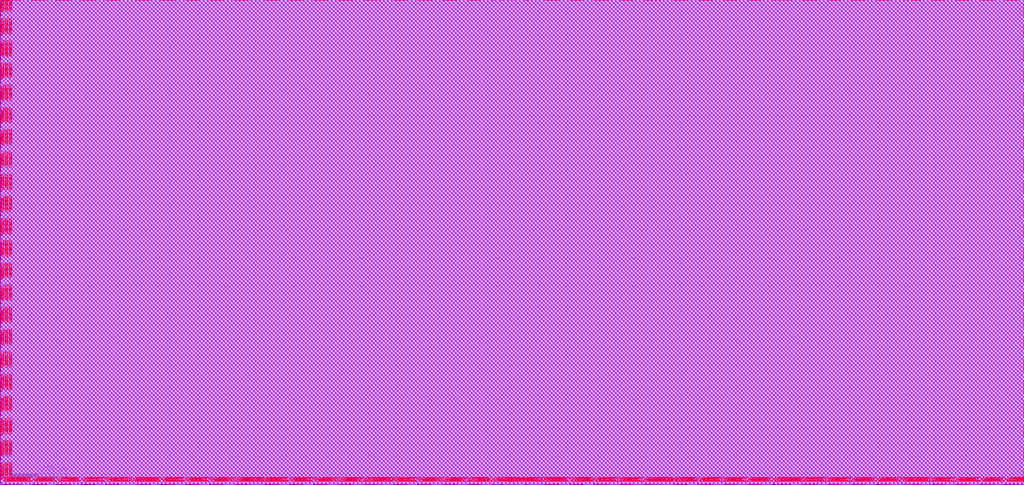
<source format=lef>
# 
#              Synchronous Dual Port SRAM Compiler 
# 
#                    UMC 0.18um Generic Logic Process 
#    __________________________________________________________________________
# 
# 
#      (C) Copyright 2002-2009 Faraday Technology Corp. All Rights Reserved.
#    
#    This source code is an unpublished work belongs to Faraday Technology
#    Corp.  It is considered a trade secret and is not to be divulged or
#    used by parties who have not received written authorization from
#    Faraday Technology Corp.
#    
#    Faraday's home page can be found at:
#    http://www.faraday-tech.com/
#   
#       Module Name      : SJMA180_32768X16X1BM8
#       Words            : 32768
#       Bits             : 16
#       Byte-Write       : 1
#       Aspect Ratio     : 8
#       Output Loading   : 0.5  (pf)
#       Data Slew        : 0.5  (ns)
#       CK Slew          : 0.5  (ns)
#       Power Ring Width : 2  (um)
# 
# -----------------------------------------------------------------------------
# 
#       Library          : FSA0M_A
#       Memaker          : 200901.2.1
#       Date             : 2022/01/19 09:49:47
# 
# -----------------------------------------------------------------------------


NAMESCASESENSITIVE ON ;
MACRO SJMA180_32768X16X1BM8
CLASS BLOCK ;
FOREIGN SJMA180_32768X16X1BM8 0.000 0.000 ;
ORIGIN 0.000 0.000 ;
SIZE 3613.980 BY 1711.920 ;
SYMMETRY x y r90 ;
SITE core ;
PIN GND
  DIRECTION INOUT ;
  USE GROUND ;
  SHAPE ABUTMENT ;
 PORT
  LAYER metal5 ;
  RECT 3612.860 1697.140 3613.980 1700.380 ;
  LAYER metal4 ;
  RECT 3612.860 1697.140 3613.980 1700.380 ;
  LAYER metal3 ;
  RECT 3612.860 1697.140 3613.980 1700.380 ;
  LAYER metal2 ;
  RECT 3612.860 1697.140 3613.980 1700.380 ;
  LAYER metal1 ;
  RECT 3612.860 1697.140 3613.980 1700.380 ;
 END
 PORT
  LAYER metal5 ;
  RECT 3612.860 1689.300 3613.980 1692.540 ;
  LAYER metal4 ;
  RECT 3612.860 1689.300 3613.980 1692.540 ;
  LAYER metal3 ;
  RECT 3612.860 1689.300 3613.980 1692.540 ;
  LAYER metal2 ;
  RECT 3612.860 1689.300 3613.980 1692.540 ;
  LAYER metal1 ;
  RECT 3612.860 1689.300 3613.980 1692.540 ;
 END
 PORT
  LAYER metal5 ;
  RECT 3612.860 1681.460 3613.980 1684.700 ;
  LAYER metal4 ;
  RECT 3612.860 1681.460 3613.980 1684.700 ;
  LAYER metal3 ;
  RECT 3612.860 1681.460 3613.980 1684.700 ;
  LAYER metal2 ;
  RECT 3612.860 1681.460 3613.980 1684.700 ;
  LAYER metal1 ;
  RECT 3612.860 1681.460 3613.980 1684.700 ;
 END
 PORT
  LAYER metal5 ;
  RECT 3612.860 1673.620 3613.980 1676.860 ;
  LAYER metal4 ;
  RECT 3612.860 1673.620 3613.980 1676.860 ;
  LAYER metal3 ;
  RECT 3612.860 1673.620 3613.980 1676.860 ;
  LAYER metal2 ;
  RECT 3612.860 1673.620 3613.980 1676.860 ;
  LAYER metal1 ;
  RECT 3612.860 1673.620 3613.980 1676.860 ;
 END
 PORT
  LAYER metal5 ;
  RECT 3612.860 1665.780 3613.980 1669.020 ;
  LAYER metal4 ;
  RECT 3612.860 1665.780 3613.980 1669.020 ;
  LAYER metal3 ;
  RECT 3612.860 1665.780 3613.980 1669.020 ;
  LAYER metal2 ;
  RECT 3612.860 1665.780 3613.980 1669.020 ;
  LAYER metal1 ;
  RECT 3612.860 1665.780 3613.980 1669.020 ;
 END
 PORT
  LAYER metal5 ;
  RECT 3612.860 1657.940 3613.980 1661.180 ;
  LAYER metal4 ;
  RECT 3612.860 1657.940 3613.980 1661.180 ;
  LAYER metal3 ;
  RECT 3612.860 1657.940 3613.980 1661.180 ;
  LAYER metal2 ;
  RECT 3612.860 1657.940 3613.980 1661.180 ;
  LAYER metal1 ;
  RECT 3612.860 1657.940 3613.980 1661.180 ;
 END
 PORT
  LAYER metal5 ;
  RECT 3612.860 1618.740 3613.980 1621.980 ;
  LAYER metal4 ;
  RECT 3612.860 1618.740 3613.980 1621.980 ;
  LAYER metal3 ;
  RECT 3612.860 1618.740 3613.980 1621.980 ;
  LAYER metal2 ;
  RECT 3612.860 1618.740 3613.980 1621.980 ;
  LAYER metal1 ;
  RECT 3612.860 1618.740 3613.980 1621.980 ;
 END
 PORT
  LAYER metal5 ;
  RECT 3612.860 1610.900 3613.980 1614.140 ;
  LAYER metal4 ;
  RECT 3612.860 1610.900 3613.980 1614.140 ;
  LAYER metal3 ;
  RECT 3612.860 1610.900 3613.980 1614.140 ;
  LAYER metal2 ;
  RECT 3612.860 1610.900 3613.980 1614.140 ;
  LAYER metal1 ;
  RECT 3612.860 1610.900 3613.980 1614.140 ;
 END
 PORT
  LAYER metal5 ;
  RECT 3612.860 1603.060 3613.980 1606.300 ;
  LAYER metal4 ;
  RECT 3612.860 1603.060 3613.980 1606.300 ;
  LAYER metal3 ;
  RECT 3612.860 1603.060 3613.980 1606.300 ;
  LAYER metal2 ;
  RECT 3612.860 1603.060 3613.980 1606.300 ;
  LAYER metal1 ;
  RECT 3612.860 1603.060 3613.980 1606.300 ;
 END
 PORT
  LAYER metal5 ;
  RECT 3612.860 1595.220 3613.980 1598.460 ;
  LAYER metal4 ;
  RECT 3612.860 1595.220 3613.980 1598.460 ;
  LAYER metal3 ;
  RECT 3612.860 1595.220 3613.980 1598.460 ;
  LAYER metal2 ;
  RECT 3612.860 1595.220 3613.980 1598.460 ;
  LAYER metal1 ;
  RECT 3612.860 1595.220 3613.980 1598.460 ;
 END
 PORT
  LAYER metal5 ;
  RECT 3612.860 1587.380 3613.980 1590.620 ;
  LAYER metal4 ;
  RECT 3612.860 1587.380 3613.980 1590.620 ;
  LAYER metal3 ;
  RECT 3612.860 1587.380 3613.980 1590.620 ;
  LAYER metal2 ;
  RECT 3612.860 1587.380 3613.980 1590.620 ;
  LAYER metal1 ;
  RECT 3612.860 1587.380 3613.980 1590.620 ;
 END
 PORT
  LAYER metal5 ;
  RECT 3612.860 1579.540 3613.980 1582.780 ;
  LAYER metal4 ;
  RECT 3612.860 1579.540 3613.980 1582.780 ;
  LAYER metal3 ;
  RECT 3612.860 1579.540 3613.980 1582.780 ;
  LAYER metal2 ;
  RECT 3612.860 1579.540 3613.980 1582.780 ;
  LAYER metal1 ;
  RECT 3612.860 1579.540 3613.980 1582.780 ;
 END
 PORT
  LAYER metal5 ;
  RECT 3612.860 1540.340 3613.980 1543.580 ;
  LAYER metal4 ;
  RECT 3612.860 1540.340 3613.980 1543.580 ;
  LAYER metal3 ;
  RECT 3612.860 1540.340 3613.980 1543.580 ;
  LAYER metal2 ;
  RECT 3612.860 1540.340 3613.980 1543.580 ;
  LAYER metal1 ;
  RECT 3612.860 1540.340 3613.980 1543.580 ;
 END
 PORT
  LAYER metal5 ;
  RECT 3612.860 1532.500 3613.980 1535.740 ;
  LAYER metal4 ;
  RECT 3612.860 1532.500 3613.980 1535.740 ;
  LAYER metal3 ;
  RECT 3612.860 1532.500 3613.980 1535.740 ;
  LAYER metal2 ;
  RECT 3612.860 1532.500 3613.980 1535.740 ;
  LAYER metal1 ;
  RECT 3612.860 1532.500 3613.980 1535.740 ;
 END
 PORT
  LAYER metal5 ;
  RECT 3612.860 1524.660 3613.980 1527.900 ;
  LAYER metal4 ;
  RECT 3612.860 1524.660 3613.980 1527.900 ;
  LAYER metal3 ;
  RECT 3612.860 1524.660 3613.980 1527.900 ;
  LAYER metal2 ;
  RECT 3612.860 1524.660 3613.980 1527.900 ;
  LAYER metal1 ;
  RECT 3612.860 1524.660 3613.980 1527.900 ;
 END
 PORT
  LAYER metal5 ;
  RECT 3612.860 1516.820 3613.980 1520.060 ;
  LAYER metal4 ;
  RECT 3612.860 1516.820 3613.980 1520.060 ;
  LAYER metal3 ;
  RECT 3612.860 1516.820 3613.980 1520.060 ;
  LAYER metal2 ;
  RECT 3612.860 1516.820 3613.980 1520.060 ;
  LAYER metal1 ;
  RECT 3612.860 1516.820 3613.980 1520.060 ;
 END
 PORT
  LAYER metal5 ;
  RECT 3612.860 1508.980 3613.980 1512.220 ;
  LAYER metal4 ;
  RECT 3612.860 1508.980 3613.980 1512.220 ;
  LAYER metal3 ;
  RECT 3612.860 1508.980 3613.980 1512.220 ;
  LAYER metal2 ;
  RECT 3612.860 1508.980 3613.980 1512.220 ;
  LAYER metal1 ;
  RECT 3612.860 1508.980 3613.980 1512.220 ;
 END
 PORT
  LAYER metal5 ;
  RECT 3612.860 1501.140 3613.980 1504.380 ;
  LAYER metal4 ;
  RECT 3612.860 1501.140 3613.980 1504.380 ;
  LAYER metal3 ;
  RECT 3612.860 1501.140 3613.980 1504.380 ;
  LAYER metal2 ;
  RECT 3612.860 1501.140 3613.980 1504.380 ;
  LAYER metal1 ;
  RECT 3612.860 1501.140 3613.980 1504.380 ;
 END
 PORT
  LAYER metal5 ;
  RECT 3612.860 1461.940 3613.980 1465.180 ;
  LAYER metal4 ;
  RECT 3612.860 1461.940 3613.980 1465.180 ;
  LAYER metal3 ;
  RECT 3612.860 1461.940 3613.980 1465.180 ;
  LAYER metal2 ;
  RECT 3612.860 1461.940 3613.980 1465.180 ;
  LAYER metal1 ;
  RECT 3612.860 1461.940 3613.980 1465.180 ;
 END
 PORT
  LAYER metal5 ;
  RECT 3612.860 1454.100 3613.980 1457.340 ;
  LAYER metal4 ;
  RECT 3612.860 1454.100 3613.980 1457.340 ;
  LAYER metal3 ;
  RECT 3612.860 1454.100 3613.980 1457.340 ;
  LAYER metal2 ;
  RECT 3612.860 1454.100 3613.980 1457.340 ;
  LAYER metal1 ;
  RECT 3612.860 1454.100 3613.980 1457.340 ;
 END
 PORT
  LAYER metal5 ;
  RECT 3612.860 1446.260 3613.980 1449.500 ;
  LAYER metal4 ;
  RECT 3612.860 1446.260 3613.980 1449.500 ;
  LAYER metal3 ;
  RECT 3612.860 1446.260 3613.980 1449.500 ;
  LAYER metal2 ;
  RECT 3612.860 1446.260 3613.980 1449.500 ;
  LAYER metal1 ;
  RECT 3612.860 1446.260 3613.980 1449.500 ;
 END
 PORT
  LAYER metal5 ;
  RECT 3612.860 1438.420 3613.980 1441.660 ;
  LAYER metal4 ;
  RECT 3612.860 1438.420 3613.980 1441.660 ;
  LAYER metal3 ;
  RECT 3612.860 1438.420 3613.980 1441.660 ;
  LAYER metal2 ;
  RECT 3612.860 1438.420 3613.980 1441.660 ;
  LAYER metal1 ;
  RECT 3612.860 1438.420 3613.980 1441.660 ;
 END
 PORT
  LAYER metal5 ;
  RECT 3612.860 1430.580 3613.980 1433.820 ;
  LAYER metal4 ;
  RECT 3612.860 1430.580 3613.980 1433.820 ;
  LAYER metal3 ;
  RECT 3612.860 1430.580 3613.980 1433.820 ;
  LAYER metal2 ;
  RECT 3612.860 1430.580 3613.980 1433.820 ;
  LAYER metal1 ;
  RECT 3612.860 1430.580 3613.980 1433.820 ;
 END
 PORT
  LAYER metal5 ;
  RECT 3612.860 1422.740 3613.980 1425.980 ;
  LAYER metal4 ;
  RECT 3612.860 1422.740 3613.980 1425.980 ;
  LAYER metal3 ;
  RECT 3612.860 1422.740 3613.980 1425.980 ;
  LAYER metal2 ;
  RECT 3612.860 1422.740 3613.980 1425.980 ;
  LAYER metal1 ;
  RECT 3612.860 1422.740 3613.980 1425.980 ;
 END
 PORT
  LAYER metal5 ;
  RECT 3612.860 1383.540 3613.980 1386.780 ;
  LAYER metal4 ;
  RECT 3612.860 1383.540 3613.980 1386.780 ;
  LAYER metal3 ;
  RECT 3612.860 1383.540 3613.980 1386.780 ;
  LAYER metal2 ;
  RECT 3612.860 1383.540 3613.980 1386.780 ;
  LAYER metal1 ;
  RECT 3612.860 1383.540 3613.980 1386.780 ;
 END
 PORT
  LAYER metal5 ;
  RECT 3612.860 1375.700 3613.980 1378.940 ;
  LAYER metal4 ;
  RECT 3612.860 1375.700 3613.980 1378.940 ;
  LAYER metal3 ;
  RECT 3612.860 1375.700 3613.980 1378.940 ;
  LAYER metal2 ;
  RECT 3612.860 1375.700 3613.980 1378.940 ;
  LAYER metal1 ;
  RECT 3612.860 1375.700 3613.980 1378.940 ;
 END
 PORT
  LAYER metal5 ;
  RECT 3612.860 1367.860 3613.980 1371.100 ;
  LAYER metal4 ;
  RECT 3612.860 1367.860 3613.980 1371.100 ;
  LAYER metal3 ;
  RECT 3612.860 1367.860 3613.980 1371.100 ;
  LAYER metal2 ;
  RECT 3612.860 1367.860 3613.980 1371.100 ;
  LAYER metal1 ;
  RECT 3612.860 1367.860 3613.980 1371.100 ;
 END
 PORT
  LAYER metal5 ;
  RECT 3612.860 1360.020 3613.980 1363.260 ;
  LAYER metal4 ;
  RECT 3612.860 1360.020 3613.980 1363.260 ;
  LAYER metal3 ;
  RECT 3612.860 1360.020 3613.980 1363.260 ;
  LAYER metal2 ;
  RECT 3612.860 1360.020 3613.980 1363.260 ;
  LAYER metal1 ;
  RECT 3612.860 1360.020 3613.980 1363.260 ;
 END
 PORT
  LAYER metal5 ;
  RECT 3612.860 1352.180 3613.980 1355.420 ;
  LAYER metal4 ;
  RECT 3612.860 1352.180 3613.980 1355.420 ;
  LAYER metal3 ;
  RECT 3612.860 1352.180 3613.980 1355.420 ;
  LAYER metal2 ;
  RECT 3612.860 1352.180 3613.980 1355.420 ;
  LAYER metal1 ;
  RECT 3612.860 1352.180 3613.980 1355.420 ;
 END
 PORT
  LAYER metal5 ;
  RECT 3612.860 1344.340 3613.980 1347.580 ;
  LAYER metal4 ;
  RECT 3612.860 1344.340 3613.980 1347.580 ;
  LAYER metal3 ;
  RECT 3612.860 1344.340 3613.980 1347.580 ;
  LAYER metal2 ;
  RECT 3612.860 1344.340 3613.980 1347.580 ;
  LAYER metal1 ;
  RECT 3612.860 1344.340 3613.980 1347.580 ;
 END
 PORT
  LAYER metal5 ;
  RECT 3612.860 1305.140 3613.980 1308.380 ;
  LAYER metal4 ;
  RECT 3612.860 1305.140 3613.980 1308.380 ;
  LAYER metal3 ;
  RECT 3612.860 1305.140 3613.980 1308.380 ;
  LAYER metal2 ;
  RECT 3612.860 1305.140 3613.980 1308.380 ;
  LAYER metal1 ;
  RECT 3612.860 1305.140 3613.980 1308.380 ;
 END
 PORT
  LAYER metal5 ;
  RECT 3612.860 1297.300 3613.980 1300.540 ;
  LAYER metal4 ;
  RECT 3612.860 1297.300 3613.980 1300.540 ;
  LAYER metal3 ;
  RECT 3612.860 1297.300 3613.980 1300.540 ;
  LAYER metal2 ;
  RECT 3612.860 1297.300 3613.980 1300.540 ;
  LAYER metal1 ;
  RECT 3612.860 1297.300 3613.980 1300.540 ;
 END
 PORT
  LAYER metal5 ;
  RECT 3612.860 1289.460 3613.980 1292.700 ;
  LAYER metal4 ;
  RECT 3612.860 1289.460 3613.980 1292.700 ;
  LAYER metal3 ;
  RECT 3612.860 1289.460 3613.980 1292.700 ;
  LAYER metal2 ;
  RECT 3612.860 1289.460 3613.980 1292.700 ;
  LAYER metal1 ;
  RECT 3612.860 1289.460 3613.980 1292.700 ;
 END
 PORT
  LAYER metal5 ;
  RECT 3612.860 1281.620 3613.980 1284.860 ;
  LAYER metal4 ;
  RECT 3612.860 1281.620 3613.980 1284.860 ;
  LAYER metal3 ;
  RECT 3612.860 1281.620 3613.980 1284.860 ;
  LAYER metal2 ;
  RECT 3612.860 1281.620 3613.980 1284.860 ;
  LAYER metal1 ;
  RECT 3612.860 1281.620 3613.980 1284.860 ;
 END
 PORT
  LAYER metal5 ;
  RECT 3612.860 1273.780 3613.980 1277.020 ;
  LAYER metal4 ;
  RECT 3612.860 1273.780 3613.980 1277.020 ;
  LAYER metal3 ;
  RECT 3612.860 1273.780 3613.980 1277.020 ;
  LAYER metal2 ;
  RECT 3612.860 1273.780 3613.980 1277.020 ;
  LAYER metal1 ;
  RECT 3612.860 1273.780 3613.980 1277.020 ;
 END
 PORT
  LAYER metal5 ;
  RECT 3612.860 1265.940 3613.980 1269.180 ;
  LAYER metal4 ;
  RECT 3612.860 1265.940 3613.980 1269.180 ;
  LAYER metal3 ;
  RECT 3612.860 1265.940 3613.980 1269.180 ;
  LAYER metal2 ;
  RECT 3612.860 1265.940 3613.980 1269.180 ;
  LAYER metal1 ;
  RECT 3612.860 1265.940 3613.980 1269.180 ;
 END
 PORT
  LAYER metal5 ;
  RECT 3612.860 1226.740 3613.980 1229.980 ;
  LAYER metal4 ;
  RECT 3612.860 1226.740 3613.980 1229.980 ;
  LAYER metal3 ;
  RECT 3612.860 1226.740 3613.980 1229.980 ;
  LAYER metal2 ;
  RECT 3612.860 1226.740 3613.980 1229.980 ;
  LAYER metal1 ;
  RECT 3612.860 1226.740 3613.980 1229.980 ;
 END
 PORT
  LAYER metal5 ;
  RECT 3612.860 1218.900 3613.980 1222.140 ;
  LAYER metal4 ;
  RECT 3612.860 1218.900 3613.980 1222.140 ;
  LAYER metal3 ;
  RECT 3612.860 1218.900 3613.980 1222.140 ;
  LAYER metal2 ;
  RECT 3612.860 1218.900 3613.980 1222.140 ;
  LAYER metal1 ;
  RECT 3612.860 1218.900 3613.980 1222.140 ;
 END
 PORT
  LAYER metal5 ;
  RECT 3612.860 1211.060 3613.980 1214.300 ;
  LAYER metal4 ;
  RECT 3612.860 1211.060 3613.980 1214.300 ;
  LAYER metal3 ;
  RECT 3612.860 1211.060 3613.980 1214.300 ;
  LAYER metal2 ;
  RECT 3612.860 1211.060 3613.980 1214.300 ;
  LAYER metal1 ;
  RECT 3612.860 1211.060 3613.980 1214.300 ;
 END
 PORT
  LAYER metal5 ;
  RECT 3612.860 1203.220 3613.980 1206.460 ;
  LAYER metal4 ;
  RECT 3612.860 1203.220 3613.980 1206.460 ;
  LAYER metal3 ;
  RECT 3612.860 1203.220 3613.980 1206.460 ;
  LAYER metal2 ;
  RECT 3612.860 1203.220 3613.980 1206.460 ;
  LAYER metal1 ;
  RECT 3612.860 1203.220 3613.980 1206.460 ;
 END
 PORT
  LAYER metal5 ;
  RECT 3612.860 1195.380 3613.980 1198.620 ;
  LAYER metal4 ;
  RECT 3612.860 1195.380 3613.980 1198.620 ;
  LAYER metal3 ;
  RECT 3612.860 1195.380 3613.980 1198.620 ;
  LAYER metal2 ;
  RECT 3612.860 1195.380 3613.980 1198.620 ;
  LAYER metal1 ;
  RECT 3612.860 1195.380 3613.980 1198.620 ;
 END
 PORT
  LAYER metal5 ;
  RECT 3612.860 1187.540 3613.980 1190.780 ;
  LAYER metal4 ;
  RECT 3612.860 1187.540 3613.980 1190.780 ;
  LAYER metal3 ;
  RECT 3612.860 1187.540 3613.980 1190.780 ;
  LAYER metal2 ;
  RECT 3612.860 1187.540 3613.980 1190.780 ;
  LAYER metal1 ;
  RECT 3612.860 1187.540 3613.980 1190.780 ;
 END
 PORT
  LAYER metal5 ;
  RECT 3612.860 1148.340 3613.980 1151.580 ;
  LAYER metal4 ;
  RECT 3612.860 1148.340 3613.980 1151.580 ;
  LAYER metal3 ;
  RECT 3612.860 1148.340 3613.980 1151.580 ;
  LAYER metal2 ;
  RECT 3612.860 1148.340 3613.980 1151.580 ;
  LAYER metal1 ;
  RECT 3612.860 1148.340 3613.980 1151.580 ;
 END
 PORT
  LAYER metal5 ;
  RECT 3612.860 1140.500 3613.980 1143.740 ;
  LAYER metal4 ;
  RECT 3612.860 1140.500 3613.980 1143.740 ;
  LAYER metal3 ;
  RECT 3612.860 1140.500 3613.980 1143.740 ;
  LAYER metal2 ;
  RECT 3612.860 1140.500 3613.980 1143.740 ;
  LAYER metal1 ;
  RECT 3612.860 1140.500 3613.980 1143.740 ;
 END
 PORT
  LAYER metal5 ;
  RECT 3612.860 1132.660 3613.980 1135.900 ;
  LAYER metal4 ;
  RECT 3612.860 1132.660 3613.980 1135.900 ;
  LAYER metal3 ;
  RECT 3612.860 1132.660 3613.980 1135.900 ;
  LAYER metal2 ;
  RECT 3612.860 1132.660 3613.980 1135.900 ;
  LAYER metal1 ;
  RECT 3612.860 1132.660 3613.980 1135.900 ;
 END
 PORT
  LAYER metal5 ;
  RECT 3612.860 1124.820 3613.980 1128.060 ;
  LAYER metal4 ;
  RECT 3612.860 1124.820 3613.980 1128.060 ;
  LAYER metal3 ;
  RECT 3612.860 1124.820 3613.980 1128.060 ;
  LAYER metal2 ;
  RECT 3612.860 1124.820 3613.980 1128.060 ;
  LAYER metal1 ;
  RECT 3612.860 1124.820 3613.980 1128.060 ;
 END
 PORT
  LAYER metal5 ;
  RECT 3612.860 1116.980 3613.980 1120.220 ;
  LAYER metal4 ;
  RECT 3612.860 1116.980 3613.980 1120.220 ;
  LAYER metal3 ;
  RECT 3612.860 1116.980 3613.980 1120.220 ;
  LAYER metal2 ;
  RECT 3612.860 1116.980 3613.980 1120.220 ;
  LAYER metal1 ;
  RECT 3612.860 1116.980 3613.980 1120.220 ;
 END
 PORT
  LAYER metal5 ;
  RECT 3612.860 1109.140 3613.980 1112.380 ;
  LAYER metal4 ;
  RECT 3612.860 1109.140 3613.980 1112.380 ;
  LAYER metal3 ;
  RECT 3612.860 1109.140 3613.980 1112.380 ;
  LAYER metal2 ;
  RECT 3612.860 1109.140 3613.980 1112.380 ;
  LAYER metal1 ;
  RECT 3612.860 1109.140 3613.980 1112.380 ;
 END
 PORT
  LAYER metal5 ;
  RECT 3612.860 1069.940 3613.980 1073.180 ;
  LAYER metal4 ;
  RECT 3612.860 1069.940 3613.980 1073.180 ;
  LAYER metal3 ;
  RECT 3612.860 1069.940 3613.980 1073.180 ;
  LAYER metal2 ;
  RECT 3612.860 1069.940 3613.980 1073.180 ;
  LAYER metal1 ;
  RECT 3612.860 1069.940 3613.980 1073.180 ;
 END
 PORT
  LAYER metal5 ;
  RECT 3612.860 1062.100 3613.980 1065.340 ;
  LAYER metal4 ;
  RECT 3612.860 1062.100 3613.980 1065.340 ;
  LAYER metal3 ;
  RECT 3612.860 1062.100 3613.980 1065.340 ;
  LAYER metal2 ;
  RECT 3612.860 1062.100 3613.980 1065.340 ;
  LAYER metal1 ;
  RECT 3612.860 1062.100 3613.980 1065.340 ;
 END
 PORT
  LAYER metal5 ;
  RECT 3612.860 1054.260 3613.980 1057.500 ;
  LAYER metal4 ;
  RECT 3612.860 1054.260 3613.980 1057.500 ;
  LAYER metal3 ;
  RECT 3612.860 1054.260 3613.980 1057.500 ;
  LAYER metal2 ;
  RECT 3612.860 1054.260 3613.980 1057.500 ;
  LAYER metal1 ;
  RECT 3612.860 1054.260 3613.980 1057.500 ;
 END
 PORT
  LAYER metal5 ;
  RECT 3612.860 1046.420 3613.980 1049.660 ;
  LAYER metal4 ;
  RECT 3612.860 1046.420 3613.980 1049.660 ;
  LAYER metal3 ;
  RECT 3612.860 1046.420 3613.980 1049.660 ;
  LAYER metal2 ;
  RECT 3612.860 1046.420 3613.980 1049.660 ;
  LAYER metal1 ;
  RECT 3612.860 1046.420 3613.980 1049.660 ;
 END
 PORT
  LAYER metal5 ;
  RECT 3612.860 1038.580 3613.980 1041.820 ;
  LAYER metal4 ;
  RECT 3612.860 1038.580 3613.980 1041.820 ;
  LAYER metal3 ;
  RECT 3612.860 1038.580 3613.980 1041.820 ;
  LAYER metal2 ;
  RECT 3612.860 1038.580 3613.980 1041.820 ;
  LAYER metal1 ;
  RECT 3612.860 1038.580 3613.980 1041.820 ;
 END
 PORT
  LAYER metal5 ;
  RECT 3612.860 1030.740 3613.980 1033.980 ;
  LAYER metal4 ;
  RECT 3612.860 1030.740 3613.980 1033.980 ;
  LAYER metal3 ;
  RECT 3612.860 1030.740 3613.980 1033.980 ;
  LAYER metal2 ;
  RECT 3612.860 1030.740 3613.980 1033.980 ;
  LAYER metal1 ;
  RECT 3612.860 1030.740 3613.980 1033.980 ;
 END
 PORT
  LAYER metal5 ;
  RECT 3612.860 991.540 3613.980 994.780 ;
  LAYER metal4 ;
  RECT 3612.860 991.540 3613.980 994.780 ;
  LAYER metal3 ;
  RECT 3612.860 991.540 3613.980 994.780 ;
  LAYER metal2 ;
  RECT 3612.860 991.540 3613.980 994.780 ;
  LAYER metal1 ;
  RECT 3612.860 991.540 3613.980 994.780 ;
 END
 PORT
  LAYER metal5 ;
  RECT 3612.860 983.700 3613.980 986.940 ;
  LAYER metal4 ;
  RECT 3612.860 983.700 3613.980 986.940 ;
  LAYER metal3 ;
  RECT 3612.860 983.700 3613.980 986.940 ;
  LAYER metal2 ;
  RECT 3612.860 983.700 3613.980 986.940 ;
  LAYER metal1 ;
  RECT 3612.860 983.700 3613.980 986.940 ;
 END
 PORT
  LAYER metal5 ;
  RECT 3612.860 975.860 3613.980 979.100 ;
  LAYER metal4 ;
  RECT 3612.860 975.860 3613.980 979.100 ;
  LAYER metal3 ;
  RECT 3612.860 975.860 3613.980 979.100 ;
  LAYER metal2 ;
  RECT 3612.860 975.860 3613.980 979.100 ;
  LAYER metal1 ;
  RECT 3612.860 975.860 3613.980 979.100 ;
 END
 PORT
  LAYER metal5 ;
  RECT 3612.860 968.020 3613.980 971.260 ;
  LAYER metal4 ;
  RECT 3612.860 968.020 3613.980 971.260 ;
  LAYER metal3 ;
  RECT 3612.860 968.020 3613.980 971.260 ;
  LAYER metal2 ;
  RECT 3612.860 968.020 3613.980 971.260 ;
  LAYER metal1 ;
  RECT 3612.860 968.020 3613.980 971.260 ;
 END
 PORT
  LAYER metal5 ;
  RECT 3612.860 960.180 3613.980 963.420 ;
  LAYER metal4 ;
  RECT 3612.860 960.180 3613.980 963.420 ;
  LAYER metal3 ;
  RECT 3612.860 960.180 3613.980 963.420 ;
  LAYER metal2 ;
  RECT 3612.860 960.180 3613.980 963.420 ;
  LAYER metal1 ;
  RECT 3612.860 960.180 3613.980 963.420 ;
 END
 PORT
  LAYER metal5 ;
  RECT 3612.860 952.340 3613.980 955.580 ;
  LAYER metal4 ;
  RECT 3612.860 952.340 3613.980 955.580 ;
  LAYER metal3 ;
  RECT 3612.860 952.340 3613.980 955.580 ;
  LAYER metal2 ;
  RECT 3612.860 952.340 3613.980 955.580 ;
  LAYER metal1 ;
  RECT 3612.860 952.340 3613.980 955.580 ;
 END
 PORT
  LAYER metal5 ;
  RECT 3612.860 913.140 3613.980 916.380 ;
  LAYER metal4 ;
  RECT 3612.860 913.140 3613.980 916.380 ;
  LAYER metal3 ;
  RECT 3612.860 913.140 3613.980 916.380 ;
  LAYER metal2 ;
  RECT 3612.860 913.140 3613.980 916.380 ;
  LAYER metal1 ;
  RECT 3612.860 913.140 3613.980 916.380 ;
 END
 PORT
  LAYER metal5 ;
  RECT 3612.860 905.300 3613.980 908.540 ;
  LAYER metal4 ;
  RECT 3612.860 905.300 3613.980 908.540 ;
  LAYER metal3 ;
  RECT 3612.860 905.300 3613.980 908.540 ;
  LAYER metal2 ;
  RECT 3612.860 905.300 3613.980 908.540 ;
  LAYER metal1 ;
  RECT 3612.860 905.300 3613.980 908.540 ;
 END
 PORT
  LAYER metal5 ;
  RECT 3612.860 897.460 3613.980 900.700 ;
  LAYER metal4 ;
  RECT 3612.860 897.460 3613.980 900.700 ;
  LAYER metal3 ;
  RECT 3612.860 897.460 3613.980 900.700 ;
  LAYER metal2 ;
  RECT 3612.860 897.460 3613.980 900.700 ;
  LAYER metal1 ;
  RECT 3612.860 897.460 3613.980 900.700 ;
 END
 PORT
  LAYER metal5 ;
  RECT 3612.860 889.620 3613.980 892.860 ;
  LAYER metal4 ;
  RECT 3612.860 889.620 3613.980 892.860 ;
  LAYER metal3 ;
  RECT 3612.860 889.620 3613.980 892.860 ;
  LAYER metal2 ;
  RECT 3612.860 889.620 3613.980 892.860 ;
  LAYER metal1 ;
  RECT 3612.860 889.620 3613.980 892.860 ;
 END
 PORT
  LAYER metal5 ;
  RECT 3612.860 881.780 3613.980 885.020 ;
  LAYER metal4 ;
  RECT 3612.860 881.780 3613.980 885.020 ;
  LAYER metal3 ;
  RECT 3612.860 881.780 3613.980 885.020 ;
  LAYER metal2 ;
  RECT 3612.860 881.780 3613.980 885.020 ;
  LAYER metal1 ;
  RECT 3612.860 881.780 3613.980 885.020 ;
 END
 PORT
  LAYER metal5 ;
  RECT 3612.860 873.940 3613.980 877.180 ;
  LAYER metal4 ;
  RECT 3612.860 873.940 3613.980 877.180 ;
  LAYER metal3 ;
  RECT 3612.860 873.940 3613.980 877.180 ;
  LAYER metal2 ;
  RECT 3612.860 873.940 3613.980 877.180 ;
  LAYER metal1 ;
  RECT 3612.860 873.940 3613.980 877.180 ;
 END
 PORT
  LAYER metal5 ;
  RECT 3612.860 834.740 3613.980 837.980 ;
  LAYER metal4 ;
  RECT 3612.860 834.740 3613.980 837.980 ;
  LAYER metal3 ;
  RECT 3612.860 834.740 3613.980 837.980 ;
  LAYER metal2 ;
  RECT 3612.860 834.740 3613.980 837.980 ;
  LAYER metal1 ;
  RECT 3612.860 834.740 3613.980 837.980 ;
 END
 PORT
  LAYER metal5 ;
  RECT 3612.860 826.900 3613.980 830.140 ;
  LAYER metal4 ;
  RECT 3612.860 826.900 3613.980 830.140 ;
  LAYER metal3 ;
  RECT 3612.860 826.900 3613.980 830.140 ;
  LAYER metal2 ;
  RECT 3612.860 826.900 3613.980 830.140 ;
  LAYER metal1 ;
  RECT 3612.860 826.900 3613.980 830.140 ;
 END
 PORT
  LAYER metal5 ;
  RECT 3612.860 819.060 3613.980 822.300 ;
  LAYER metal4 ;
  RECT 3612.860 819.060 3613.980 822.300 ;
  LAYER metal3 ;
  RECT 3612.860 819.060 3613.980 822.300 ;
  LAYER metal2 ;
  RECT 3612.860 819.060 3613.980 822.300 ;
  LAYER metal1 ;
  RECT 3612.860 819.060 3613.980 822.300 ;
 END
 PORT
  LAYER metal5 ;
  RECT 3612.860 811.220 3613.980 814.460 ;
  LAYER metal4 ;
  RECT 3612.860 811.220 3613.980 814.460 ;
  LAYER metal3 ;
  RECT 3612.860 811.220 3613.980 814.460 ;
  LAYER metal2 ;
  RECT 3612.860 811.220 3613.980 814.460 ;
  LAYER metal1 ;
  RECT 3612.860 811.220 3613.980 814.460 ;
 END
 PORT
  LAYER metal5 ;
  RECT 3612.860 803.380 3613.980 806.620 ;
  LAYER metal4 ;
  RECT 3612.860 803.380 3613.980 806.620 ;
  LAYER metal3 ;
  RECT 3612.860 803.380 3613.980 806.620 ;
  LAYER metal2 ;
  RECT 3612.860 803.380 3613.980 806.620 ;
  LAYER metal1 ;
  RECT 3612.860 803.380 3613.980 806.620 ;
 END
 PORT
  LAYER metal5 ;
  RECT 3612.860 795.540 3613.980 798.780 ;
  LAYER metal4 ;
  RECT 3612.860 795.540 3613.980 798.780 ;
  LAYER metal3 ;
  RECT 3612.860 795.540 3613.980 798.780 ;
  LAYER metal2 ;
  RECT 3612.860 795.540 3613.980 798.780 ;
  LAYER metal1 ;
  RECT 3612.860 795.540 3613.980 798.780 ;
 END
 PORT
  LAYER metal5 ;
  RECT 3612.860 756.340 3613.980 759.580 ;
  LAYER metal4 ;
  RECT 3612.860 756.340 3613.980 759.580 ;
  LAYER metal3 ;
  RECT 3612.860 756.340 3613.980 759.580 ;
  LAYER metal2 ;
  RECT 3612.860 756.340 3613.980 759.580 ;
  LAYER metal1 ;
  RECT 3612.860 756.340 3613.980 759.580 ;
 END
 PORT
  LAYER metal5 ;
  RECT 3612.860 748.500 3613.980 751.740 ;
  LAYER metal4 ;
  RECT 3612.860 748.500 3613.980 751.740 ;
  LAYER metal3 ;
  RECT 3612.860 748.500 3613.980 751.740 ;
  LAYER metal2 ;
  RECT 3612.860 748.500 3613.980 751.740 ;
  LAYER metal1 ;
  RECT 3612.860 748.500 3613.980 751.740 ;
 END
 PORT
  LAYER metal5 ;
  RECT 3612.860 740.660 3613.980 743.900 ;
  LAYER metal4 ;
  RECT 3612.860 740.660 3613.980 743.900 ;
  LAYER metal3 ;
  RECT 3612.860 740.660 3613.980 743.900 ;
  LAYER metal2 ;
  RECT 3612.860 740.660 3613.980 743.900 ;
  LAYER metal1 ;
  RECT 3612.860 740.660 3613.980 743.900 ;
 END
 PORT
  LAYER metal5 ;
  RECT 3612.860 732.820 3613.980 736.060 ;
  LAYER metal4 ;
  RECT 3612.860 732.820 3613.980 736.060 ;
  LAYER metal3 ;
  RECT 3612.860 732.820 3613.980 736.060 ;
  LAYER metal2 ;
  RECT 3612.860 732.820 3613.980 736.060 ;
  LAYER metal1 ;
  RECT 3612.860 732.820 3613.980 736.060 ;
 END
 PORT
  LAYER metal5 ;
  RECT 3612.860 724.980 3613.980 728.220 ;
  LAYER metal4 ;
  RECT 3612.860 724.980 3613.980 728.220 ;
  LAYER metal3 ;
  RECT 3612.860 724.980 3613.980 728.220 ;
  LAYER metal2 ;
  RECT 3612.860 724.980 3613.980 728.220 ;
  LAYER metal1 ;
  RECT 3612.860 724.980 3613.980 728.220 ;
 END
 PORT
  LAYER metal5 ;
  RECT 3612.860 717.140 3613.980 720.380 ;
  LAYER metal4 ;
  RECT 3612.860 717.140 3613.980 720.380 ;
  LAYER metal3 ;
  RECT 3612.860 717.140 3613.980 720.380 ;
  LAYER metal2 ;
  RECT 3612.860 717.140 3613.980 720.380 ;
  LAYER metal1 ;
  RECT 3612.860 717.140 3613.980 720.380 ;
 END
 PORT
  LAYER metal5 ;
  RECT 3612.860 677.940 3613.980 681.180 ;
  LAYER metal4 ;
  RECT 3612.860 677.940 3613.980 681.180 ;
  LAYER metal3 ;
  RECT 3612.860 677.940 3613.980 681.180 ;
  LAYER metal2 ;
  RECT 3612.860 677.940 3613.980 681.180 ;
  LAYER metal1 ;
  RECT 3612.860 677.940 3613.980 681.180 ;
 END
 PORT
  LAYER metal5 ;
  RECT 3612.860 670.100 3613.980 673.340 ;
  LAYER metal4 ;
  RECT 3612.860 670.100 3613.980 673.340 ;
  LAYER metal3 ;
  RECT 3612.860 670.100 3613.980 673.340 ;
  LAYER metal2 ;
  RECT 3612.860 670.100 3613.980 673.340 ;
  LAYER metal1 ;
  RECT 3612.860 670.100 3613.980 673.340 ;
 END
 PORT
  LAYER metal5 ;
  RECT 3612.860 662.260 3613.980 665.500 ;
  LAYER metal4 ;
  RECT 3612.860 662.260 3613.980 665.500 ;
  LAYER metal3 ;
  RECT 3612.860 662.260 3613.980 665.500 ;
  LAYER metal2 ;
  RECT 3612.860 662.260 3613.980 665.500 ;
  LAYER metal1 ;
  RECT 3612.860 662.260 3613.980 665.500 ;
 END
 PORT
  LAYER metal5 ;
  RECT 3612.860 654.420 3613.980 657.660 ;
  LAYER metal4 ;
  RECT 3612.860 654.420 3613.980 657.660 ;
  LAYER metal3 ;
  RECT 3612.860 654.420 3613.980 657.660 ;
  LAYER metal2 ;
  RECT 3612.860 654.420 3613.980 657.660 ;
  LAYER metal1 ;
  RECT 3612.860 654.420 3613.980 657.660 ;
 END
 PORT
  LAYER metal5 ;
  RECT 3612.860 646.580 3613.980 649.820 ;
  LAYER metal4 ;
  RECT 3612.860 646.580 3613.980 649.820 ;
  LAYER metal3 ;
  RECT 3612.860 646.580 3613.980 649.820 ;
  LAYER metal2 ;
  RECT 3612.860 646.580 3613.980 649.820 ;
  LAYER metal1 ;
  RECT 3612.860 646.580 3613.980 649.820 ;
 END
 PORT
  LAYER metal5 ;
  RECT 3612.860 638.740 3613.980 641.980 ;
  LAYER metal4 ;
  RECT 3612.860 638.740 3613.980 641.980 ;
  LAYER metal3 ;
  RECT 3612.860 638.740 3613.980 641.980 ;
  LAYER metal2 ;
  RECT 3612.860 638.740 3613.980 641.980 ;
  LAYER metal1 ;
  RECT 3612.860 638.740 3613.980 641.980 ;
 END
 PORT
  LAYER metal5 ;
  RECT 3612.860 599.540 3613.980 602.780 ;
  LAYER metal4 ;
  RECT 3612.860 599.540 3613.980 602.780 ;
  LAYER metal3 ;
  RECT 3612.860 599.540 3613.980 602.780 ;
  LAYER metal2 ;
  RECT 3612.860 599.540 3613.980 602.780 ;
  LAYER metal1 ;
  RECT 3612.860 599.540 3613.980 602.780 ;
 END
 PORT
  LAYER metal5 ;
  RECT 3612.860 591.700 3613.980 594.940 ;
  LAYER metal4 ;
  RECT 3612.860 591.700 3613.980 594.940 ;
  LAYER metal3 ;
  RECT 3612.860 591.700 3613.980 594.940 ;
  LAYER metal2 ;
  RECT 3612.860 591.700 3613.980 594.940 ;
  LAYER metal1 ;
  RECT 3612.860 591.700 3613.980 594.940 ;
 END
 PORT
  LAYER metal5 ;
  RECT 3612.860 583.860 3613.980 587.100 ;
  LAYER metal4 ;
  RECT 3612.860 583.860 3613.980 587.100 ;
  LAYER metal3 ;
  RECT 3612.860 583.860 3613.980 587.100 ;
  LAYER metal2 ;
  RECT 3612.860 583.860 3613.980 587.100 ;
  LAYER metal1 ;
  RECT 3612.860 583.860 3613.980 587.100 ;
 END
 PORT
  LAYER metal5 ;
  RECT 3612.860 576.020 3613.980 579.260 ;
  LAYER metal4 ;
  RECT 3612.860 576.020 3613.980 579.260 ;
  LAYER metal3 ;
  RECT 3612.860 576.020 3613.980 579.260 ;
  LAYER metal2 ;
  RECT 3612.860 576.020 3613.980 579.260 ;
  LAYER metal1 ;
  RECT 3612.860 576.020 3613.980 579.260 ;
 END
 PORT
  LAYER metal5 ;
  RECT 3612.860 568.180 3613.980 571.420 ;
  LAYER metal4 ;
  RECT 3612.860 568.180 3613.980 571.420 ;
  LAYER metal3 ;
  RECT 3612.860 568.180 3613.980 571.420 ;
  LAYER metal2 ;
  RECT 3612.860 568.180 3613.980 571.420 ;
  LAYER metal1 ;
  RECT 3612.860 568.180 3613.980 571.420 ;
 END
 PORT
  LAYER metal5 ;
  RECT 3612.860 560.340 3613.980 563.580 ;
  LAYER metal4 ;
  RECT 3612.860 560.340 3613.980 563.580 ;
  LAYER metal3 ;
  RECT 3612.860 560.340 3613.980 563.580 ;
  LAYER metal2 ;
  RECT 3612.860 560.340 3613.980 563.580 ;
  LAYER metal1 ;
  RECT 3612.860 560.340 3613.980 563.580 ;
 END
 PORT
  LAYER metal5 ;
  RECT 3612.860 521.140 3613.980 524.380 ;
  LAYER metal4 ;
  RECT 3612.860 521.140 3613.980 524.380 ;
  LAYER metal3 ;
  RECT 3612.860 521.140 3613.980 524.380 ;
  LAYER metal2 ;
  RECT 3612.860 521.140 3613.980 524.380 ;
  LAYER metal1 ;
  RECT 3612.860 521.140 3613.980 524.380 ;
 END
 PORT
  LAYER metal5 ;
  RECT 3612.860 513.300 3613.980 516.540 ;
  LAYER metal4 ;
  RECT 3612.860 513.300 3613.980 516.540 ;
  LAYER metal3 ;
  RECT 3612.860 513.300 3613.980 516.540 ;
  LAYER metal2 ;
  RECT 3612.860 513.300 3613.980 516.540 ;
  LAYER metal1 ;
  RECT 3612.860 513.300 3613.980 516.540 ;
 END
 PORT
  LAYER metal5 ;
  RECT 3612.860 505.460 3613.980 508.700 ;
  LAYER metal4 ;
  RECT 3612.860 505.460 3613.980 508.700 ;
  LAYER metal3 ;
  RECT 3612.860 505.460 3613.980 508.700 ;
  LAYER metal2 ;
  RECT 3612.860 505.460 3613.980 508.700 ;
  LAYER metal1 ;
  RECT 3612.860 505.460 3613.980 508.700 ;
 END
 PORT
  LAYER metal5 ;
  RECT 3612.860 497.620 3613.980 500.860 ;
  LAYER metal4 ;
  RECT 3612.860 497.620 3613.980 500.860 ;
  LAYER metal3 ;
  RECT 3612.860 497.620 3613.980 500.860 ;
  LAYER metal2 ;
  RECT 3612.860 497.620 3613.980 500.860 ;
  LAYER metal1 ;
  RECT 3612.860 497.620 3613.980 500.860 ;
 END
 PORT
  LAYER metal5 ;
  RECT 3612.860 489.780 3613.980 493.020 ;
  LAYER metal4 ;
  RECT 3612.860 489.780 3613.980 493.020 ;
  LAYER metal3 ;
  RECT 3612.860 489.780 3613.980 493.020 ;
  LAYER metal2 ;
  RECT 3612.860 489.780 3613.980 493.020 ;
  LAYER metal1 ;
  RECT 3612.860 489.780 3613.980 493.020 ;
 END
 PORT
  LAYER metal5 ;
  RECT 3612.860 481.940 3613.980 485.180 ;
  LAYER metal4 ;
  RECT 3612.860 481.940 3613.980 485.180 ;
  LAYER metal3 ;
  RECT 3612.860 481.940 3613.980 485.180 ;
  LAYER metal2 ;
  RECT 3612.860 481.940 3613.980 485.180 ;
  LAYER metal1 ;
  RECT 3612.860 481.940 3613.980 485.180 ;
 END
 PORT
  LAYER metal5 ;
  RECT 3612.860 442.740 3613.980 445.980 ;
  LAYER metal4 ;
  RECT 3612.860 442.740 3613.980 445.980 ;
  LAYER metal3 ;
  RECT 3612.860 442.740 3613.980 445.980 ;
  LAYER metal2 ;
  RECT 3612.860 442.740 3613.980 445.980 ;
  LAYER metal1 ;
  RECT 3612.860 442.740 3613.980 445.980 ;
 END
 PORT
  LAYER metal5 ;
  RECT 3612.860 434.900 3613.980 438.140 ;
  LAYER metal4 ;
  RECT 3612.860 434.900 3613.980 438.140 ;
  LAYER metal3 ;
  RECT 3612.860 434.900 3613.980 438.140 ;
  LAYER metal2 ;
  RECT 3612.860 434.900 3613.980 438.140 ;
  LAYER metal1 ;
  RECT 3612.860 434.900 3613.980 438.140 ;
 END
 PORT
  LAYER metal5 ;
  RECT 3612.860 427.060 3613.980 430.300 ;
  LAYER metal4 ;
  RECT 3612.860 427.060 3613.980 430.300 ;
  LAYER metal3 ;
  RECT 3612.860 427.060 3613.980 430.300 ;
  LAYER metal2 ;
  RECT 3612.860 427.060 3613.980 430.300 ;
  LAYER metal1 ;
  RECT 3612.860 427.060 3613.980 430.300 ;
 END
 PORT
  LAYER metal5 ;
  RECT 3612.860 419.220 3613.980 422.460 ;
  LAYER metal4 ;
  RECT 3612.860 419.220 3613.980 422.460 ;
  LAYER metal3 ;
  RECT 3612.860 419.220 3613.980 422.460 ;
  LAYER metal2 ;
  RECT 3612.860 419.220 3613.980 422.460 ;
  LAYER metal1 ;
  RECT 3612.860 419.220 3613.980 422.460 ;
 END
 PORT
  LAYER metal5 ;
  RECT 3612.860 411.380 3613.980 414.620 ;
  LAYER metal4 ;
  RECT 3612.860 411.380 3613.980 414.620 ;
  LAYER metal3 ;
  RECT 3612.860 411.380 3613.980 414.620 ;
  LAYER metal2 ;
  RECT 3612.860 411.380 3613.980 414.620 ;
  LAYER metal1 ;
  RECT 3612.860 411.380 3613.980 414.620 ;
 END
 PORT
  LAYER metal5 ;
  RECT 3612.860 403.540 3613.980 406.780 ;
  LAYER metal4 ;
  RECT 3612.860 403.540 3613.980 406.780 ;
  LAYER metal3 ;
  RECT 3612.860 403.540 3613.980 406.780 ;
  LAYER metal2 ;
  RECT 3612.860 403.540 3613.980 406.780 ;
  LAYER metal1 ;
  RECT 3612.860 403.540 3613.980 406.780 ;
 END
 PORT
  LAYER metal5 ;
  RECT 3612.860 364.340 3613.980 367.580 ;
  LAYER metal4 ;
  RECT 3612.860 364.340 3613.980 367.580 ;
  LAYER metal3 ;
  RECT 3612.860 364.340 3613.980 367.580 ;
  LAYER metal2 ;
  RECT 3612.860 364.340 3613.980 367.580 ;
  LAYER metal1 ;
  RECT 3612.860 364.340 3613.980 367.580 ;
 END
 PORT
  LAYER metal5 ;
  RECT 3612.860 356.500 3613.980 359.740 ;
  LAYER metal4 ;
  RECT 3612.860 356.500 3613.980 359.740 ;
  LAYER metal3 ;
  RECT 3612.860 356.500 3613.980 359.740 ;
  LAYER metal2 ;
  RECT 3612.860 356.500 3613.980 359.740 ;
  LAYER metal1 ;
  RECT 3612.860 356.500 3613.980 359.740 ;
 END
 PORT
  LAYER metal5 ;
  RECT 3612.860 348.660 3613.980 351.900 ;
  LAYER metal4 ;
  RECT 3612.860 348.660 3613.980 351.900 ;
  LAYER metal3 ;
  RECT 3612.860 348.660 3613.980 351.900 ;
  LAYER metal2 ;
  RECT 3612.860 348.660 3613.980 351.900 ;
  LAYER metal1 ;
  RECT 3612.860 348.660 3613.980 351.900 ;
 END
 PORT
  LAYER metal5 ;
  RECT 3612.860 340.820 3613.980 344.060 ;
  LAYER metal4 ;
  RECT 3612.860 340.820 3613.980 344.060 ;
  LAYER metal3 ;
  RECT 3612.860 340.820 3613.980 344.060 ;
  LAYER metal2 ;
  RECT 3612.860 340.820 3613.980 344.060 ;
  LAYER metal1 ;
  RECT 3612.860 340.820 3613.980 344.060 ;
 END
 PORT
  LAYER metal5 ;
  RECT 3612.860 332.980 3613.980 336.220 ;
  LAYER metal4 ;
  RECT 3612.860 332.980 3613.980 336.220 ;
  LAYER metal3 ;
  RECT 3612.860 332.980 3613.980 336.220 ;
  LAYER metal2 ;
  RECT 3612.860 332.980 3613.980 336.220 ;
  LAYER metal1 ;
  RECT 3612.860 332.980 3613.980 336.220 ;
 END
 PORT
  LAYER metal5 ;
  RECT 3612.860 325.140 3613.980 328.380 ;
  LAYER metal4 ;
  RECT 3612.860 325.140 3613.980 328.380 ;
  LAYER metal3 ;
  RECT 3612.860 325.140 3613.980 328.380 ;
  LAYER metal2 ;
  RECT 3612.860 325.140 3613.980 328.380 ;
  LAYER metal1 ;
  RECT 3612.860 325.140 3613.980 328.380 ;
 END
 PORT
  LAYER metal5 ;
  RECT 3612.860 285.940 3613.980 289.180 ;
  LAYER metal4 ;
  RECT 3612.860 285.940 3613.980 289.180 ;
  LAYER metal3 ;
  RECT 3612.860 285.940 3613.980 289.180 ;
  LAYER metal2 ;
  RECT 3612.860 285.940 3613.980 289.180 ;
  LAYER metal1 ;
  RECT 3612.860 285.940 3613.980 289.180 ;
 END
 PORT
  LAYER metal5 ;
  RECT 3612.860 278.100 3613.980 281.340 ;
  LAYER metal4 ;
  RECT 3612.860 278.100 3613.980 281.340 ;
  LAYER metal3 ;
  RECT 3612.860 278.100 3613.980 281.340 ;
  LAYER metal2 ;
  RECT 3612.860 278.100 3613.980 281.340 ;
  LAYER metal1 ;
  RECT 3612.860 278.100 3613.980 281.340 ;
 END
 PORT
  LAYER metal5 ;
  RECT 3612.860 270.260 3613.980 273.500 ;
  LAYER metal4 ;
  RECT 3612.860 270.260 3613.980 273.500 ;
  LAYER metal3 ;
  RECT 3612.860 270.260 3613.980 273.500 ;
  LAYER metal2 ;
  RECT 3612.860 270.260 3613.980 273.500 ;
  LAYER metal1 ;
  RECT 3612.860 270.260 3613.980 273.500 ;
 END
 PORT
  LAYER metal5 ;
  RECT 3612.860 262.420 3613.980 265.660 ;
  LAYER metal4 ;
  RECT 3612.860 262.420 3613.980 265.660 ;
  LAYER metal3 ;
  RECT 3612.860 262.420 3613.980 265.660 ;
  LAYER metal2 ;
  RECT 3612.860 262.420 3613.980 265.660 ;
  LAYER metal1 ;
  RECT 3612.860 262.420 3613.980 265.660 ;
 END
 PORT
  LAYER metal5 ;
  RECT 3612.860 254.580 3613.980 257.820 ;
  LAYER metal4 ;
  RECT 3612.860 254.580 3613.980 257.820 ;
  LAYER metal3 ;
  RECT 3612.860 254.580 3613.980 257.820 ;
  LAYER metal2 ;
  RECT 3612.860 254.580 3613.980 257.820 ;
  LAYER metal1 ;
  RECT 3612.860 254.580 3613.980 257.820 ;
 END
 PORT
  LAYER metal5 ;
  RECT 3612.860 246.740 3613.980 249.980 ;
  LAYER metal4 ;
  RECT 3612.860 246.740 3613.980 249.980 ;
  LAYER metal3 ;
  RECT 3612.860 246.740 3613.980 249.980 ;
  LAYER metal2 ;
  RECT 3612.860 246.740 3613.980 249.980 ;
  LAYER metal1 ;
  RECT 3612.860 246.740 3613.980 249.980 ;
 END
 PORT
  LAYER metal5 ;
  RECT 3612.860 207.540 3613.980 210.780 ;
  LAYER metal4 ;
  RECT 3612.860 207.540 3613.980 210.780 ;
  LAYER metal3 ;
  RECT 3612.860 207.540 3613.980 210.780 ;
  LAYER metal2 ;
  RECT 3612.860 207.540 3613.980 210.780 ;
  LAYER metal1 ;
  RECT 3612.860 207.540 3613.980 210.780 ;
 END
 PORT
  LAYER metal5 ;
  RECT 3612.860 199.700 3613.980 202.940 ;
  LAYER metal4 ;
  RECT 3612.860 199.700 3613.980 202.940 ;
  LAYER metal3 ;
  RECT 3612.860 199.700 3613.980 202.940 ;
  LAYER metal2 ;
  RECT 3612.860 199.700 3613.980 202.940 ;
  LAYER metal1 ;
  RECT 3612.860 199.700 3613.980 202.940 ;
 END
 PORT
  LAYER metal5 ;
  RECT 3612.860 191.860 3613.980 195.100 ;
  LAYER metal4 ;
  RECT 3612.860 191.860 3613.980 195.100 ;
  LAYER metal3 ;
  RECT 3612.860 191.860 3613.980 195.100 ;
  LAYER metal2 ;
  RECT 3612.860 191.860 3613.980 195.100 ;
  LAYER metal1 ;
  RECT 3612.860 191.860 3613.980 195.100 ;
 END
 PORT
  LAYER metal5 ;
  RECT 3612.860 184.020 3613.980 187.260 ;
  LAYER metal4 ;
  RECT 3612.860 184.020 3613.980 187.260 ;
  LAYER metal3 ;
  RECT 3612.860 184.020 3613.980 187.260 ;
  LAYER metal2 ;
  RECT 3612.860 184.020 3613.980 187.260 ;
  LAYER metal1 ;
  RECT 3612.860 184.020 3613.980 187.260 ;
 END
 PORT
  LAYER metal5 ;
  RECT 3612.860 176.180 3613.980 179.420 ;
  LAYER metal4 ;
  RECT 3612.860 176.180 3613.980 179.420 ;
  LAYER metal3 ;
  RECT 3612.860 176.180 3613.980 179.420 ;
  LAYER metal2 ;
  RECT 3612.860 176.180 3613.980 179.420 ;
  LAYER metal1 ;
  RECT 3612.860 176.180 3613.980 179.420 ;
 END
 PORT
  LAYER metal5 ;
  RECT 3612.860 168.340 3613.980 171.580 ;
  LAYER metal4 ;
  RECT 3612.860 168.340 3613.980 171.580 ;
  LAYER metal3 ;
  RECT 3612.860 168.340 3613.980 171.580 ;
  LAYER metal2 ;
  RECT 3612.860 168.340 3613.980 171.580 ;
  LAYER metal1 ;
  RECT 3612.860 168.340 3613.980 171.580 ;
 END
 PORT
  LAYER metal5 ;
  RECT 3612.860 129.140 3613.980 132.380 ;
  LAYER metal4 ;
  RECT 3612.860 129.140 3613.980 132.380 ;
  LAYER metal3 ;
  RECT 3612.860 129.140 3613.980 132.380 ;
  LAYER metal2 ;
  RECT 3612.860 129.140 3613.980 132.380 ;
  LAYER metal1 ;
  RECT 3612.860 129.140 3613.980 132.380 ;
 END
 PORT
  LAYER metal5 ;
  RECT 3612.860 121.300 3613.980 124.540 ;
  LAYER metal4 ;
  RECT 3612.860 121.300 3613.980 124.540 ;
  LAYER metal3 ;
  RECT 3612.860 121.300 3613.980 124.540 ;
  LAYER metal2 ;
  RECT 3612.860 121.300 3613.980 124.540 ;
  LAYER metal1 ;
  RECT 3612.860 121.300 3613.980 124.540 ;
 END
 PORT
  LAYER metal5 ;
  RECT 3612.860 113.460 3613.980 116.700 ;
  LAYER metal4 ;
  RECT 3612.860 113.460 3613.980 116.700 ;
  LAYER metal3 ;
  RECT 3612.860 113.460 3613.980 116.700 ;
  LAYER metal2 ;
  RECT 3612.860 113.460 3613.980 116.700 ;
  LAYER metal1 ;
  RECT 3612.860 113.460 3613.980 116.700 ;
 END
 PORT
  LAYER metal5 ;
  RECT 3612.860 105.620 3613.980 108.860 ;
  LAYER metal4 ;
  RECT 3612.860 105.620 3613.980 108.860 ;
  LAYER metal3 ;
  RECT 3612.860 105.620 3613.980 108.860 ;
  LAYER metal2 ;
  RECT 3612.860 105.620 3613.980 108.860 ;
  LAYER metal1 ;
  RECT 3612.860 105.620 3613.980 108.860 ;
 END
 PORT
  LAYER metal5 ;
  RECT 3612.860 97.780 3613.980 101.020 ;
  LAYER metal4 ;
  RECT 3612.860 97.780 3613.980 101.020 ;
  LAYER metal3 ;
  RECT 3612.860 97.780 3613.980 101.020 ;
  LAYER metal2 ;
  RECT 3612.860 97.780 3613.980 101.020 ;
  LAYER metal1 ;
  RECT 3612.860 97.780 3613.980 101.020 ;
 END
 PORT
  LAYER metal5 ;
  RECT 3612.860 89.940 3613.980 93.180 ;
  LAYER metal4 ;
  RECT 3612.860 89.940 3613.980 93.180 ;
  LAYER metal3 ;
  RECT 3612.860 89.940 3613.980 93.180 ;
  LAYER metal2 ;
  RECT 3612.860 89.940 3613.980 93.180 ;
  LAYER metal1 ;
  RECT 3612.860 89.940 3613.980 93.180 ;
 END
 PORT
  LAYER metal5 ;
  RECT 3612.860 50.740 3613.980 53.980 ;
  LAYER metal4 ;
  RECT 3612.860 50.740 3613.980 53.980 ;
  LAYER metal3 ;
  RECT 3612.860 50.740 3613.980 53.980 ;
  LAYER metal2 ;
  RECT 3612.860 50.740 3613.980 53.980 ;
  LAYER metal1 ;
  RECT 3612.860 50.740 3613.980 53.980 ;
 END
 PORT
  LAYER metal5 ;
  RECT 3612.860 42.900 3613.980 46.140 ;
  LAYER metal4 ;
  RECT 3612.860 42.900 3613.980 46.140 ;
  LAYER metal3 ;
  RECT 3612.860 42.900 3613.980 46.140 ;
  LAYER metal2 ;
  RECT 3612.860 42.900 3613.980 46.140 ;
  LAYER metal1 ;
  RECT 3612.860 42.900 3613.980 46.140 ;
 END
 PORT
  LAYER metal5 ;
  RECT 3612.860 35.060 3613.980 38.300 ;
  LAYER metal4 ;
  RECT 3612.860 35.060 3613.980 38.300 ;
  LAYER metal3 ;
  RECT 3612.860 35.060 3613.980 38.300 ;
  LAYER metal2 ;
  RECT 3612.860 35.060 3613.980 38.300 ;
  LAYER metal1 ;
  RECT 3612.860 35.060 3613.980 38.300 ;
 END
 PORT
  LAYER metal5 ;
  RECT 3612.860 27.220 3613.980 30.460 ;
  LAYER metal4 ;
  RECT 3612.860 27.220 3613.980 30.460 ;
  LAYER metal3 ;
  RECT 3612.860 27.220 3613.980 30.460 ;
  LAYER metal2 ;
  RECT 3612.860 27.220 3613.980 30.460 ;
  LAYER metal1 ;
  RECT 3612.860 27.220 3613.980 30.460 ;
 END
 PORT
  LAYER metal5 ;
  RECT 3612.860 19.380 3613.980 22.620 ;
  LAYER metal4 ;
  RECT 3612.860 19.380 3613.980 22.620 ;
  LAYER metal3 ;
  RECT 3612.860 19.380 3613.980 22.620 ;
  LAYER metal2 ;
  RECT 3612.860 19.380 3613.980 22.620 ;
  LAYER metal1 ;
  RECT 3612.860 19.380 3613.980 22.620 ;
 END
 PORT
  LAYER metal5 ;
  RECT 3612.860 11.540 3613.980 14.780 ;
  LAYER metal4 ;
  RECT 3612.860 11.540 3613.980 14.780 ;
  LAYER metal3 ;
  RECT 3612.860 11.540 3613.980 14.780 ;
  LAYER metal2 ;
  RECT 3612.860 11.540 3613.980 14.780 ;
  LAYER metal1 ;
  RECT 3612.860 11.540 3613.980 14.780 ;
 END
 PORT
  LAYER metal5 ;
  RECT 0.000 1697.140 1.120 1700.380 ;
  LAYER metal4 ;
  RECT 0.000 1697.140 1.120 1700.380 ;
  LAYER metal3 ;
  RECT 0.000 1697.140 1.120 1700.380 ;
  LAYER metal2 ;
  RECT 0.000 1697.140 1.120 1700.380 ;
  LAYER metal1 ;
  RECT 0.000 1697.140 1.120 1700.380 ;
 END
 PORT
  LAYER metal5 ;
  RECT 0.000 1689.300 1.120 1692.540 ;
  LAYER metal4 ;
  RECT 0.000 1689.300 1.120 1692.540 ;
  LAYER metal3 ;
  RECT 0.000 1689.300 1.120 1692.540 ;
  LAYER metal2 ;
  RECT 0.000 1689.300 1.120 1692.540 ;
  LAYER metal1 ;
  RECT 0.000 1689.300 1.120 1692.540 ;
 END
 PORT
  LAYER metal5 ;
  RECT 0.000 1681.460 1.120 1684.700 ;
  LAYER metal4 ;
  RECT 0.000 1681.460 1.120 1684.700 ;
  LAYER metal3 ;
  RECT 0.000 1681.460 1.120 1684.700 ;
  LAYER metal2 ;
  RECT 0.000 1681.460 1.120 1684.700 ;
  LAYER metal1 ;
  RECT 0.000 1681.460 1.120 1684.700 ;
 END
 PORT
  LAYER metal5 ;
  RECT 0.000 1673.620 1.120 1676.860 ;
  LAYER metal4 ;
  RECT 0.000 1673.620 1.120 1676.860 ;
  LAYER metal3 ;
  RECT 0.000 1673.620 1.120 1676.860 ;
  LAYER metal2 ;
  RECT 0.000 1673.620 1.120 1676.860 ;
  LAYER metal1 ;
  RECT 0.000 1673.620 1.120 1676.860 ;
 END
 PORT
  LAYER metal5 ;
  RECT 0.000 1665.780 1.120 1669.020 ;
  LAYER metal4 ;
  RECT 0.000 1665.780 1.120 1669.020 ;
  LAYER metal3 ;
  RECT 0.000 1665.780 1.120 1669.020 ;
  LAYER metal2 ;
  RECT 0.000 1665.780 1.120 1669.020 ;
  LAYER metal1 ;
  RECT 0.000 1665.780 1.120 1669.020 ;
 END
 PORT
  LAYER metal5 ;
  RECT 0.000 1657.940 1.120 1661.180 ;
  LAYER metal4 ;
  RECT 0.000 1657.940 1.120 1661.180 ;
  LAYER metal3 ;
  RECT 0.000 1657.940 1.120 1661.180 ;
  LAYER metal2 ;
  RECT 0.000 1657.940 1.120 1661.180 ;
  LAYER metal1 ;
  RECT 0.000 1657.940 1.120 1661.180 ;
 END
 PORT
  LAYER metal5 ;
  RECT 0.000 1618.740 1.120 1621.980 ;
  LAYER metal4 ;
  RECT 0.000 1618.740 1.120 1621.980 ;
  LAYER metal3 ;
  RECT 0.000 1618.740 1.120 1621.980 ;
  LAYER metal2 ;
  RECT 0.000 1618.740 1.120 1621.980 ;
  LAYER metal1 ;
  RECT 0.000 1618.740 1.120 1621.980 ;
 END
 PORT
  LAYER metal5 ;
  RECT 0.000 1610.900 1.120 1614.140 ;
  LAYER metal4 ;
  RECT 0.000 1610.900 1.120 1614.140 ;
  LAYER metal3 ;
  RECT 0.000 1610.900 1.120 1614.140 ;
  LAYER metal2 ;
  RECT 0.000 1610.900 1.120 1614.140 ;
  LAYER metal1 ;
  RECT 0.000 1610.900 1.120 1614.140 ;
 END
 PORT
  LAYER metal5 ;
  RECT 0.000 1603.060 1.120 1606.300 ;
  LAYER metal4 ;
  RECT 0.000 1603.060 1.120 1606.300 ;
  LAYER metal3 ;
  RECT 0.000 1603.060 1.120 1606.300 ;
  LAYER metal2 ;
  RECT 0.000 1603.060 1.120 1606.300 ;
  LAYER metal1 ;
  RECT 0.000 1603.060 1.120 1606.300 ;
 END
 PORT
  LAYER metal5 ;
  RECT 0.000 1595.220 1.120 1598.460 ;
  LAYER metal4 ;
  RECT 0.000 1595.220 1.120 1598.460 ;
  LAYER metal3 ;
  RECT 0.000 1595.220 1.120 1598.460 ;
  LAYER metal2 ;
  RECT 0.000 1595.220 1.120 1598.460 ;
  LAYER metal1 ;
  RECT 0.000 1595.220 1.120 1598.460 ;
 END
 PORT
  LAYER metal5 ;
  RECT 0.000 1587.380 1.120 1590.620 ;
  LAYER metal4 ;
  RECT 0.000 1587.380 1.120 1590.620 ;
  LAYER metal3 ;
  RECT 0.000 1587.380 1.120 1590.620 ;
  LAYER metal2 ;
  RECT 0.000 1587.380 1.120 1590.620 ;
  LAYER metal1 ;
  RECT 0.000 1587.380 1.120 1590.620 ;
 END
 PORT
  LAYER metal5 ;
  RECT 0.000 1579.540 1.120 1582.780 ;
  LAYER metal4 ;
  RECT 0.000 1579.540 1.120 1582.780 ;
  LAYER metal3 ;
  RECT 0.000 1579.540 1.120 1582.780 ;
  LAYER metal2 ;
  RECT 0.000 1579.540 1.120 1582.780 ;
  LAYER metal1 ;
  RECT 0.000 1579.540 1.120 1582.780 ;
 END
 PORT
  LAYER metal5 ;
  RECT 0.000 1540.340 1.120 1543.580 ;
  LAYER metal4 ;
  RECT 0.000 1540.340 1.120 1543.580 ;
  LAYER metal3 ;
  RECT 0.000 1540.340 1.120 1543.580 ;
  LAYER metal2 ;
  RECT 0.000 1540.340 1.120 1543.580 ;
  LAYER metal1 ;
  RECT 0.000 1540.340 1.120 1543.580 ;
 END
 PORT
  LAYER metal5 ;
  RECT 0.000 1532.500 1.120 1535.740 ;
  LAYER metal4 ;
  RECT 0.000 1532.500 1.120 1535.740 ;
  LAYER metal3 ;
  RECT 0.000 1532.500 1.120 1535.740 ;
  LAYER metal2 ;
  RECT 0.000 1532.500 1.120 1535.740 ;
  LAYER metal1 ;
  RECT 0.000 1532.500 1.120 1535.740 ;
 END
 PORT
  LAYER metal5 ;
  RECT 0.000 1524.660 1.120 1527.900 ;
  LAYER metal4 ;
  RECT 0.000 1524.660 1.120 1527.900 ;
  LAYER metal3 ;
  RECT 0.000 1524.660 1.120 1527.900 ;
  LAYER metal2 ;
  RECT 0.000 1524.660 1.120 1527.900 ;
  LAYER metal1 ;
  RECT 0.000 1524.660 1.120 1527.900 ;
 END
 PORT
  LAYER metal5 ;
  RECT 0.000 1516.820 1.120 1520.060 ;
  LAYER metal4 ;
  RECT 0.000 1516.820 1.120 1520.060 ;
  LAYER metal3 ;
  RECT 0.000 1516.820 1.120 1520.060 ;
  LAYER metal2 ;
  RECT 0.000 1516.820 1.120 1520.060 ;
  LAYER metal1 ;
  RECT 0.000 1516.820 1.120 1520.060 ;
 END
 PORT
  LAYER metal5 ;
  RECT 0.000 1508.980 1.120 1512.220 ;
  LAYER metal4 ;
  RECT 0.000 1508.980 1.120 1512.220 ;
  LAYER metal3 ;
  RECT 0.000 1508.980 1.120 1512.220 ;
  LAYER metal2 ;
  RECT 0.000 1508.980 1.120 1512.220 ;
  LAYER metal1 ;
  RECT 0.000 1508.980 1.120 1512.220 ;
 END
 PORT
  LAYER metal5 ;
  RECT 0.000 1501.140 1.120 1504.380 ;
  LAYER metal4 ;
  RECT 0.000 1501.140 1.120 1504.380 ;
  LAYER metal3 ;
  RECT 0.000 1501.140 1.120 1504.380 ;
  LAYER metal2 ;
  RECT 0.000 1501.140 1.120 1504.380 ;
  LAYER metal1 ;
  RECT 0.000 1501.140 1.120 1504.380 ;
 END
 PORT
  LAYER metal5 ;
  RECT 0.000 1461.940 1.120 1465.180 ;
  LAYER metal4 ;
  RECT 0.000 1461.940 1.120 1465.180 ;
  LAYER metal3 ;
  RECT 0.000 1461.940 1.120 1465.180 ;
  LAYER metal2 ;
  RECT 0.000 1461.940 1.120 1465.180 ;
  LAYER metal1 ;
  RECT 0.000 1461.940 1.120 1465.180 ;
 END
 PORT
  LAYER metal5 ;
  RECT 0.000 1454.100 1.120 1457.340 ;
  LAYER metal4 ;
  RECT 0.000 1454.100 1.120 1457.340 ;
  LAYER metal3 ;
  RECT 0.000 1454.100 1.120 1457.340 ;
  LAYER metal2 ;
  RECT 0.000 1454.100 1.120 1457.340 ;
  LAYER metal1 ;
  RECT 0.000 1454.100 1.120 1457.340 ;
 END
 PORT
  LAYER metal5 ;
  RECT 0.000 1446.260 1.120 1449.500 ;
  LAYER metal4 ;
  RECT 0.000 1446.260 1.120 1449.500 ;
  LAYER metal3 ;
  RECT 0.000 1446.260 1.120 1449.500 ;
  LAYER metal2 ;
  RECT 0.000 1446.260 1.120 1449.500 ;
  LAYER metal1 ;
  RECT 0.000 1446.260 1.120 1449.500 ;
 END
 PORT
  LAYER metal5 ;
  RECT 0.000 1438.420 1.120 1441.660 ;
  LAYER metal4 ;
  RECT 0.000 1438.420 1.120 1441.660 ;
  LAYER metal3 ;
  RECT 0.000 1438.420 1.120 1441.660 ;
  LAYER metal2 ;
  RECT 0.000 1438.420 1.120 1441.660 ;
  LAYER metal1 ;
  RECT 0.000 1438.420 1.120 1441.660 ;
 END
 PORT
  LAYER metal5 ;
  RECT 0.000 1430.580 1.120 1433.820 ;
  LAYER metal4 ;
  RECT 0.000 1430.580 1.120 1433.820 ;
  LAYER metal3 ;
  RECT 0.000 1430.580 1.120 1433.820 ;
  LAYER metal2 ;
  RECT 0.000 1430.580 1.120 1433.820 ;
  LAYER metal1 ;
  RECT 0.000 1430.580 1.120 1433.820 ;
 END
 PORT
  LAYER metal5 ;
  RECT 0.000 1422.740 1.120 1425.980 ;
  LAYER metal4 ;
  RECT 0.000 1422.740 1.120 1425.980 ;
  LAYER metal3 ;
  RECT 0.000 1422.740 1.120 1425.980 ;
  LAYER metal2 ;
  RECT 0.000 1422.740 1.120 1425.980 ;
  LAYER metal1 ;
  RECT 0.000 1422.740 1.120 1425.980 ;
 END
 PORT
  LAYER metal5 ;
  RECT 0.000 1383.540 1.120 1386.780 ;
  LAYER metal4 ;
  RECT 0.000 1383.540 1.120 1386.780 ;
  LAYER metal3 ;
  RECT 0.000 1383.540 1.120 1386.780 ;
  LAYER metal2 ;
  RECT 0.000 1383.540 1.120 1386.780 ;
  LAYER metal1 ;
  RECT 0.000 1383.540 1.120 1386.780 ;
 END
 PORT
  LAYER metal5 ;
  RECT 0.000 1375.700 1.120 1378.940 ;
  LAYER metal4 ;
  RECT 0.000 1375.700 1.120 1378.940 ;
  LAYER metal3 ;
  RECT 0.000 1375.700 1.120 1378.940 ;
  LAYER metal2 ;
  RECT 0.000 1375.700 1.120 1378.940 ;
  LAYER metal1 ;
  RECT 0.000 1375.700 1.120 1378.940 ;
 END
 PORT
  LAYER metal5 ;
  RECT 0.000 1367.860 1.120 1371.100 ;
  LAYER metal4 ;
  RECT 0.000 1367.860 1.120 1371.100 ;
  LAYER metal3 ;
  RECT 0.000 1367.860 1.120 1371.100 ;
  LAYER metal2 ;
  RECT 0.000 1367.860 1.120 1371.100 ;
  LAYER metal1 ;
  RECT 0.000 1367.860 1.120 1371.100 ;
 END
 PORT
  LAYER metal5 ;
  RECT 0.000 1360.020 1.120 1363.260 ;
  LAYER metal4 ;
  RECT 0.000 1360.020 1.120 1363.260 ;
  LAYER metal3 ;
  RECT 0.000 1360.020 1.120 1363.260 ;
  LAYER metal2 ;
  RECT 0.000 1360.020 1.120 1363.260 ;
  LAYER metal1 ;
  RECT 0.000 1360.020 1.120 1363.260 ;
 END
 PORT
  LAYER metal5 ;
  RECT 0.000 1352.180 1.120 1355.420 ;
  LAYER metal4 ;
  RECT 0.000 1352.180 1.120 1355.420 ;
  LAYER metal3 ;
  RECT 0.000 1352.180 1.120 1355.420 ;
  LAYER metal2 ;
  RECT 0.000 1352.180 1.120 1355.420 ;
  LAYER metal1 ;
  RECT 0.000 1352.180 1.120 1355.420 ;
 END
 PORT
  LAYER metal5 ;
  RECT 0.000 1344.340 1.120 1347.580 ;
  LAYER metal4 ;
  RECT 0.000 1344.340 1.120 1347.580 ;
  LAYER metal3 ;
  RECT 0.000 1344.340 1.120 1347.580 ;
  LAYER metal2 ;
  RECT 0.000 1344.340 1.120 1347.580 ;
  LAYER metal1 ;
  RECT 0.000 1344.340 1.120 1347.580 ;
 END
 PORT
  LAYER metal5 ;
  RECT 0.000 1305.140 1.120 1308.380 ;
  LAYER metal4 ;
  RECT 0.000 1305.140 1.120 1308.380 ;
  LAYER metal3 ;
  RECT 0.000 1305.140 1.120 1308.380 ;
  LAYER metal2 ;
  RECT 0.000 1305.140 1.120 1308.380 ;
  LAYER metal1 ;
  RECT 0.000 1305.140 1.120 1308.380 ;
 END
 PORT
  LAYER metal5 ;
  RECT 0.000 1297.300 1.120 1300.540 ;
  LAYER metal4 ;
  RECT 0.000 1297.300 1.120 1300.540 ;
  LAYER metal3 ;
  RECT 0.000 1297.300 1.120 1300.540 ;
  LAYER metal2 ;
  RECT 0.000 1297.300 1.120 1300.540 ;
  LAYER metal1 ;
  RECT 0.000 1297.300 1.120 1300.540 ;
 END
 PORT
  LAYER metal5 ;
  RECT 0.000 1289.460 1.120 1292.700 ;
  LAYER metal4 ;
  RECT 0.000 1289.460 1.120 1292.700 ;
  LAYER metal3 ;
  RECT 0.000 1289.460 1.120 1292.700 ;
  LAYER metal2 ;
  RECT 0.000 1289.460 1.120 1292.700 ;
  LAYER metal1 ;
  RECT 0.000 1289.460 1.120 1292.700 ;
 END
 PORT
  LAYER metal5 ;
  RECT 0.000 1281.620 1.120 1284.860 ;
  LAYER metal4 ;
  RECT 0.000 1281.620 1.120 1284.860 ;
  LAYER metal3 ;
  RECT 0.000 1281.620 1.120 1284.860 ;
  LAYER metal2 ;
  RECT 0.000 1281.620 1.120 1284.860 ;
  LAYER metal1 ;
  RECT 0.000 1281.620 1.120 1284.860 ;
 END
 PORT
  LAYER metal5 ;
  RECT 0.000 1273.780 1.120 1277.020 ;
  LAYER metal4 ;
  RECT 0.000 1273.780 1.120 1277.020 ;
  LAYER metal3 ;
  RECT 0.000 1273.780 1.120 1277.020 ;
  LAYER metal2 ;
  RECT 0.000 1273.780 1.120 1277.020 ;
  LAYER metal1 ;
  RECT 0.000 1273.780 1.120 1277.020 ;
 END
 PORT
  LAYER metal5 ;
  RECT 0.000 1265.940 1.120 1269.180 ;
  LAYER metal4 ;
  RECT 0.000 1265.940 1.120 1269.180 ;
  LAYER metal3 ;
  RECT 0.000 1265.940 1.120 1269.180 ;
  LAYER metal2 ;
  RECT 0.000 1265.940 1.120 1269.180 ;
  LAYER metal1 ;
  RECT 0.000 1265.940 1.120 1269.180 ;
 END
 PORT
  LAYER metal5 ;
  RECT 0.000 1226.740 1.120 1229.980 ;
  LAYER metal4 ;
  RECT 0.000 1226.740 1.120 1229.980 ;
  LAYER metal3 ;
  RECT 0.000 1226.740 1.120 1229.980 ;
  LAYER metal2 ;
  RECT 0.000 1226.740 1.120 1229.980 ;
  LAYER metal1 ;
  RECT 0.000 1226.740 1.120 1229.980 ;
 END
 PORT
  LAYER metal5 ;
  RECT 0.000 1218.900 1.120 1222.140 ;
  LAYER metal4 ;
  RECT 0.000 1218.900 1.120 1222.140 ;
  LAYER metal3 ;
  RECT 0.000 1218.900 1.120 1222.140 ;
  LAYER metal2 ;
  RECT 0.000 1218.900 1.120 1222.140 ;
  LAYER metal1 ;
  RECT 0.000 1218.900 1.120 1222.140 ;
 END
 PORT
  LAYER metal5 ;
  RECT 0.000 1211.060 1.120 1214.300 ;
  LAYER metal4 ;
  RECT 0.000 1211.060 1.120 1214.300 ;
  LAYER metal3 ;
  RECT 0.000 1211.060 1.120 1214.300 ;
  LAYER metal2 ;
  RECT 0.000 1211.060 1.120 1214.300 ;
  LAYER metal1 ;
  RECT 0.000 1211.060 1.120 1214.300 ;
 END
 PORT
  LAYER metal5 ;
  RECT 0.000 1203.220 1.120 1206.460 ;
  LAYER metal4 ;
  RECT 0.000 1203.220 1.120 1206.460 ;
  LAYER metal3 ;
  RECT 0.000 1203.220 1.120 1206.460 ;
  LAYER metal2 ;
  RECT 0.000 1203.220 1.120 1206.460 ;
  LAYER metal1 ;
  RECT 0.000 1203.220 1.120 1206.460 ;
 END
 PORT
  LAYER metal5 ;
  RECT 0.000 1195.380 1.120 1198.620 ;
  LAYER metal4 ;
  RECT 0.000 1195.380 1.120 1198.620 ;
  LAYER metal3 ;
  RECT 0.000 1195.380 1.120 1198.620 ;
  LAYER metal2 ;
  RECT 0.000 1195.380 1.120 1198.620 ;
  LAYER metal1 ;
  RECT 0.000 1195.380 1.120 1198.620 ;
 END
 PORT
  LAYER metal5 ;
  RECT 0.000 1187.540 1.120 1190.780 ;
  LAYER metal4 ;
  RECT 0.000 1187.540 1.120 1190.780 ;
  LAYER metal3 ;
  RECT 0.000 1187.540 1.120 1190.780 ;
  LAYER metal2 ;
  RECT 0.000 1187.540 1.120 1190.780 ;
  LAYER metal1 ;
  RECT 0.000 1187.540 1.120 1190.780 ;
 END
 PORT
  LAYER metal5 ;
  RECT 0.000 1148.340 1.120 1151.580 ;
  LAYER metal4 ;
  RECT 0.000 1148.340 1.120 1151.580 ;
  LAYER metal3 ;
  RECT 0.000 1148.340 1.120 1151.580 ;
  LAYER metal2 ;
  RECT 0.000 1148.340 1.120 1151.580 ;
  LAYER metal1 ;
  RECT 0.000 1148.340 1.120 1151.580 ;
 END
 PORT
  LAYER metal5 ;
  RECT 0.000 1140.500 1.120 1143.740 ;
  LAYER metal4 ;
  RECT 0.000 1140.500 1.120 1143.740 ;
  LAYER metal3 ;
  RECT 0.000 1140.500 1.120 1143.740 ;
  LAYER metal2 ;
  RECT 0.000 1140.500 1.120 1143.740 ;
  LAYER metal1 ;
  RECT 0.000 1140.500 1.120 1143.740 ;
 END
 PORT
  LAYER metal5 ;
  RECT 0.000 1132.660 1.120 1135.900 ;
  LAYER metal4 ;
  RECT 0.000 1132.660 1.120 1135.900 ;
  LAYER metal3 ;
  RECT 0.000 1132.660 1.120 1135.900 ;
  LAYER metal2 ;
  RECT 0.000 1132.660 1.120 1135.900 ;
  LAYER metal1 ;
  RECT 0.000 1132.660 1.120 1135.900 ;
 END
 PORT
  LAYER metal5 ;
  RECT 0.000 1124.820 1.120 1128.060 ;
  LAYER metal4 ;
  RECT 0.000 1124.820 1.120 1128.060 ;
  LAYER metal3 ;
  RECT 0.000 1124.820 1.120 1128.060 ;
  LAYER metal2 ;
  RECT 0.000 1124.820 1.120 1128.060 ;
  LAYER metal1 ;
  RECT 0.000 1124.820 1.120 1128.060 ;
 END
 PORT
  LAYER metal5 ;
  RECT 0.000 1116.980 1.120 1120.220 ;
  LAYER metal4 ;
  RECT 0.000 1116.980 1.120 1120.220 ;
  LAYER metal3 ;
  RECT 0.000 1116.980 1.120 1120.220 ;
  LAYER metal2 ;
  RECT 0.000 1116.980 1.120 1120.220 ;
  LAYER metal1 ;
  RECT 0.000 1116.980 1.120 1120.220 ;
 END
 PORT
  LAYER metal5 ;
  RECT 0.000 1109.140 1.120 1112.380 ;
  LAYER metal4 ;
  RECT 0.000 1109.140 1.120 1112.380 ;
  LAYER metal3 ;
  RECT 0.000 1109.140 1.120 1112.380 ;
  LAYER metal2 ;
  RECT 0.000 1109.140 1.120 1112.380 ;
  LAYER metal1 ;
  RECT 0.000 1109.140 1.120 1112.380 ;
 END
 PORT
  LAYER metal5 ;
  RECT 0.000 1069.940 1.120 1073.180 ;
  LAYER metal4 ;
  RECT 0.000 1069.940 1.120 1073.180 ;
  LAYER metal3 ;
  RECT 0.000 1069.940 1.120 1073.180 ;
  LAYER metal2 ;
  RECT 0.000 1069.940 1.120 1073.180 ;
  LAYER metal1 ;
  RECT 0.000 1069.940 1.120 1073.180 ;
 END
 PORT
  LAYER metal5 ;
  RECT 0.000 1062.100 1.120 1065.340 ;
  LAYER metal4 ;
  RECT 0.000 1062.100 1.120 1065.340 ;
  LAYER metal3 ;
  RECT 0.000 1062.100 1.120 1065.340 ;
  LAYER metal2 ;
  RECT 0.000 1062.100 1.120 1065.340 ;
  LAYER metal1 ;
  RECT 0.000 1062.100 1.120 1065.340 ;
 END
 PORT
  LAYER metal5 ;
  RECT 0.000 1054.260 1.120 1057.500 ;
  LAYER metal4 ;
  RECT 0.000 1054.260 1.120 1057.500 ;
  LAYER metal3 ;
  RECT 0.000 1054.260 1.120 1057.500 ;
  LAYER metal2 ;
  RECT 0.000 1054.260 1.120 1057.500 ;
  LAYER metal1 ;
  RECT 0.000 1054.260 1.120 1057.500 ;
 END
 PORT
  LAYER metal5 ;
  RECT 0.000 1046.420 1.120 1049.660 ;
  LAYER metal4 ;
  RECT 0.000 1046.420 1.120 1049.660 ;
  LAYER metal3 ;
  RECT 0.000 1046.420 1.120 1049.660 ;
  LAYER metal2 ;
  RECT 0.000 1046.420 1.120 1049.660 ;
  LAYER metal1 ;
  RECT 0.000 1046.420 1.120 1049.660 ;
 END
 PORT
  LAYER metal5 ;
  RECT 0.000 1038.580 1.120 1041.820 ;
  LAYER metal4 ;
  RECT 0.000 1038.580 1.120 1041.820 ;
  LAYER metal3 ;
  RECT 0.000 1038.580 1.120 1041.820 ;
  LAYER metal2 ;
  RECT 0.000 1038.580 1.120 1041.820 ;
  LAYER metal1 ;
  RECT 0.000 1038.580 1.120 1041.820 ;
 END
 PORT
  LAYER metal5 ;
  RECT 0.000 1030.740 1.120 1033.980 ;
  LAYER metal4 ;
  RECT 0.000 1030.740 1.120 1033.980 ;
  LAYER metal3 ;
  RECT 0.000 1030.740 1.120 1033.980 ;
  LAYER metal2 ;
  RECT 0.000 1030.740 1.120 1033.980 ;
  LAYER metal1 ;
  RECT 0.000 1030.740 1.120 1033.980 ;
 END
 PORT
  LAYER metal5 ;
  RECT 0.000 991.540 1.120 994.780 ;
  LAYER metal4 ;
  RECT 0.000 991.540 1.120 994.780 ;
  LAYER metal3 ;
  RECT 0.000 991.540 1.120 994.780 ;
  LAYER metal2 ;
  RECT 0.000 991.540 1.120 994.780 ;
  LAYER metal1 ;
  RECT 0.000 991.540 1.120 994.780 ;
 END
 PORT
  LAYER metal5 ;
  RECT 0.000 983.700 1.120 986.940 ;
  LAYER metal4 ;
  RECT 0.000 983.700 1.120 986.940 ;
  LAYER metal3 ;
  RECT 0.000 983.700 1.120 986.940 ;
  LAYER metal2 ;
  RECT 0.000 983.700 1.120 986.940 ;
  LAYER metal1 ;
  RECT 0.000 983.700 1.120 986.940 ;
 END
 PORT
  LAYER metal5 ;
  RECT 0.000 975.860 1.120 979.100 ;
  LAYER metal4 ;
  RECT 0.000 975.860 1.120 979.100 ;
  LAYER metal3 ;
  RECT 0.000 975.860 1.120 979.100 ;
  LAYER metal2 ;
  RECT 0.000 975.860 1.120 979.100 ;
  LAYER metal1 ;
  RECT 0.000 975.860 1.120 979.100 ;
 END
 PORT
  LAYER metal5 ;
  RECT 0.000 968.020 1.120 971.260 ;
  LAYER metal4 ;
  RECT 0.000 968.020 1.120 971.260 ;
  LAYER metal3 ;
  RECT 0.000 968.020 1.120 971.260 ;
  LAYER metal2 ;
  RECT 0.000 968.020 1.120 971.260 ;
  LAYER metal1 ;
  RECT 0.000 968.020 1.120 971.260 ;
 END
 PORT
  LAYER metal5 ;
  RECT 0.000 960.180 1.120 963.420 ;
  LAYER metal4 ;
  RECT 0.000 960.180 1.120 963.420 ;
  LAYER metal3 ;
  RECT 0.000 960.180 1.120 963.420 ;
  LAYER metal2 ;
  RECT 0.000 960.180 1.120 963.420 ;
  LAYER metal1 ;
  RECT 0.000 960.180 1.120 963.420 ;
 END
 PORT
  LAYER metal5 ;
  RECT 0.000 952.340 1.120 955.580 ;
  LAYER metal4 ;
  RECT 0.000 952.340 1.120 955.580 ;
  LAYER metal3 ;
  RECT 0.000 952.340 1.120 955.580 ;
  LAYER metal2 ;
  RECT 0.000 952.340 1.120 955.580 ;
  LAYER metal1 ;
  RECT 0.000 952.340 1.120 955.580 ;
 END
 PORT
  LAYER metal5 ;
  RECT 0.000 913.140 1.120 916.380 ;
  LAYER metal4 ;
  RECT 0.000 913.140 1.120 916.380 ;
  LAYER metal3 ;
  RECT 0.000 913.140 1.120 916.380 ;
  LAYER metal2 ;
  RECT 0.000 913.140 1.120 916.380 ;
  LAYER metal1 ;
  RECT 0.000 913.140 1.120 916.380 ;
 END
 PORT
  LAYER metal5 ;
  RECT 0.000 905.300 1.120 908.540 ;
  LAYER metal4 ;
  RECT 0.000 905.300 1.120 908.540 ;
  LAYER metal3 ;
  RECT 0.000 905.300 1.120 908.540 ;
  LAYER metal2 ;
  RECT 0.000 905.300 1.120 908.540 ;
  LAYER metal1 ;
  RECT 0.000 905.300 1.120 908.540 ;
 END
 PORT
  LAYER metal5 ;
  RECT 0.000 897.460 1.120 900.700 ;
  LAYER metal4 ;
  RECT 0.000 897.460 1.120 900.700 ;
  LAYER metal3 ;
  RECT 0.000 897.460 1.120 900.700 ;
  LAYER metal2 ;
  RECT 0.000 897.460 1.120 900.700 ;
  LAYER metal1 ;
  RECT 0.000 897.460 1.120 900.700 ;
 END
 PORT
  LAYER metal5 ;
  RECT 0.000 889.620 1.120 892.860 ;
  LAYER metal4 ;
  RECT 0.000 889.620 1.120 892.860 ;
  LAYER metal3 ;
  RECT 0.000 889.620 1.120 892.860 ;
  LAYER metal2 ;
  RECT 0.000 889.620 1.120 892.860 ;
  LAYER metal1 ;
  RECT 0.000 889.620 1.120 892.860 ;
 END
 PORT
  LAYER metal5 ;
  RECT 0.000 881.780 1.120 885.020 ;
  LAYER metal4 ;
  RECT 0.000 881.780 1.120 885.020 ;
  LAYER metal3 ;
  RECT 0.000 881.780 1.120 885.020 ;
  LAYER metal2 ;
  RECT 0.000 881.780 1.120 885.020 ;
  LAYER metal1 ;
  RECT 0.000 881.780 1.120 885.020 ;
 END
 PORT
  LAYER metal5 ;
  RECT 0.000 873.940 1.120 877.180 ;
  LAYER metal4 ;
  RECT 0.000 873.940 1.120 877.180 ;
  LAYER metal3 ;
  RECT 0.000 873.940 1.120 877.180 ;
  LAYER metal2 ;
  RECT 0.000 873.940 1.120 877.180 ;
  LAYER metal1 ;
  RECT 0.000 873.940 1.120 877.180 ;
 END
 PORT
  LAYER metal5 ;
  RECT 0.000 834.740 1.120 837.980 ;
  LAYER metal4 ;
  RECT 0.000 834.740 1.120 837.980 ;
  LAYER metal3 ;
  RECT 0.000 834.740 1.120 837.980 ;
  LAYER metal2 ;
  RECT 0.000 834.740 1.120 837.980 ;
  LAYER metal1 ;
  RECT 0.000 834.740 1.120 837.980 ;
 END
 PORT
  LAYER metal5 ;
  RECT 0.000 826.900 1.120 830.140 ;
  LAYER metal4 ;
  RECT 0.000 826.900 1.120 830.140 ;
  LAYER metal3 ;
  RECT 0.000 826.900 1.120 830.140 ;
  LAYER metal2 ;
  RECT 0.000 826.900 1.120 830.140 ;
  LAYER metal1 ;
  RECT 0.000 826.900 1.120 830.140 ;
 END
 PORT
  LAYER metal5 ;
  RECT 0.000 819.060 1.120 822.300 ;
  LAYER metal4 ;
  RECT 0.000 819.060 1.120 822.300 ;
  LAYER metal3 ;
  RECT 0.000 819.060 1.120 822.300 ;
  LAYER metal2 ;
  RECT 0.000 819.060 1.120 822.300 ;
  LAYER metal1 ;
  RECT 0.000 819.060 1.120 822.300 ;
 END
 PORT
  LAYER metal5 ;
  RECT 0.000 811.220 1.120 814.460 ;
  LAYER metal4 ;
  RECT 0.000 811.220 1.120 814.460 ;
  LAYER metal3 ;
  RECT 0.000 811.220 1.120 814.460 ;
  LAYER metal2 ;
  RECT 0.000 811.220 1.120 814.460 ;
  LAYER metal1 ;
  RECT 0.000 811.220 1.120 814.460 ;
 END
 PORT
  LAYER metal5 ;
  RECT 0.000 803.380 1.120 806.620 ;
  LAYER metal4 ;
  RECT 0.000 803.380 1.120 806.620 ;
  LAYER metal3 ;
  RECT 0.000 803.380 1.120 806.620 ;
  LAYER metal2 ;
  RECT 0.000 803.380 1.120 806.620 ;
  LAYER metal1 ;
  RECT 0.000 803.380 1.120 806.620 ;
 END
 PORT
  LAYER metal5 ;
  RECT 0.000 795.540 1.120 798.780 ;
  LAYER metal4 ;
  RECT 0.000 795.540 1.120 798.780 ;
  LAYER metal3 ;
  RECT 0.000 795.540 1.120 798.780 ;
  LAYER metal2 ;
  RECT 0.000 795.540 1.120 798.780 ;
  LAYER metal1 ;
  RECT 0.000 795.540 1.120 798.780 ;
 END
 PORT
  LAYER metal5 ;
  RECT 0.000 756.340 1.120 759.580 ;
  LAYER metal4 ;
  RECT 0.000 756.340 1.120 759.580 ;
  LAYER metal3 ;
  RECT 0.000 756.340 1.120 759.580 ;
  LAYER metal2 ;
  RECT 0.000 756.340 1.120 759.580 ;
  LAYER metal1 ;
  RECT 0.000 756.340 1.120 759.580 ;
 END
 PORT
  LAYER metal5 ;
  RECT 0.000 748.500 1.120 751.740 ;
  LAYER metal4 ;
  RECT 0.000 748.500 1.120 751.740 ;
  LAYER metal3 ;
  RECT 0.000 748.500 1.120 751.740 ;
  LAYER metal2 ;
  RECT 0.000 748.500 1.120 751.740 ;
  LAYER metal1 ;
  RECT 0.000 748.500 1.120 751.740 ;
 END
 PORT
  LAYER metal5 ;
  RECT 0.000 740.660 1.120 743.900 ;
  LAYER metal4 ;
  RECT 0.000 740.660 1.120 743.900 ;
  LAYER metal3 ;
  RECT 0.000 740.660 1.120 743.900 ;
  LAYER metal2 ;
  RECT 0.000 740.660 1.120 743.900 ;
  LAYER metal1 ;
  RECT 0.000 740.660 1.120 743.900 ;
 END
 PORT
  LAYER metal5 ;
  RECT 0.000 732.820 1.120 736.060 ;
  LAYER metal4 ;
  RECT 0.000 732.820 1.120 736.060 ;
  LAYER metal3 ;
  RECT 0.000 732.820 1.120 736.060 ;
  LAYER metal2 ;
  RECT 0.000 732.820 1.120 736.060 ;
  LAYER metal1 ;
  RECT 0.000 732.820 1.120 736.060 ;
 END
 PORT
  LAYER metal5 ;
  RECT 0.000 724.980 1.120 728.220 ;
  LAYER metal4 ;
  RECT 0.000 724.980 1.120 728.220 ;
  LAYER metal3 ;
  RECT 0.000 724.980 1.120 728.220 ;
  LAYER metal2 ;
  RECT 0.000 724.980 1.120 728.220 ;
  LAYER metal1 ;
  RECT 0.000 724.980 1.120 728.220 ;
 END
 PORT
  LAYER metal5 ;
  RECT 0.000 717.140 1.120 720.380 ;
  LAYER metal4 ;
  RECT 0.000 717.140 1.120 720.380 ;
  LAYER metal3 ;
  RECT 0.000 717.140 1.120 720.380 ;
  LAYER metal2 ;
  RECT 0.000 717.140 1.120 720.380 ;
  LAYER metal1 ;
  RECT 0.000 717.140 1.120 720.380 ;
 END
 PORT
  LAYER metal5 ;
  RECT 0.000 677.940 1.120 681.180 ;
  LAYER metal4 ;
  RECT 0.000 677.940 1.120 681.180 ;
  LAYER metal3 ;
  RECT 0.000 677.940 1.120 681.180 ;
  LAYER metal2 ;
  RECT 0.000 677.940 1.120 681.180 ;
  LAYER metal1 ;
  RECT 0.000 677.940 1.120 681.180 ;
 END
 PORT
  LAYER metal5 ;
  RECT 0.000 670.100 1.120 673.340 ;
  LAYER metal4 ;
  RECT 0.000 670.100 1.120 673.340 ;
  LAYER metal3 ;
  RECT 0.000 670.100 1.120 673.340 ;
  LAYER metal2 ;
  RECT 0.000 670.100 1.120 673.340 ;
  LAYER metal1 ;
  RECT 0.000 670.100 1.120 673.340 ;
 END
 PORT
  LAYER metal5 ;
  RECT 0.000 662.260 1.120 665.500 ;
  LAYER metal4 ;
  RECT 0.000 662.260 1.120 665.500 ;
  LAYER metal3 ;
  RECT 0.000 662.260 1.120 665.500 ;
  LAYER metal2 ;
  RECT 0.000 662.260 1.120 665.500 ;
  LAYER metal1 ;
  RECT 0.000 662.260 1.120 665.500 ;
 END
 PORT
  LAYER metal5 ;
  RECT 0.000 654.420 1.120 657.660 ;
  LAYER metal4 ;
  RECT 0.000 654.420 1.120 657.660 ;
  LAYER metal3 ;
  RECT 0.000 654.420 1.120 657.660 ;
  LAYER metal2 ;
  RECT 0.000 654.420 1.120 657.660 ;
  LAYER metal1 ;
  RECT 0.000 654.420 1.120 657.660 ;
 END
 PORT
  LAYER metal5 ;
  RECT 0.000 646.580 1.120 649.820 ;
  LAYER metal4 ;
  RECT 0.000 646.580 1.120 649.820 ;
  LAYER metal3 ;
  RECT 0.000 646.580 1.120 649.820 ;
  LAYER metal2 ;
  RECT 0.000 646.580 1.120 649.820 ;
  LAYER metal1 ;
  RECT 0.000 646.580 1.120 649.820 ;
 END
 PORT
  LAYER metal5 ;
  RECT 0.000 638.740 1.120 641.980 ;
  LAYER metal4 ;
  RECT 0.000 638.740 1.120 641.980 ;
  LAYER metal3 ;
  RECT 0.000 638.740 1.120 641.980 ;
  LAYER metal2 ;
  RECT 0.000 638.740 1.120 641.980 ;
  LAYER metal1 ;
  RECT 0.000 638.740 1.120 641.980 ;
 END
 PORT
  LAYER metal5 ;
  RECT 0.000 599.540 1.120 602.780 ;
  LAYER metal4 ;
  RECT 0.000 599.540 1.120 602.780 ;
  LAYER metal3 ;
  RECT 0.000 599.540 1.120 602.780 ;
  LAYER metal2 ;
  RECT 0.000 599.540 1.120 602.780 ;
  LAYER metal1 ;
  RECT 0.000 599.540 1.120 602.780 ;
 END
 PORT
  LAYER metal5 ;
  RECT 0.000 591.700 1.120 594.940 ;
  LAYER metal4 ;
  RECT 0.000 591.700 1.120 594.940 ;
  LAYER metal3 ;
  RECT 0.000 591.700 1.120 594.940 ;
  LAYER metal2 ;
  RECT 0.000 591.700 1.120 594.940 ;
  LAYER metal1 ;
  RECT 0.000 591.700 1.120 594.940 ;
 END
 PORT
  LAYER metal5 ;
  RECT 0.000 583.860 1.120 587.100 ;
  LAYER metal4 ;
  RECT 0.000 583.860 1.120 587.100 ;
  LAYER metal3 ;
  RECT 0.000 583.860 1.120 587.100 ;
  LAYER metal2 ;
  RECT 0.000 583.860 1.120 587.100 ;
  LAYER metal1 ;
  RECT 0.000 583.860 1.120 587.100 ;
 END
 PORT
  LAYER metal5 ;
  RECT 0.000 576.020 1.120 579.260 ;
  LAYER metal4 ;
  RECT 0.000 576.020 1.120 579.260 ;
  LAYER metal3 ;
  RECT 0.000 576.020 1.120 579.260 ;
  LAYER metal2 ;
  RECT 0.000 576.020 1.120 579.260 ;
  LAYER metal1 ;
  RECT 0.000 576.020 1.120 579.260 ;
 END
 PORT
  LAYER metal5 ;
  RECT 0.000 568.180 1.120 571.420 ;
  LAYER metal4 ;
  RECT 0.000 568.180 1.120 571.420 ;
  LAYER metal3 ;
  RECT 0.000 568.180 1.120 571.420 ;
  LAYER metal2 ;
  RECT 0.000 568.180 1.120 571.420 ;
  LAYER metal1 ;
  RECT 0.000 568.180 1.120 571.420 ;
 END
 PORT
  LAYER metal5 ;
  RECT 0.000 560.340 1.120 563.580 ;
  LAYER metal4 ;
  RECT 0.000 560.340 1.120 563.580 ;
  LAYER metal3 ;
  RECT 0.000 560.340 1.120 563.580 ;
  LAYER metal2 ;
  RECT 0.000 560.340 1.120 563.580 ;
  LAYER metal1 ;
  RECT 0.000 560.340 1.120 563.580 ;
 END
 PORT
  LAYER metal5 ;
  RECT 0.000 521.140 1.120 524.380 ;
  LAYER metal4 ;
  RECT 0.000 521.140 1.120 524.380 ;
  LAYER metal3 ;
  RECT 0.000 521.140 1.120 524.380 ;
  LAYER metal2 ;
  RECT 0.000 521.140 1.120 524.380 ;
  LAYER metal1 ;
  RECT 0.000 521.140 1.120 524.380 ;
 END
 PORT
  LAYER metal5 ;
  RECT 0.000 513.300 1.120 516.540 ;
  LAYER metal4 ;
  RECT 0.000 513.300 1.120 516.540 ;
  LAYER metal3 ;
  RECT 0.000 513.300 1.120 516.540 ;
  LAYER metal2 ;
  RECT 0.000 513.300 1.120 516.540 ;
  LAYER metal1 ;
  RECT 0.000 513.300 1.120 516.540 ;
 END
 PORT
  LAYER metal5 ;
  RECT 0.000 505.460 1.120 508.700 ;
  LAYER metal4 ;
  RECT 0.000 505.460 1.120 508.700 ;
  LAYER metal3 ;
  RECT 0.000 505.460 1.120 508.700 ;
  LAYER metal2 ;
  RECT 0.000 505.460 1.120 508.700 ;
  LAYER metal1 ;
  RECT 0.000 505.460 1.120 508.700 ;
 END
 PORT
  LAYER metal5 ;
  RECT 0.000 497.620 1.120 500.860 ;
  LAYER metal4 ;
  RECT 0.000 497.620 1.120 500.860 ;
  LAYER metal3 ;
  RECT 0.000 497.620 1.120 500.860 ;
  LAYER metal2 ;
  RECT 0.000 497.620 1.120 500.860 ;
  LAYER metal1 ;
  RECT 0.000 497.620 1.120 500.860 ;
 END
 PORT
  LAYER metal5 ;
  RECT 0.000 489.780 1.120 493.020 ;
  LAYER metal4 ;
  RECT 0.000 489.780 1.120 493.020 ;
  LAYER metal3 ;
  RECT 0.000 489.780 1.120 493.020 ;
  LAYER metal2 ;
  RECT 0.000 489.780 1.120 493.020 ;
  LAYER metal1 ;
  RECT 0.000 489.780 1.120 493.020 ;
 END
 PORT
  LAYER metal5 ;
  RECT 0.000 481.940 1.120 485.180 ;
  LAYER metal4 ;
  RECT 0.000 481.940 1.120 485.180 ;
  LAYER metal3 ;
  RECT 0.000 481.940 1.120 485.180 ;
  LAYER metal2 ;
  RECT 0.000 481.940 1.120 485.180 ;
  LAYER metal1 ;
  RECT 0.000 481.940 1.120 485.180 ;
 END
 PORT
  LAYER metal5 ;
  RECT 0.000 442.740 1.120 445.980 ;
  LAYER metal4 ;
  RECT 0.000 442.740 1.120 445.980 ;
  LAYER metal3 ;
  RECT 0.000 442.740 1.120 445.980 ;
  LAYER metal2 ;
  RECT 0.000 442.740 1.120 445.980 ;
  LAYER metal1 ;
  RECT 0.000 442.740 1.120 445.980 ;
 END
 PORT
  LAYER metal5 ;
  RECT 0.000 434.900 1.120 438.140 ;
  LAYER metal4 ;
  RECT 0.000 434.900 1.120 438.140 ;
  LAYER metal3 ;
  RECT 0.000 434.900 1.120 438.140 ;
  LAYER metal2 ;
  RECT 0.000 434.900 1.120 438.140 ;
  LAYER metal1 ;
  RECT 0.000 434.900 1.120 438.140 ;
 END
 PORT
  LAYER metal5 ;
  RECT 0.000 427.060 1.120 430.300 ;
  LAYER metal4 ;
  RECT 0.000 427.060 1.120 430.300 ;
  LAYER metal3 ;
  RECT 0.000 427.060 1.120 430.300 ;
  LAYER metal2 ;
  RECT 0.000 427.060 1.120 430.300 ;
  LAYER metal1 ;
  RECT 0.000 427.060 1.120 430.300 ;
 END
 PORT
  LAYER metal5 ;
  RECT 0.000 419.220 1.120 422.460 ;
  LAYER metal4 ;
  RECT 0.000 419.220 1.120 422.460 ;
  LAYER metal3 ;
  RECT 0.000 419.220 1.120 422.460 ;
  LAYER metal2 ;
  RECT 0.000 419.220 1.120 422.460 ;
  LAYER metal1 ;
  RECT 0.000 419.220 1.120 422.460 ;
 END
 PORT
  LAYER metal5 ;
  RECT 0.000 411.380 1.120 414.620 ;
  LAYER metal4 ;
  RECT 0.000 411.380 1.120 414.620 ;
  LAYER metal3 ;
  RECT 0.000 411.380 1.120 414.620 ;
  LAYER metal2 ;
  RECT 0.000 411.380 1.120 414.620 ;
  LAYER metal1 ;
  RECT 0.000 411.380 1.120 414.620 ;
 END
 PORT
  LAYER metal5 ;
  RECT 0.000 403.540 1.120 406.780 ;
  LAYER metal4 ;
  RECT 0.000 403.540 1.120 406.780 ;
  LAYER metal3 ;
  RECT 0.000 403.540 1.120 406.780 ;
  LAYER metal2 ;
  RECT 0.000 403.540 1.120 406.780 ;
  LAYER metal1 ;
  RECT 0.000 403.540 1.120 406.780 ;
 END
 PORT
  LAYER metal5 ;
  RECT 0.000 364.340 1.120 367.580 ;
  LAYER metal4 ;
  RECT 0.000 364.340 1.120 367.580 ;
  LAYER metal3 ;
  RECT 0.000 364.340 1.120 367.580 ;
  LAYER metal2 ;
  RECT 0.000 364.340 1.120 367.580 ;
  LAYER metal1 ;
  RECT 0.000 364.340 1.120 367.580 ;
 END
 PORT
  LAYER metal5 ;
  RECT 0.000 356.500 1.120 359.740 ;
  LAYER metal4 ;
  RECT 0.000 356.500 1.120 359.740 ;
  LAYER metal3 ;
  RECT 0.000 356.500 1.120 359.740 ;
  LAYER metal2 ;
  RECT 0.000 356.500 1.120 359.740 ;
  LAYER metal1 ;
  RECT 0.000 356.500 1.120 359.740 ;
 END
 PORT
  LAYER metal5 ;
  RECT 0.000 348.660 1.120 351.900 ;
  LAYER metal4 ;
  RECT 0.000 348.660 1.120 351.900 ;
  LAYER metal3 ;
  RECT 0.000 348.660 1.120 351.900 ;
  LAYER metal2 ;
  RECT 0.000 348.660 1.120 351.900 ;
  LAYER metal1 ;
  RECT 0.000 348.660 1.120 351.900 ;
 END
 PORT
  LAYER metal5 ;
  RECT 0.000 340.820 1.120 344.060 ;
  LAYER metal4 ;
  RECT 0.000 340.820 1.120 344.060 ;
  LAYER metal3 ;
  RECT 0.000 340.820 1.120 344.060 ;
  LAYER metal2 ;
  RECT 0.000 340.820 1.120 344.060 ;
  LAYER metal1 ;
  RECT 0.000 340.820 1.120 344.060 ;
 END
 PORT
  LAYER metal5 ;
  RECT 0.000 332.980 1.120 336.220 ;
  LAYER metal4 ;
  RECT 0.000 332.980 1.120 336.220 ;
  LAYER metal3 ;
  RECT 0.000 332.980 1.120 336.220 ;
  LAYER metal2 ;
  RECT 0.000 332.980 1.120 336.220 ;
  LAYER metal1 ;
  RECT 0.000 332.980 1.120 336.220 ;
 END
 PORT
  LAYER metal5 ;
  RECT 0.000 325.140 1.120 328.380 ;
  LAYER metal4 ;
  RECT 0.000 325.140 1.120 328.380 ;
  LAYER metal3 ;
  RECT 0.000 325.140 1.120 328.380 ;
  LAYER metal2 ;
  RECT 0.000 325.140 1.120 328.380 ;
  LAYER metal1 ;
  RECT 0.000 325.140 1.120 328.380 ;
 END
 PORT
  LAYER metal5 ;
  RECT 0.000 285.940 1.120 289.180 ;
  LAYER metal4 ;
  RECT 0.000 285.940 1.120 289.180 ;
  LAYER metal3 ;
  RECT 0.000 285.940 1.120 289.180 ;
  LAYER metal2 ;
  RECT 0.000 285.940 1.120 289.180 ;
  LAYER metal1 ;
  RECT 0.000 285.940 1.120 289.180 ;
 END
 PORT
  LAYER metal5 ;
  RECT 0.000 278.100 1.120 281.340 ;
  LAYER metal4 ;
  RECT 0.000 278.100 1.120 281.340 ;
  LAYER metal3 ;
  RECT 0.000 278.100 1.120 281.340 ;
  LAYER metal2 ;
  RECT 0.000 278.100 1.120 281.340 ;
  LAYER metal1 ;
  RECT 0.000 278.100 1.120 281.340 ;
 END
 PORT
  LAYER metal5 ;
  RECT 0.000 270.260 1.120 273.500 ;
  LAYER metal4 ;
  RECT 0.000 270.260 1.120 273.500 ;
  LAYER metal3 ;
  RECT 0.000 270.260 1.120 273.500 ;
  LAYER metal2 ;
  RECT 0.000 270.260 1.120 273.500 ;
  LAYER metal1 ;
  RECT 0.000 270.260 1.120 273.500 ;
 END
 PORT
  LAYER metal5 ;
  RECT 0.000 262.420 1.120 265.660 ;
  LAYER metal4 ;
  RECT 0.000 262.420 1.120 265.660 ;
  LAYER metal3 ;
  RECT 0.000 262.420 1.120 265.660 ;
  LAYER metal2 ;
  RECT 0.000 262.420 1.120 265.660 ;
  LAYER metal1 ;
  RECT 0.000 262.420 1.120 265.660 ;
 END
 PORT
  LAYER metal5 ;
  RECT 0.000 254.580 1.120 257.820 ;
  LAYER metal4 ;
  RECT 0.000 254.580 1.120 257.820 ;
  LAYER metal3 ;
  RECT 0.000 254.580 1.120 257.820 ;
  LAYER metal2 ;
  RECT 0.000 254.580 1.120 257.820 ;
  LAYER metal1 ;
  RECT 0.000 254.580 1.120 257.820 ;
 END
 PORT
  LAYER metal5 ;
  RECT 0.000 246.740 1.120 249.980 ;
  LAYER metal4 ;
  RECT 0.000 246.740 1.120 249.980 ;
  LAYER metal3 ;
  RECT 0.000 246.740 1.120 249.980 ;
  LAYER metal2 ;
  RECT 0.000 246.740 1.120 249.980 ;
  LAYER metal1 ;
  RECT 0.000 246.740 1.120 249.980 ;
 END
 PORT
  LAYER metal5 ;
  RECT 0.000 207.540 1.120 210.780 ;
  LAYER metal4 ;
  RECT 0.000 207.540 1.120 210.780 ;
  LAYER metal3 ;
  RECT 0.000 207.540 1.120 210.780 ;
  LAYER metal2 ;
  RECT 0.000 207.540 1.120 210.780 ;
  LAYER metal1 ;
  RECT 0.000 207.540 1.120 210.780 ;
 END
 PORT
  LAYER metal5 ;
  RECT 0.000 199.700 1.120 202.940 ;
  LAYER metal4 ;
  RECT 0.000 199.700 1.120 202.940 ;
  LAYER metal3 ;
  RECT 0.000 199.700 1.120 202.940 ;
  LAYER metal2 ;
  RECT 0.000 199.700 1.120 202.940 ;
  LAYER metal1 ;
  RECT 0.000 199.700 1.120 202.940 ;
 END
 PORT
  LAYER metal5 ;
  RECT 0.000 191.860 1.120 195.100 ;
  LAYER metal4 ;
  RECT 0.000 191.860 1.120 195.100 ;
  LAYER metal3 ;
  RECT 0.000 191.860 1.120 195.100 ;
  LAYER metal2 ;
  RECT 0.000 191.860 1.120 195.100 ;
  LAYER metal1 ;
  RECT 0.000 191.860 1.120 195.100 ;
 END
 PORT
  LAYER metal5 ;
  RECT 0.000 184.020 1.120 187.260 ;
  LAYER metal4 ;
  RECT 0.000 184.020 1.120 187.260 ;
  LAYER metal3 ;
  RECT 0.000 184.020 1.120 187.260 ;
  LAYER metal2 ;
  RECT 0.000 184.020 1.120 187.260 ;
  LAYER metal1 ;
  RECT 0.000 184.020 1.120 187.260 ;
 END
 PORT
  LAYER metal5 ;
  RECT 0.000 176.180 1.120 179.420 ;
  LAYER metal4 ;
  RECT 0.000 176.180 1.120 179.420 ;
  LAYER metal3 ;
  RECT 0.000 176.180 1.120 179.420 ;
  LAYER metal2 ;
  RECT 0.000 176.180 1.120 179.420 ;
  LAYER metal1 ;
  RECT 0.000 176.180 1.120 179.420 ;
 END
 PORT
  LAYER metal5 ;
  RECT 0.000 168.340 1.120 171.580 ;
  LAYER metal4 ;
  RECT 0.000 168.340 1.120 171.580 ;
  LAYER metal3 ;
  RECT 0.000 168.340 1.120 171.580 ;
  LAYER metal2 ;
  RECT 0.000 168.340 1.120 171.580 ;
  LAYER metal1 ;
  RECT 0.000 168.340 1.120 171.580 ;
 END
 PORT
  LAYER metal5 ;
  RECT 0.000 129.140 1.120 132.380 ;
  LAYER metal4 ;
  RECT 0.000 129.140 1.120 132.380 ;
  LAYER metal3 ;
  RECT 0.000 129.140 1.120 132.380 ;
  LAYER metal2 ;
  RECT 0.000 129.140 1.120 132.380 ;
  LAYER metal1 ;
  RECT 0.000 129.140 1.120 132.380 ;
 END
 PORT
  LAYER metal5 ;
  RECT 0.000 121.300 1.120 124.540 ;
  LAYER metal4 ;
  RECT 0.000 121.300 1.120 124.540 ;
  LAYER metal3 ;
  RECT 0.000 121.300 1.120 124.540 ;
  LAYER metal2 ;
  RECT 0.000 121.300 1.120 124.540 ;
  LAYER metal1 ;
  RECT 0.000 121.300 1.120 124.540 ;
 END
 PORT
  LAYER metal5 ;
  RECT 0.000 113.460 1.120 116.700 ;
  LAYER metal4 ;
  RECT 0.000 113.460 1.120 116.700 ;
  LAYER metal3 ;
  RECT 0.000 113.460 1.120 116.700 ;
  LAYER metal2 ;
  RECT 0.000 113.460 1.120 116.700 ;
  LAYER metal1 ;
  RECT 0.000 113.460 1.120 116.700 ;
 END
 PORT
  LAYER metal5 ;
  RECT 0.000 105.620 1.120 108.860 ;
  LAYER metal4 ;
  RECT 0.000 105.620 1.120 108.860 ;
  LAYER metal3 ;
  RECT 0.000 105.620 1.120 108.860 ;
  LAYER metal2 ;
  RECT 0.000 105.620 1.120 108.860 ;
  LAYER metal1 ;
  RECT 0.000 105.620 1.120 108.860 ;
 END
 PORT
  LAYER metal5 ;
  RECT 0.000 97.780 1.120 101.020 ;
  LAYER metal4 ;
  RECT 0.000 97.780 1.120 101.020 ;
  LAYER metal3 ;
  RECT 0.000 97.780 1.120 101.020 ;
  LAYER metal2 ;
  RECT 0.000 97.780 1.120 101.020 ;
  LAYER metal1 ;
  RECT 0.000 97.780 1.120 101.020 ;
 END
 PORT
  LAYER metal5 ;
  RECT 0.000 89.940 1.120 93.180 ;
  LAYER metal4 ;
  RECT 0.000 89.940 1.120 93.180 ;
  LAYER metal3 ;
  RECT 0.000 89.940 1.120 93.180 ;
  LAYER metal2 ;
  RECT 0.000 89.940 1.120 93.180 ;
  LAYER metal1 ;
  RECT 0.000 89.940 1.120 93.180 ;
 END
 PORT
  LAYER metal5 ;
  RECT 0.000 50.740 1.120 53.980 ;
  LAYER metal4 ;
  RECT 0.000 50.740 1.120 53.980 ;
  LAYER metal3 ;
  RECT 0.000 50.740 1.120 53.980 ;
  LAYER metal2 ;
  RECT 0.000 50.740 1.120 53.980 ;
  LAYER metal1 ;
  RECT 0.000 50.740 1.120 53.980 ;
 END
 PORT
  LAYER metal5 ;
  RECT 0.000 42.900 1.120 46.140 ;
  LAYER metal4 ;
  RECT 0.000 42.900 1.120 46.140 ;
  LAYER metal3 ;
  RECT 0.000 42.900 1.120 46.140 ;
  LAYER metal2 ;
  RECT 0.000 42.900 1.120 46.140 ;
  LAYER metal1 ;
  RECT 0.000 42.900 1.120 46.140 ;
 END
 PORT
  LAYER metal5 ;
  RECT 0.000 35.060 1.120 38.300 ;
  LAYER metal4 ;
  RECT 0.000 35.060 1.120 38.300 ;
  LAYER metal3 ;
  RECT 0.000 35.060 1.120 38.300 ;
  LAYER metal2 ;
  RECT 0.000 35.060 1.120 38.300 ;
  LAYER metal1 ;
  RECT 0.000 35.060 1.120 38.300 ;
 END
 PORT
  LAYER metal5 ;
  RECT 0.000 27.220 1.120 30.460 ;
  LAYER metal4 ;
  RECT 0.000 27.220 1.120 30.460 ;
  LAYER metal3 ;
  RECT 0.000 27.220 1.120 30.460 ;
  LAYER metal2 ;
  RECT 0.000 27.220 1.120 30.460 ;
  LAYER metal1 ;
  RECT 0.000 27.220 1.120 30.460 ;
 END
 PORT
  LAYER metal5 ;
  RECT 0.000 19.380 1.120 22.620 ;
  LAYER metal4 ;
  RECT 0.000 19.380 1.120 22.620 ;
  LAYER metal3 ;
  RECT 0.000 19.380 1.120 22.620 ;
  LAYER metal2 ;
  RECT 0.000 19.380 1.120 22.620 ;
  LAYER metal1 ;
  RECT 0.000 19.380 1.120 22.620 ;
 END
 PORT
  LAYER metal5 ;
  RECT 0.000 11.540 1.120 14.780 ;
  LAYER metal4 ;
  RECT 0.000 11.540 1.120 14.780 ;
  LAYER metal3 ;
  RECT 0.000 11.540 1.120 14.780 ;
  LAYER metal2 ;
  RECT 0.000 11.540 1.120 14.780 ;
  LAYER metal1 ;
  RECT 0.000 11.540 1.120 14.780 ;
 END
 PORT
  LAYER metal5 ;
  RECT 3592.060 1710.800 3595.600 1711.920 ;
  LAYER metal4 ;
  RECT 3592.060 1710.800 3595.600 1711.920 ;
  LAYER metal3 ;
  RECT 3592.060 1710.800 3595.600 1711.920 ;
  LAYER metal2 ;
  RECT 3592.060 1710.800 3595.600 1711.920 ;
  LAYER metal1 ;
  RECT 3592.060 1710.800 3595.600 1711.920 ;
 END
 PORT
  LAYER metal5 ;
  RECT 3583.380 1710.800 3586.920 1711.920 ;
  LAYER metal4 ;
  RECT 3583.380 1710.800 3586.920 1711.920 ;
  LAYER metal3 ;
  RECT 3583.380 1710.800 3586.920 1711.920 ;
  LAYER metal2 ;
  RECT 3583.380 1710.800 3586.920 1711.920 ;
  LAYER metal1 ;
  RECT 3583.380 1710.800 3586.920 1711.920 ;
 END
 PORT
  LAYER metal5 ;
  RECT 3574.700 1710.800 3578.240 1711.920 ;
  LAYER metal4 ;
  RECT 3574.700 1710.800 3578.240 1711.920 ;
  LAYER metal3 ;
  RECT 3574.700 1710.800 3578.240 1711.920 ;
  LAYER metal2 ;
  RECT 3574.700 1710.800 3578.240 1711.920 ;
  LAYER metal1 ;
  RECT 3574.700 1710.800 3578.240 1711.920 ;
 END
 PORT
  LAYER metal5 ;
  RECT 3566.020 1710.800 3569.560 1711.920 ;
  LAYER metal4 ;
  RECT 3566.020 1710.800 3569.560 1711.920 ;
  LAYER metal3 ;
  RECT 3566.020 1710.800 3569.560 1711.920 ;
  LAYER metal2 ;
  RECT 3566.020 1710.800 3569.560 1711.920 ;
  LAYER metal1 ;
  RECT 3566.020 1710.800 3569.560 1711.920 ;
 END
 PORT
  LAYER metal5 ;
  RECT 3557.340 1710.800 3560.880 1711.920 ;
  LAYER metal4 ;
  RECT 3557.340 1710.800 3560.880 1711.920 ;
  LAYER metal3 ;
  RECT 3557.340 1710.800 3560.880 1711.920 ;
  LAYER metal2 ;
  RECT 3557.340 1710.800 3560.880 1711.920 ;
  LAYER metal1 ;
  RECT 3557.340 1710.800 3560.880 1711.920 ;
 END
 PORT
  LAYER metal5 ;
  RECT 3548.660 1710.800 3552.200 1711.920 ;
  LAYER metal4 ;
  RECT 3548.660 1710.800 3552.200 1711.920 ;
  LAYER metal3 ;
  RECT 3548.660 1710.800 3552.200 1711.920 ;
  LAYER metal2 ;
  RECT 3548.660 1710.800 3552.200 1711.920 ;
  LAYER metal1 ;
  RECT 3548.660 1710.800 3552.200 1711.920 ;
 END
 PORT
  LAYER metal5 ;
  RECT 3505.260 1710.800 3508.800 1711.920 ;
  LAYER metal4 ;
  RECT 3505.260 1710.800 3508.800 1711.920 ;
  LAYER metal3 ;
  RECT 3505.260 1710.800 3508.800 1711.920 ;
  LAYER metal2 ;
  RECT 3505.260 1710.800 3508.800 1711.920 ;
  LAYER metal1 ;
  RECT 3505.260 1710.800 3508.800 1711.920 ;
 END
 PORT
  LAYER metal5 ;
  RECT 3496.580 1710.800 3500.120 1711.920 ;
  LAYER metal4 ;
  RECT 3496.580 1710.800 3500.120 1711.920 ;
  LAYER metal3 ;
  RECT 3496.580 1710.800 3500.120 1711.920 ;
  LAYER metal2 ;
  RECT 3496.580 1710.800 3500.120 1711.920 ;
  LAYER metal1 ;
  RECT 3496.580 1710.800 3500.120 1711.920 ;
 END
 PORT
  LAYER metal5 ;
  RECT 3487.900 1710.800 3491.440 1711.920 ;
  LAYER metal4 ;
  RECT 3487.900 1710.800 3491.440 1711.920 ;
  LAYER metal3 ;
  RECT 3487.900 1710.800 3491.440 1711.920 ;
  LAYER metal2 ;
  RECT 3487.900 1710.800 3491.440 1711.920 ;
  LAYER metal1 ;
  RECT 3487.900 1710.800 3491.440 1711.920 ;
 END
 PORT
  LAYER metal5 ;
  RECT 3479.220 1710.800 3482.760 1711.920 ;
  LAYER metal4 ;
  RECT 3479.220 1710.800 3482.760 1711.920 ;
  LAYER metal3 ;
  RECT 3479.220 1710.800 3482.760 1711.920 ;
  LAYER metal2 ;
  RECT 3479.220 1710.800 3482.760 1711.920 ;
  LAYER metal1 ;
  RECT 3479.220 1710.800 3482.760 1711.920 ;
 END
 PORT
  LAYER metal5 ;
  RECT 3470.540 1710.800 3474.080 1711.920 ;
  LAYER metal4 ;
  RECT 3470.540 1710.800 3474.080 1711.920 ;
  LAYER metal3 ;
  RECT 3470.540 1710.800 3474.080 1711.920 ;
  LAYER metal2 ;
  RECT 3470.540 1710.800 3474.080 1711.920 ;
  LAYER metal1 ;
  RECT 3470.540 1710.800 3474.080 1711.920 ;
 END
 PORT
  LAYER metal5 ;
  RECT 3461.860 1710.800 3465.400 1711.920 ;
  LAYER metal4 ;
  RECT 3461.860 1710.800 3465.400 1711.920 ;
  LAYER metal3 ;
  RECT 3461.860 1710.800 3465.400 1711.920 ;
  LAYER metal2 ;
  RECT 3461.860 1710.800 3465.400 1711.920 ;
  LAYER metal1 ;
  RECT 3461.860 1710.800 3465.400 1711.920 ;
 END
 PORT
  LAYER metal5 ;
  RECT 3418.460 1710.800 3422.000 1711.920 ;
  LAYER metal4 ;
  RECT 3418.460 1710.800 3422.000 1711.920 ;
  LAYER metal3 ;
  RECT 3418.460 1710.800 3422.000 1711.920 ;
  LAYER metal2 ;
  RECT 3418.460 1710.800 3422.000 1711.920 ;
  LAYER metal1 ;
  RECT 3418.460 1710.800 3422.000 1711.920 ;
 END
 PORT
  LAYER metal5 ;
  RECT 3409.780 1710.800 3413.320 1711.920 ;
  LAYER metal4 ;
  RECT 3409.780 1710.800 3413.320 1711.920 ;
  LAYER metal3 ;
  RECT 3409.780 1710.800 3413.320 1711.920 ;
  LAYER metal2 ;
  RECT 3409.780 1710.800 3413.320 1711.920 ;
  LAYER metal1 ;
  RECT 3409.780 1710.800 3413.320 1711.920 ;
 END
 PORT
  LAYER metal5 ;
  RECT 3401.100 1710.800 3404.640 1711.920 ;
  LAYER metal4 ;
  RECT 3401.100 1710.800 3404.640 1711.920 ;
  LAYER metal3 ;
  RECT 3401.100 1710.800 3404.640 1711.920 ;
  LAYER metal2 ;
  RECT 3401.100 1710.800 3404.640 1711.920 ;
  LAYER metal1 ;
  RECT 3401.100 1710.800 3404.640 1711.920 ;
 END
 PORT
  LAYER metal5 ;
  RECT 3392.420 1710.800 3395.960 1711.920 ;
  LAYER metal4 ;
  RECT 3392.420 1710.800 3395.960 1711.920 ;
  LAYER metal3 ;
  RECT 3392.420 1710.800 3395.960 1711.920 ;
  LAYER metal2 ;
  RECT 3392.420 1710.800 3395.960 1711.920 ;
  LAYER metal1 ;
  RECT 3392.420 1710.800 3395.960 1711.920 ;
 END
 PORT
  LAYER metal5 ;
  RECT 3383.740 1710.800 3387.280 1711.920 ;
  LAYER metal4 ;
  RECT 3383.740 1710.800 3387.280 1711.920 ;
  LAYER metal3 ;
  RECT 3383.740 1710.800 3387.280 1711.920 ;
  LAYER metal2 ;
  RECT 3383.740 1710.800 3387.280 1711.920 ;
  LAYER metal1 ;
  RECT 3383.740 1710.800 3387.280 1711.920 ;
 END
 PORT
  LAYER metal5 ;
  RECT 3375.060 1710.800 3378.600 1711.920 ;
  LAYER metal4 ;
  RECT 3375.060 1710.800 3378.600 1711.920 ;
  LAYER metal3 ;
  RECT 3375.060 1710.800 3378.600 1711.920 ;
  LAYER metal2 ;
  RECT 3375.060 1710.800 3378.600 1711.920 ;
  LAYER metal1 ;
  RECT 3375.060 1710.800 3378.600 1711.920 ;
 END
 PORT
  LAYER metal5 ;
  RECT 3331.660 1710.800 3335.200 1711.920 ;
  LAYER metal4 ;
  RECT 3331.660 1710.800 3335.200 1711.920 ;
  LAYER metal3 ;
  RECT 3331.660 1710.800 3335.200 1711.920 ;
  LAYER metal2 ;
  RECT 3331.660 1710.800 3335.200 1711.920 ;
  LAYER metal1 ;
  RECT 3331.660 1710.800 3335.200 1711.920 ;
 END
 PORT
  LAYER metal5 ;
  RECT 3322.980 1710.800 3326.520 1711.920 ;
  LAYER metal4 ;
  RECT 3322.980 1710.800 3326.520 1711.920 ;
  LAYER metal3 ;
  RECT 3322.980 1710.800 3326.520 1711.920 ;
  LAYER metal2 ;
  RECT 3322.980 1710.800 3326.520 1711.920 ;
  LAYER metal1 ;
  RECT 3322.980 1710.800 3326.520 1711.920 ;
 END
 PORT
  LAYER metal5 ;
  RECT 3314.300 1710.800 3317.840 1711.920 ;
  LAYER metal4 ;
  RECT 3314.300 1710.800 3317.840 1711.920 ;
  LAYER metal3 ;
  RECT 3314.300 1710.800 3317.840 1711.920 ;
  LAYER metal2 ;
  RECT 3314.300 1710.800 3317.840 1711.920 ;
  LAYER metal1 ;
  RECT 3314.300 1710.800 3317.840 1711.920 ;
 END
 PORT
  LAYER metal5 ;
  RECT 3305.620 1710.800 3309.160 1711.920 ;
  LAYER metal4 ;
  RECT 3305.620 1710.800 3309.160 1711.920 ;
  LAYER metal3 ;
  RECT 3305.620 1710.800 3309.160 1711.920 ;
  LAYER metal2 ;
  RECT 3305.620 1710.800 3309.160 1711.920 ;
  LAYER metal1 ;
  RECT 3305.620 1710.800 3309.160 1711.920 ;
 END
 PORT
  LAYER metal5 ;
  RECT 3296.940 1710.800 3300.480 1711.920 ;
  LAYER metal4 ;
  RECT 3296.940 1710.800 3300.480 1711.920 ;
  LAYER metal3 ;
  RECT 3296.940 1710.800 3300.480 1711.920 ;
  LAYER metal2 ;
  RECT 3296.940 1710.800 3300.480 1711.920 ;
  LAYER metal1 ;
  RECT 3296.940 1710.800 3300.480 1711.920 ;
 END
 PORT
  LAYER metal5 ;
  RECT 3288.260 1710.800 3291.800 1711.920 ;
  LAYER metal4 ;
  RECT 3288.260 1710.800 3291.800 1711.920 ;
  LAYER metal3 ;
  RECT 3288.260 1710.800 3291.800 1711.920 ;
  LAYER metal2 ;
  RECT 3288.260 1710.800 3291.800 1711.920 ;
  LAYER metal1 ;
  RECT 3288.260 1710.800 3291.800 1711.920 ;
 END
 PORT
  LAYER metal5 ;
  RECT 3244.860 1710.800 3248.400 1711.920 ;
  LAYER metal4 ;
  RECT 3244.860 1710.800 3248.400 1711.920 ;
  LAYER metal3 ;
  RECT 3244.860 1710.800 3248.400 1711.920 ;
  LAYER metal2 ;
  RECT 3244.860 1710.800 3248.400 1711.920 ;
  LAYER metal1 ;
  RECT 3244.860 1710.800 3248.400 1711.920 ;
 END
 PORT
  LAYER metal5 ;
  RECT 3236.180 1710.800 3239.720 1711.920 ;
  LAYER metal4 ;
  RECT 3236.180 1710.800 3239.720 1711.920 ;
  LAYER metal3 ;
  RECT 3236.180 1710.800 3239.720 1711.920 ;
  LAYER metal2 ;
  RECT 3236.180 1710.800 3239.720 1711.920 ;
  LAYER metal1 ;
  RECT 3236.180 1710.800 3239.720 1711.920 ;
 END
 PORT
  LAYER metal5 ;
  RECT 3227.500 1710.800 3231.040 1711.920 ;
  LAYER metal4 ;
  RECT 3227.500 1710.800 3231.040 1711.920 ;
  LAYER metal3 ;
  RECT 3227.500 1710.800 3231.040 1711.920 ;
  LAYER metal2 ;
  RECT 3227.500 1710.800 3231.040 1711.920 ;
  LAYER metal1 ;
  RECT 3227.500 1710.800 3231.040 1711.920 ;
 END
 PORT
  LAYER metal5 ;
  RECT 3218.820 1710.800 3222.360 1711.920 ;
  LAYER metal4 ;
  RECT 3218.820 1710.800 3222.360 1711.920 ;
  LAYER metal3 ;
  RECT 3218.820 1710.800 3222.360 1711.920 ;
  LAYER metal2 ;
  RECT 3218.820 1710.800 3222.360 1711.920 ;
  LAYER metal1 ;
  RECT 3218.820 1710.800 3222.360 1711.920 ;
 END
 PORT
  LAYER metal5 ;
  RECT 3205.800 1710.800 3209.340 1711.920 ;
  LAYER metal4 ;
  RECT 3205.800 1710.800 3209.340 1711.920 ;
  LAYER metal3 ;
  RECT 3205.800 1710.800 3209.340 1711.920 ;
  LAYER metal2 ;
  RECT 3205.800 1710.800 3209.340 1711.920 ;
  LAYER metal1 ;
  RECT 3205.800 1710.800 3209.340 1711.920 ;
 END
 PORT
  LAYER metal5 ;
  RECT 3192.160 1710.800 3195.700 1711.920 ;
  LAYER metal4 ;
  RECT 3192.160 1710.800 3195.700 1711.920 ;
  LAYER metal3 ;
  RECT 3192.160 1710.800 3195.700 1711.920 ;
  LAYER metal2 ;
  RECT 3192.160 1710.800 3195.700 1711.920 ;
  LAYER metal1 ;
  RECT 3192.160 1710.800 3195.700 1711.920 ;
 END
 PORT
  LAYER metal5 ;
  RECT 3138.220 1710.800 3141.760 1711.920 ;
  LAYER metal4 ;
  RECT 3138.220 1710.800 3141.760 1711.920 ;
  LAYER metal3 ;
  RECT 3138.220 1710.800 3141.760 1711.920 ;
  LAYER metal2 ;
  RECT 3138.220 1710.800 3141.760 1711.920 ;
  LAYER metal1 ;
  RECT 3138.220 1710.800 3141.760 1711.920 ;
 END
 PORT
  LAYER metal5 ;
  RECT 3129.540 1710.800 3133.080 1711.920 ;
  LAYER metal4 ;
  RECT 3129.540 1710.800 3133.080 1711.920 ;
  LAYER metal3 ;
  RECT 3129.540 1710.800 3133.080 1711.920 ;
  LAYER metal2 ;
  RECT 3129.540 1710.800 3133.080 1711.920 ;
  LAYER metal1 ;
  RECT 3129.540 1710.800 3133.080 1711.920 ;
 END
 PORT
  LAYER metal5 ;
  RECT 3120.860 1710.800 3124.400 1711.920 ;
  LAYER metal4 ;
  RECT 3120.860 1710.800 3124.400 1711.920 ;
  LAYER metal3 ;
  RECT 3120.860 1710.800 3124.400 1711.920 ;
  LAYER metal2 ;
  RECT 3120.860 1710.800 3124.400 1711.920 ;
  LAYER metal1 ;
  RECT 3120.860 1710.800 3124.400 1711.920 ;
 END
 PORT
  LAYER metal5 ;
  RECT 3112.180 1710.800 3115.720 1711.920 ;
  LAYER metal4 ;
  RECT 3112.180 1710.800 3115.720 1711.920 ;
  LAYER metal3 ;
  RECT 3112.180 1710.800 3115.720 1711.920 ;
  LAYER metal2 ;
  RECT 3112.180 1710.800 3115.720 1711.920 ;
  LAYER metal1 ;
  RECT 3112.180 1710.800 3115.720 1711.920 ;
 END
 PORT
  LAYER metal5 ;
  RECT 3103.500 1710.800 3107.040 1711.920 ;
  LAYER metal4 ;
  RECT 3103.500 1710.800 3107.040 1711.920 ;
  LAYER metal3 ;
  RECT 3103.500 1710.800 3107.040 1711.920 ;
  LAYER metal2 ;
  RECT 3103.500 1710.800 3107.040 1711.920 ;
  LAYER metal1 ;
  RECT 3103.500 1710.800 3107.040 1711.920 ;
 END
 PORT
  LAYER metal5 ;
  RECT 3094.820 1710.800 3098.360 1711.920 ;
  LAYER metal4 ;
  RECT 3094.820 1710.800 3098.360 1711.920 ;
  LAYER metal3 ;
  RECT 3094.820 1710.800 3098.360 1711.920 ;
  LAYER metal2 ;
  RECT 3094.820 1710.800 3098.360 1711.920 ;
  LAYER metal1 ;
  RECT 3094.820 1710.800 3098.360 1711.920 ;
 END
 PORT
  LAYER metal5 ;
  RECT 3051.420 1710.800 3054.960 1711.920 ;
  LAYER metal4 ;
  RECT 3051.420 1710.800 3054.960 1711.920 ;
  LAYER metal3 ;
  RECT 3051.420 1710.800 3054.960 1711.920 ;
  LAYER metal2 ;
  RECT 3051.420 1710.800 3054.960 1711.920 ;
  LAYER metal1 ;
  RECT 3051.420 1710.800 3054.960 1711.920 ;
 END
 PORT
  LAYER metal5 ;
  RECT 3042.740 1710.800 3046.280 1711.920 ;
  LAYER metal4 ;
  RECT 3042.740 1710.800 3046.280 1711.920 ;
  LAYER metal3 ;
  RECT 3042.740 1710.800 3046.280 1711.920 ;
  LAYER metal2 ;
  RECT 3042.740 1710.800 3046.280 1711.920 ;
  LAYER metal1 ;
  RECT 3042.740 1710.800 3046.280 1711.920 ;
 END
 PORT
  LAYER metal5 ;
  RECT 3034.060 1710.800 3037.600 1711.920 ;
  LAYER metal4 ;
  RECT 3034.060 1710.800 3037.600 1711.920 ;
  LAYER metal3 ;
  RECT 3034.060 1710.800 3037.600 1711.920 ;
  LAYER metal2 ;
  RECT 3034.060 1710.800 3037.600 1711.920 ;
  LAYER metal1 ;
  RECT 3034.060 1710.800 3037.600 1711.920 ;
 END
 PORT
  LAYER metal5 ;
  RECT 3025.380 1710.800 3028.920 1711.920 ;
  LAYER metal4 ;
  RECT 3025.380 1710.800 3028.920 1711.920 ;
  LAYER metal3 ;
  RECT 3025.380 1710.800 3028.920 1711.920 ;
  LAYER metal2 ;
  RECT 3025.380 1710.800 3028.920 1711.920 ;
  LAYER metal1 ;
  RECT 3025.380 1710.800 3028.920 1711.920 ;
 END
 PORT
  LAYER metal5 ;
  RECT 3016.700 1710.800 3020.240 1711.920 ;
  LAYER metal4 ;
  RECT 3016.700 1710.800 3020.240 1711.920 ;
  LAYER metal3 ;
  RECT 3016.700 1710.800 3020.240 1711.920 ;
  LAYER metal2 ;
  RECT 3016.700 1710.800 3020.240 1711.920 ;
  LAYER metal1 ;
  RECT 3016.700 1710.800 3020.240 1711.920 ;
 END
 PORT
  LAYER metal5 ;
  RECT 3008.020 1710.800 3011.560 1711.920 ;
  LAYER metal4 ;
  RECT 3008.020 1710.800 3011.560 1711.920 ;
  LAYER metal3 ;
  RECT 3008.020 1710.800 3011.560 1711.920 ;
  LAYER metal2 ;
  RECT 3008.020 1710.800 3011.560 1711.920 ;
  LAYER metal1 ;
  RECT 3008.020 1710.800 3011.560 1711.920 ;
 END
 PORT
  LAYER metal5 ;
  RECT 2964.620 1710.800 2968.160 1711.920 ;
  LAYER metal4 ;
  RECT 2964.620 1710.800 2968.160 1711.920 ;
  LAYER metal3 ;
  RECT 2964.620 1710.800 2968.160 1711.920 ;
  LAYER metal2 ;
  RECT 2964.620 1710.800 2968.160 1711.920 ;
  LAYER metal1 ;
  RECT 2964.620 1710.800 2968.160 1711.920 ;
 END
 PORT
  LAYER metal5 ;
  RECT 2955.940 1710.800 2959.480 1711.920 ;
  LAYER metal4 ;
  RECT 2955.940 1710.800 2959.480 1711.920 ;
  LAYER metal3 ;
  RECT 2955.940 1710.800 2959.480 1711.920 ;
  LAYER metal2 ;
  RECT 2955.940 1710.800 2959.480 1711.920 ;
  LAYER metal1 ;
  RECT 2955.940 1710.800 2959.480 1711.920 ;
 END
 PORT
  LAYER metal5 ;
  RECT 2947.260 1710.800 2950.800 1711.920 ;
  LAYER metal4 ;
  RECT 2947.260 1710.800 2950.800 1711.920 ;
  LAYER metal3 ;
  RECT 2947.260 1710.800 2950.800 1711.920 ;
  LAYER metal2 ;
  RECT 2947.260 1710.800 2950.800 1711.920 ;
  LAYER metal1 ;
  RECT 2947.260 1710.800 2950.800 1711.920 ;
 END
 PORT
  LAYER metal5 ;
  RECT 2938.580 1710.800 2942.120 1711.920 ;
  LAYER metal4 ;
  RECT 2938.580 1710.800 2942.120 1711.920 ;
  LAYER metal3 ;
  RECT 2938.580 1710.800 2942.120 1711.920 ;
  LAYER metal2 ;
  RECT 2938.580 1710.800 2942.120 1711.920 ;
  LAYER metal1 ;
  RECT 2938.580 1710.800 2942.120 1711.920 ;
 END
 PORT
  LAYER metal5 ;
  RECT 2929.900 1710.800 2933.440 1711.920 ;
  LAYER metal4 ;
  RECT 2929.900 1710.800 2933.440 1711.920 ;
  LAYER metal3 ;
  RECT 2929.900 1710.800 2933.440 1711.920 ;
  LAYER metal2 ;
  RECT 2929.900 1710.800 2933.440 1711.920 ;
  LAYER metal1 ;
  RECT 2929.900 1710.800 2933.440 1711.920 ;
 END
 PORT
  LAYER metal5 ;
  RECT 2921.220 1710.800 2924.760 1711.920 ;
  LAYER metal4 ;
  RECT 2921.220 1710.800 2924.760 1711.920 ;
  LAYER metal3 ;
  RECT 2921.220 1710.800 2924.760 1711.920 ;
  LAYER metal2 ;
  RECT 2921.220 1710.800 2924.760 1711.920 ;
  LAYER metal1 ;
  RECT 2921.220 1710.800 2924.760 1711.920 ;
 END
 PORT
  LAYER metal5 ;
  RECT 2877.820 1710.800 2881.360 1711.920 ;
  LAYER metal4 ;
  RECT 2877.820 1710.800 2881.360 1711.920 ;
  LAYER metal3 ;
  RECT 2877.820 1710.800 2881.360 1711.920 ;
  LAYER metal2 ;
  RECT 2877.820 1710.800 2881.360 1711.920 ;
  LAYER metal1 ;
  RECT 2877.820 1710.800 2881.360 1711.920 ;
 END
 PORT
  LAYER metal5 ;
  RECT 2869.140 1710.800 2872.680 1711.920 ;
  LAYER metal4 ;
  RECT 2869.140 1710.800 2872.680 1711.920 ;
  LAYER metal3 ;
  RECT 2869.140 1710.800 2872.680 1711.920 ;
  LAYER metal2 ;
  RECT 2869.140 1710.800 2872.680 1711.920 ;
  LAYER metal1 ;
  RECT 2869.140 1710.800 2872.680 1711.920 ;
 END
 PORT
  LAYER metal5 ;
  RECT 2860.460 1710.800 2864.000 1711.920 ;
  LAYER metal4 ;
  RECT 2860.460 1710.800 2864.000 1711.920 ;
  LAYER metal3 ;
  RECT 2860.460 1710.800 2864.000 1711.920 ;
  LAYER metal2 ;
  RECT 2860.460 1710.800 2864.000 1711.920 ;
  LAYER metal1 ;
  RECT 2860.460 1710.800 2864.000 1711.920 ;
 END
 PORT
  LAYER metal5 ;
  RECT 2851.780 1710.800 2855.320 1711.920 ;
  LAYER metal4 ;
  RECT 2851.780 1710.800 2855.320 1711.920 ;
  LAYER metal3 ;
  RECT 2851.780 1710.800 2855.320 1711.920 ;
  LAYER metal2 ;
  RECT 2851.780 1710.800 2855.320 1711.920 ;
  LAYER metal1 ;
  RECT 2851.780 1710.800 2855.320 1711.920 ;
 END
 PORT
  LAYER metal5 ;
  RECT 2843.100 1710.800 2846.640 1711.920 ;
  LAYER metal4 ;
  RECT 2843.100 1710.800 2846.640 1711.920 ;
  LAYER metal3 ;
  RECT 2843.100 1710.800 2846.640 1711.920 ;
  LAYER metal2 ;
  RECT 2843.100 1710.800 2846.640 1711.920 ;
  LAYER metal1 ;
  RECT 2843.100 1710.800 2846.640 1711.920 ;
 END
 PORT
  LAYER metal5 ;
  RECT 2834.420 1710.800 2837.960 1711.920 ;
  LAYER metal4 ;
  RECT 2834.420 1710.800 2837.960 1711.920 ;
  LAYER metal3 ;
  RECT 2834.420 1710.800 2837.960 1711.920 ;
  LAYER metal2 ;
  RECT 2834.420 1710.800 2837.960 1711.920 ;
  LAYER metal1 ;
  RECT 2834.420 1710.800 2837.960 1711.920 ;
 END
 PORT
  LAYER metal5 ;
  RECT 2791.020 1710.800 2794.560 1711.920 ;
  LAYER metal4 ;
  RECT 2791.020 1710.800 2794.560 1711.920 ;
  LAYER metal3 ;
  RECT 2791.020 1710.800 2794.560 1711.920 ;
  LAYER metal2 ;
  RECT 2791.020 1710.800 2794.560 1711.920 ;
  LAYER metal1 ;
  RECT 2791.020 1710.800 2794.560 1711.920 ;
 END
 PORT
  LAYER metal5 ;
  RECT 2782.340 1710.800 2785.880 1711.920 ;
  LAYER metal4 ;
  RECT 2782.340 1710.800 2785.880 1711.920 ;
  LAYER metal3 ;
  RECT 2782.340 1710.800 2785.880 1711.920 ;
  LAYER metal2 ;
  RECT 2782.340 1710.800 2785.880 1711.920 ;
  LAYER metal1 ;
  RECT 2782.340 1710.800 2785.880 1711.920 ;
 END
 PORT
  LAYER metal5 ;
  RECT 2769.320 1710.800 2772.860 1711.920 ;
  LAYER metal4 ;
  RECT 2769.320 1710.800 2772.860 1711.920 ;
  LAYER metal3 ;
  RECT 2769.320 1710.800 2772.860 1711.920 ;
  LAYER metal2 ;
  RECT 2769.320 1710.800 2772.860 1711.920 ;
  LAYER metal1 ;
  RECT 2769.320 1710.800 2772.860 1711.920 ;
 END
 PORT
  LAYER metal5 ;
  RECT 2755.680 1710.800 2759.220 1711.920 ;
  LAYER metal4 ;
  RECT 2755.680 1710.800 2759.220 1711.920 ;
  LAYER metal3 ;
  RECT 2755.680 1710.800 2759.220 1711.920 ;
  LAYER metal2 ;
  RECT 2755.680 1710.800 2759.220 1711.920 ;
  LAYER metal1 ;
  RECT 2755.680 1710.800 2759.220 1711.920 ;
 END
 PORT
  LAYER metal5 ;
  RECT 2742.040 1710.800 2745.580 1711.920 ;
  LAYER metal4 ;
  RECT 2742.040 1710.800 2745.580 1711.920 ;
  LAYER metal3 ;
  RECT 2742.040 1710.800 2745.580 1711.920 ;
  LAYER metal2 ;
  RECT 2742.040 1710.800 2745.580 1711.920 ;
  LAYER metal1 ;
  RECT 2742.040 1710.800 2745.580 1711.920 ;
 END
 PORT
  LAYER metal5 ;
  RECT 2727.780 1710.800 2731.320 1711.920 ;
  LAYER metal4 ;
  RECT 2727.780 1710.800 2731.320 1711.920 ;
  LAYER metal3 ;
  RECT 2727.780 1710.800 2731.320 1711.920 ;
  LAYER metal2 ;
  RECT 2727.780 1710.800 2731.320 1711.920 ;
  LAYER metal1 ;
  RECT 2727.780 1710.800 2731.320 1711.920 ;
 END
 PORT
  LAYER metal5 ;
  RECT 2684.380 1710.800 2687.920 1711.920 ;
  LAYER metal4 ;
  RECT 2684.380 1710.800 2687.920 1711.920 ;
  LAYER metal3 ;
  RECT 2684.380 1710.800 2687.920 1711.920 ;
  LAYER metal2 ;
  RECT 2684.380 1710.800 2687.920 1711.920 ;
  LAYER metal1 ;
  RECT 2684.380 1710.800 2687.920 1711.920 ;
 END
 PORT
  LAYER metal5 ;
  RECT 2675.700 1710.800 2679.240 1711.920 ;
  LAYER metal4 ;
  RECT 2675.700 1710.800 2679.240 1711.920 ;
  LAYER metal3 ;
  RECT 2675.700 1710.800 2679.240 1711.920 ;
  LAYER metal2 ;
  RECT 2675.700 1710.800 2679.240 1711.920 ;
  LAYER metal1 ;
  RECT 2675.700 1710.800 2679.240 1711.920 ;
 END
 PORT
  LAYER metal5 ;
  RECT 2667.020 1710.800 2670.560 1711.920 ;
  LAYER metal4 ;
  RECT 2667.020 1710.800 2670.560 1711.920 ;
  LAYER metal3 ;
  RECT 2667.020 1710.800 2670.560 1711.920 ;
  LAYER metal2 ;
  RECT 2667.020 1710.800 2670.560 1711.920 ;
  LAYER metal1 ;
  RECT 2667.020 1710.800 2670.560 1711.920 ;
 END
 PORT
  LAYER metal5 ;
  RECT 2658.340 1710.800 2661.880 1711.920 ;
  LAYER metal4 ;
  RECT 2658.340 1710.800 2661.880 1711.920 ;
  LAYER metal3 ;
  RECT 2658.340 1710.800 2661.880 1711.920 ;
  LAYER metal2 ;
  RECT 2658.340 1710.800 2661.880 1711.920 ;
  LAYER metal1 ;
  RECT 2658.340 1710.800 2661.880 1711.920 ;
 END
 PORT
  LAYER metal5 ;
  RECT 2649.660 1710.800 2653.200 1711.920 ;
  LAYER metal4 ;
  RECT 2649.660 1710.800 2653.200 1711.920 ;
  LAYER metal3 ;
  RECT 2649.660 1710.800 2653.200 1711.920 ;
  LAYER metal2 ;
  RECT 2649.660 1710.800 2653.200 1711.920 ;
  LAYER metal1 ;
  RECT 2649.660 1710.800 2653.200 1711.920 ;
 END
 PORT
  LAYER metal5 ;
  RECT 2640.980 1710.800 2644.520 1711.920 ;
  LAYER metal4 ;
  RECT 2640.980 1710.800 2644.520 1711.920 ;
  LAYER metal3 ;
  RECT 2640.980 1710.800 2644.520 1711.920 ;
  LAYER metal2 ;
  RECT 2640.980 1710.800 2644.520 1711.920 ;
  LAYER metal1 ;
  RECT 2640.980 1710.800 2644.520 1711.920 ;
 END
 PORT
  LAYER metal5 ;
  RECT 2597.580 1710.800 2601.120 1711.920 ;
  LAYER metal4 ;
  RECT 2597.580 1710.800 2601.120 1711.920 ;
  LAYER metal3 ;
  RECT 2597.580 1710.800 2601.120 1711.920 ;
  LAYER metal2 ;
  RECT 2597.580 1710.800 2601.120 1711.920 ;
  LAYER metal1 ;
  RECT 2597.580 1710.800 2601.120 1711.920 ;
 END
 PORT
  LAYER metal5 ;
  RECT 2588.900 1710.800 2592.440 1711.920 ;
  LAYER metal4 ;
  RECT 2588.900 1710.800 2592.440 1711.920 ;
  LAYER metal3 ;
  RECT 2588.900 1710.800 2592.440 1711.920 ;
  LAYER metal2 ;
  RECT 2588.900 1710.800 2592.440 1711.920 ;
  LAYER metal1 ;
  RECT 2588.900 1710.800 2592.440 1711.920 ;
 END
 PORT
  LAYER metal5 ;
  RECT 2580.220 1710.800 2583.760 1711.920 ;
  LAYER metal4 ;
  RECT 2580.220 1710.800 2583.760 1711.920 ;
  LAYER metal3 ;
  RECT 2580.220 1710.800 2583.760 1711.920 ;
  LAYER metal2 ;
  RECT 2580.220 1710.800 2583.760 1711.920 ;
  LAYER metal1 ;
  RECT 2580.220 1710.800 2583.760 1711.920 ;
 END
 PORT
  LAYER metal5 ;
  RECT 2571.540 1710.800 2575.080 1711.920 ;
  LAYER metal4 ;
  RECT 2571.540 1710.800 2575.080 1711.920 ;
  LAYER metal3 ;
  RECT 2571.540 1710.800 2575.080 1711.920 ;
  LAYER metal2 ;
  RECT 2571.540 1710.800 2575.080 1711.920 ;
  LAYER metal1 ;
  RECT 2571.540 1710.800 2575.080 1711.920 ;
 END
 PORT
  LAYER metal5 ;
  RECT 2562.860 1710.800 2566.400 1711.920 ;
  LAYER metal4 ;
  RECT 2562.860 1710.800 2566.400 1711.920 ;
  LAYER metal3 ;
  RECT 2562.860 1710.800 2566.400 1711.920 ;
  LAYER metal2 ;
  RECT 2562.860 1710.800 2566.400 1711.920 ;
  LAYER metal1 ;
  RECT 2562.860 1710.800 2566.400 1711.920 ;
 END
 PORT
  LAYER metal5 ;
  RECT 2554.180 1710.800 2557.720 1711.920 ;
  LAYER metal4 ;
  RECT 2554.180 1710.800 2557.720 1711.920 ;
  LAYER metal3 ;
  RECT 2554.180 1710.800 2557.720 1711.920 ;
  LAYER metal2 ;
  RECT 2554.180 1710.800 2557.720 1711.920 ;
  LAYER metal1 ;
  RECT 2554.180 1710.800 2557.720 1711.920 ;
 END
 PORT
  LAYER metal5 ;
  RECT 2510.780 1710.800 2514.320 1711.920 ;
  LAYER metal4 ;
  RECT 2510.780 1710.800 2514.320 1711.920 ;
  LAYER metal3 ;
  RECT 2510.780 1710.800 2514.320 1711.920 ;
  LAYER metal2 ;
  RECT 2510.780 1710.800 2514.320 1711.920 ;
  LAYER metal1 ;
  RECT 2510.780 1710.800 2514.320 1711.920 ;
 END
 PORT
  LAYER metal5 ;
  RECT 2502.100 1710.800 2505.640 1711.920 ;
  LAYER metal4 ;
  RECT 2502.100 1710.800 2505.640 1711.920 ;
  LAYER metal3 ;
  RECT 2502.100 1710.800 2505.640 1711.920 ;
  LAYER metal2 ;
  RECT 2502.100 1710.800 2505.640 1711.920 ;
  LAYER metal1 ;
  RECT 2502.100 1710.800 2505.640 1711.920 ;
 END
 PORT
  LAYER metal5 ;
  RECT 2493.420 1710.800 2496.960 1711.920 ;
  LAYER metal4 ;
  RECT 2493.420 1710.800 2496.960 1711.920 ;
  LAYER metal3 ;
  RECT 2493.420 1710.800 2496.960 1711.920 ;
  LAYER metal2 ;
  RECT 2493.420 1710.800 2496.960 1711.920 ;
  LAYER metal1 ;
  RECT 2493.420 1710.800 2496.960 1711.920 ;
 END
 PORT
  LAYER metal5 ;
  RECT 2484.740 1710.800 2488.280 1711.920 ;
  LAYER metal4 ;
  RECT 2484.740 1710.800 2488.280 1711.920 ;
  LAYER metal3 ;
  RECT 2484.740 1710.800 2488.280 1711.920 ;
  LAYER metal2 ;
  RECT 2484.740 1710.800 2488.280 1711.920 ;
  LAYER metal1 ;
  RECT 2484.740 1710.800 2488.280 1711.920 ;
 END
 PORT
  LAYER metal5 ;
  RECT 2476.060 1710.800 2479.600 1711.920 ;
  LAYER metal4 ;
  RECT 2476.060 1710.800 2479.600 1711.920 ;
  LAYER metal3 ;
  RECT 2476.060 1710.800 2479.600 1711.920 ;
  LAYER metal2 ;
  RECT 2476.060 1710.800 2479.600 1711.920 ;
  LAYER metal1 ;
  RECT 2476.060 1710.800 2479.600 1711.920 ;
 END
 PORT
  LAYER metal5 ;
  RECT 2467.380 1710.800 2470.920 1711.920 ;
  LAYER metal4 ;
  RECT 2467.380 1710.800 2470.920 1711.920 ;
  LAYER metal3 ;
  RECT 2467.380 1710.800 2470.920 1711.920 ;
  LAYER metal2 ;
  RECT 2467.380 1710.800 2470.920 1711.920 ;
  LAYER metal1 ;
  RECT 2467.380 1710.800 2470.920 1711.920 ;
 END
 PORT
  LAYER metal5 ;
  RECT 2423.980 1710.800 2427.520 1711.920 ;
  LAYER metal4 ;
  RECT 2423.980 1710.800 2427.520 1711.920 ;
  LAYER metal3 ;
  RECT 2423.980 1710.800 2427.520 1711.920 ;
  LAYER metal2 ;
  RECT 2423.980 1710.800 2427.520 1711.920 ;
  LAYER metal1 ;
  RECT 2423.980 1710.800 2427.520 1711.920 ;
 END
 PORT
  LAYER metal5 ;
  RECT 2415.300 1710.800 2418.840 1711.920 ;
  LAYER metal4 ;
  RECT 2415.300 1710.800 2418.840 1711.920 ;
  LAYER metal3 ;
  RECT 2415.300 1710.800 2418.840 1711.920 ;
  LAYER metal2 ;
  RECT 2415.300 1710.800 2418.840 1711.920 ;
  LAYER metal1 ;
  RECT 2415.300 1710.800 2418.840 1711.920 ;
 END
 PORT
  LAYER metal5 ;
  RECT 2406.620 1710.800 2410.160 1711.920 ;
  LAYER metal4 ;
  RECT 2406.620 1710.800 2410.160 1711.920 ;
  LAYER metal3 ;
  RECT 2406.620 1710.800 2410.160 1711.920 ;
  LAYER metal2 ;
  RECT 2406.620 1710.800 2410.160 1711.920 ;
  LAYER metal1 ;
  RECT 2406.620 1710.800 2410.160 1711.920 ;
 END
 PORT
  LAYER metal5 ;
  RECT 2397.940 1710.800 2401.480 1711.920 ;
  LAYER metal4 ;
  RECT 2397.940 1710.800 2401.480 1711.920 ;
  LAYER metal3 ;
  RECT 2397.940 1710.800 2401.480 1711.920 ;
  LAYER metal2 ;
  RECT 2397.940 1710.800 2401.480 1711.920 ;
  LAYER metal1 ;
  RECT 2397.940 1710.800 2401.480 1711.920 ;
 END
 PORT
  LAYER metal5 ;
  RECT 2389.260 1710.800 2392.800 1711.920 ;
  LAYER metal4 ;
  RECT 2389.260 1710.800 2392.800 1711.920 ;
  LAYER metal3 ;
  RECT 2389.260 1710.800 2392.800 1711.920 ;
  LAYER metal2 ;
  RECT 2389.260 1710.800 2392.800 1711.920 ;
  LAYER metal1 ;
  RECT 2389.260 1710.800 2392.800 1711.920 ;
 END
 PORT
  LAYER metal5 ;
  RECT 2380.580 1710.800 2384.120 1711.920 ;
  LAYER metal4 ;
  RECT 2380.580 1710.800 2384.120 1711.920 ;
  LAYER metal3 ;
  RECT 2380.580 1710.800 2384.120 1711.920 ;
  LAYER metal2 ;
  RECT 2380.580 1710.800 2384.120 1711.920 ;
  LAYER metal1 ;
  RECT 2380.580 1710.800 2384.120 1711.920 ;
 END
 PORT
  LAYER metal5 ;
  RECT 2327.880 1710.800 2331.420 1711.920 ;
  LAYER metal4 ;
  RECT 2327.880 1710.800 2331.420 1711.920 ;
  LAYER metal3 ;
  RECT 2327.880 1710.800 2331.420 1711.920 ;
  LAYER metal2 ;
  RECT 2327.880 1710.800 2331.420 1711.920 ;
  LAYER metal1 ;
  RECT 2327.880 1710.800 2331.420 1711.920 ;
 END
 PORT
  LAYER metal5 ;
  RECT 2314.240 1710.800 2317.780 1711.920 ;
  LAYER metal4 ;
  RECT 2314.240 1710.800 2317.780 1711.920 ;
  LAYER metal3 ;
  RECT 2314.240 1710.800 2317.780 1711.920 ;
  LAYER metal2 ;
  RECT 2314.240 1710.800 2317.780 1711.920 ;
  LAYER metal1 ;
  RECT 2314.240 1710.800 2317.780 1711.920 ;
 END
 PORT
  LAYER metal5 ;
  RECT 2299.980 1710.800 2303.520 1711.920 ;
  LAYER metal4 ;
  RECT 2299.980 1710.800 2303.520 1711.920 ;
  LAYER metal3 ;
  RECT 2299.980 1710.800 2303.520 1711.920 ;
  LAYER metal2 ;
  RECT 2299.980 1710.800 2303.520 1711.920 ;
  LAYER metal1 ;
  RECT 2299.980 1710.800 2303.520 1711.920 ;
 END
 PORT
  LAYER metal5 ;
  RECT 2291.300 1710.800 2294.840 1711.920 ;
  LAYER metal4 ;
  RECT 2291.300 1710.800 2294.840 1711.920 ;
  LAYER metal3 ;
  RECT 2291.300 1710.800 2294.840 1711.920 ;
  LAYER metal2 ;
  RECT 2291.300 1710.800 2294.840 1711.920 ;
  LAYER metal1 ;
  RECT 2291.300 1710.800 2294.840 1711.920 ;
 END
 PORT
  LAYER metal5 ;
  RECT 2282.620 1710.800 2286.160 1711.920 ;
  LAYER metal4 ;
  RECT 2282.620 1710.800 2286.160 1711.920 ;
  LAYER metal3 ;
  RECT 2282.620 1710.800 2286.160 1711.920 ;
  LAYER metal2 ;
  RECT 2282.620 1710.800 2286.160 1711.920 ;
  LAYER metal1 ;
  RECT 2282.620 1710.800 2286.160 1711.920 ;
 END
 PORT
  LAYER metal5 ;
  RECT 2273.940 1710.800 2277.480 1711.920 ;
  LAYER metal4 ;
  RECT 2273.940 1710.800 2277.480 1711.920 ;
  LAYER metal3 ;
  RECT 2273.940 1710.800 2277.480 1711.920 ;
  LAYER metal2 ;
  RECT 2273.940 1710.800 2277.480 1711.920 ;
  LAYER metal1 ;
  RECT 2273.940 1710.800 2277.480 1711.920 ;
 END
 PORT
  LAYER metal5 ;
  RECT 2230.540 1710.800 2234.080 1711.920 ;
  LAYER metal4 ;
  RECT 2230.540 1710.800 2234.080 1711.920 ;
  LAYER metal3 ;
  RECT 2230.540 1710.800 2234.080 1711.920 ;
  LAYER metal2 ;
  RECT 2230.540 1710.800 2234.080 1711.920 ;
  LAYER metal1 ;
  RECT 2230.540 1710.800 2234.080 1711.920 ;
 END
 PORT
  LAYER metal5 ;
  RECT 2221.860 1710.800 2225.400 1711.920 ;
  LAYER metal4 ;
  RECT 2221.860 1710.800 2225.400 1711.920 ;
  LAYER metal3 ;
  RECT 2221.860 1710.800 2225.400 1711.920 ;
  LAYER metal2 ;
  RECT 2221.860 1710.800 2225.400 1711.920 ;
  LAYER metal1 ;
  RECT 2221.860 1710.800 2225.400 1711.920 ;
 END
 PORT
  LAYER metal5 ;
  RECT 2213.180 1710.800 2216.720 1711.920 ;
  LAYER metal4 ;
  RECT 2213.180 1710.800 2216.720 1711.920 ;
  LAYER metal3 ;
  RECT 2213.180 1710.800 2216.720 1711.920 ;
  LAYER metal2 ;
  RECT 2213.180 1710.800 2216.720 1711.920 ;
  LAYER metal1 ;
  RECT 2213.180 1710.800 2216.720 1711.920 ;
 END
 PORT
  LAYER metal5 ;
  RECT 2204.500 1710.800 2208.040 1711.920 ;
  LAYER metal4 ;
  RECT 2204.500 1710.800 2208.040 1711.920 ;
  LAYER metal3 ;
  RECT 2204.500 1710.800 2208.040 1711.920 ;
  LAYER metal2 ;
  RECT 2204.500 1710.800 2208.040 1711.920 ;
  LAYER metal1 ;
  RECT 2204.500 1710.800 2208.040 1711.920 ;
 END
 PORT
  LAYER metal5 ;
  RECT 2195.820 1710.800 2199.360 1711.920 ;
  LAYER metal4 ;
  RECT 2195.820 1710.800 2199.360 1711.920 ;
  LAYER metal3 ;
  RECT 2195.820 1710.800 2199.360 1711.920 ;
  LAYER metal2 ;
  RECT 2195.820 1710.800 2199.360 1711.920 ;
  LAYER metal1 ;
  RECT 2195.820 1710.800 2199.360 1711.920 ;
 END
 PORT
  LAYER metal5 ;
  RECT 2187.140 1710.800 2190.680 1711.920 ;
  LAYER metal4 ;
  RECT 2187.140 1710.800 2190.680 1711.920 ;
  LAYER metal3 ;
  RECT 2187.140 1710.800 2190.680 1711.920 ;
  LAYER metal2 ;
  RECT 2187.140 1710.800 2190.680 1711.920 ;
  LAYER metal1 ;
  RECT 2187.140 1710.800 2190.680 1711.920 ;
 END
 PORT
  LAYER metal5 ;
  RECT 2143.740 1710.800 2147.280 1711.920 ;
  LAYER metal4 ;
  RECT 2143.740 1710.800 2147.280 1711.920 ;
  LAYER metal3 ;
  RECT 2143.740 1710.800 2147.280 1711.920 ;
  LAYER metal2 ;
  RECT 2143.740 1710.800 2147.280 1711.920 ;
  LAYER metal1 ;
  RECT 2143.740 1710.800 2147.280 1711.920 ;
 END
 PORT
  LAYER metal5 ;
  RECT 2135.060 1710.800 2138.600 1711.920 ;
  LAYER metal4 ;
  RECT 2135.060 1710.800 2138.600 1711.920 ;
  LAYER metal3 ;
  RECT 2135.060 1710.800 2138.600 1711.920 ;
  LAYER metal2 ;
  RECT 2135.060 1710.800 2138.600 1711.920 ;
  LAYER metal1 ;
  RECT 2135.060 1710.800 2138.600 1711.920 ;
 END
 PORT
  LAYER metal5 ;
  RECT 2126.380 1710.800 2129.920 1711.920 ;
  LAYER metal4 ;
  RECT 2126.380 1710.800 2129.920 1711.920 ;
  LAYER metal3 ;
  RECT 2126.380 1710.800 2129.920 1711.920 ;
  LAYER metal2 ;
  RECT 2126.380 1710.800 2129.920 1711.920 ;
  LAYER metal1 ;
  RECT 2126.380 1710.800 2129.920 1711.920 ;
 END
 PORT
  LAYER metal5 ;
  RECT 2117.700 1710.800 2121.240 1711.920 ;
  LAYER metal4 ;
  RECT 2117.700 1710.800 2121.240 1711.920 ;
  LAYER metal3 ;
  RECT 2117.700 1710.800 2121.240 1711.920 ;
  LAYER metal2 ;
  RECT 2117.700 1710.800 2121.240 1711.920 ;
  LAYER metal1 ;
  RECT 2117.700 1710.800 2121.240 1711.920 ;
 END
 PORT
  LAYER metal5 ;
  RECT 2109.020 1710.800 2112.560 1711.920 ;
  LAYER metal4 ;
  RECT 2109.020 1710.800 2112.560 1711.920 ;
  LAYER metal3 ;
  RECT 2109.020 1710.800 2112.560 1711.920 ;
  LAYER metal2 ;
  RECT 2109.020 1710.800 2112.560 1711.920 ;
  LAYER metal1 ;
  RECT 2109.020 1710.800 2112.560 1711.920 ;
 END
 PORT
  LAYER metal5 ;
  RECT 2100.340 1710.800 2103.880 1711.920 ;
  LAYER metal4 ;
  RECT 2100.340 1710.800 2103.880 1711.920 ;
  LAYER metal3 ;
  RECT 2100.340 1710.800 2103.880 1711.920 ;
  LAYER metal2 ;
  RECT 2100.340 1710.800 2103.880 1711.920 ;
  LAYER metal1 ;
  RECT 2100.340 1710.800 2103.880 1711.920 ;
 END
 PORT
  LAYER metal5 ;
  RECT 2056.940 1710.800 2060.480 1711.920 ;
  LAYER metal4 ;
  RECT 2056.940 1710.800 2060.480 1711.920 ;
  LAYER metal3 ;
  RECT 2056.940 1710.800 2060.480 1711.920 ;
  LAYER metal2 ;
  RECT 2056.940 1710.800 2060.480 1711.920 ;
  LAYER metal1 ;
  RECT 2056.940 1710.800 2060.480 1711.920 ;
 END
 PORT
  LAYER metal5 ;
  RECT 2048.260 1710.800 2051.800 1711.920 ;
  LAYER metal4 ;
  RECT 2048.260 1710.800 2051.800 1711.920 ;
  LAYER metal3 ;
  RECT 2048.260 1710.800 2051.800 1711.920 ;
  LAYER metal2 ;
  RECT 2048.260 1710.800 2051.800 1711.920 ;
  LAYER metal1 ;
  RECT 2048.260 1710.800 2051.800 1711.920 ;
 END
 PORT
  LAYER metal5 ;
  RECT 2039.580 1710.800 2043.120 1711.920 ;
  LAYER metal4 ;
  RECT 2039.580 1710.800 2043.120 1711.920 ;
  LAYER metal3 ;
  RECT 2039.580 1710.800 2043.120 1711.920 ;
  LAYER metal2 ;
  RECT 2039.580 1710.800 2043.120 1711.920 ;
  LAYER metal1 ;
  RECT 2039.580 1710.800 2043.120 1711.920 ;
 END
 PORT
  LAYER metal5 ;
  RECT 2030.900 1710.800 2034.440 1711.920 ;
  LAYER metal4 ;
  RECT 2030.900 1710.800 2034.440 1711.920 ;
  LAYER metal3 ;
  RECT 2030.900 1710.800 2034.440 1711.920 ;
  LAYER metal2 ;
  RECT 2030.900 1710.800 2034.440 1711.920 ;
  LAYER metal1 ;
  RECT 2030.900 1710.800 2034.440 1711.920 ;
 END
 PORT
  LAYER metal5 ;
  RECT 2022.220 1710.800 2025.760 1711.920 ;
  LAYER metal4 ;
  RECT 2022.220 1710.800 2025.760 1711.920 ;
  LAYER metal3 ;
  RECT 2022.220 1710.800 2025.760 1711.920 ;
  LAYER metal2 ;
  RECT 2022.220 1710.800 2025.760 1711.920 ;
  LAYER metal1 ;
  RECT 2022.220 1710.800 2025.760 1711.920 ;
 END
 PORT
  LAYER metal5 ;
  RECT 2013.540 1710.800 2017.080 1711.920 ;
  LAYER metal4 ;
  RECT 2013.540 1710.800 2017.080 1711.920 ;
  LAYER metal3 ;
  RECT 2013.540 1710.800 2017.080 1711.920 ;
  LAYER metal2 ;
  RECT 2013.540 1710.800 2017.080 1711.920 ;
  LAYER metal1 ;
  RECT 2013.540 1710.800 2017.080 1711.920 ;
 END
 PORT
  LAYER metal5 ;
  RECT 1970.140 1710.800 1973.680 1711.920 ;
  LAYER metal4 ;
  RECT 1970.140 1710.800 1973.680 1711.920 ;
  LAYER metal3 ;
  RECT 1970.140 1710.800 1973.680 1711.920 ;
  LAYER metal2 ;
  RECT 1970.140 1710.800 1973.680 1711.920 ;
  LAYER metal1 ;
  RECT 1970.140 1710.800 1973.680 1711.920 ;
 END
 PORT
  LAYER metal5 ;
  RECT 1961.460 1710.800 1965.000 1711.920 ;
  LAYER metal4 ;
  RECT 1961.460 1710.800 1965.000 1711.920 ;
  LAYER metal3 ;
  RECT 1961.460 1710.800 1965.000 1711.920 ;
  LAYER metal2 ;
  RECT 1961.460 1710.800 1965.000 1711.920 ;
  LAYER metal1 ;
  RECT 1961.460 1710.800 1965.000 1711.920 ;
 END
 PORT
  LAYER metal5 ;
  RECT 1952.780 1710.800 1956.320 1711.920 ;
  LAYER metal4 ;
  RECT 1952.780 1710.800 1956.320 1711.920 ;
  LAYER metal3 ;
  RECT 1952.780 1710.800 1956.320 1711.920 ;
  LAYER metal2 ;
  RECT 1952.780 1710.800 1956.320 1711.920 ;
  LAYER metal1 ;
  RECT 1952.780 1710.800 1956.320 1711.920 ;
 END
 PORT
  LAYER metal5 ;
  RECT 1944.100 1710.800 1947.640 1711.920 ;
  LAYER metal4 ;
  RECT 1944.100 1710.800 1947.640 1711.920 ;
  LAYER metal3 ;
  RECT 1944.100 1710.800 1947.640 1711.920 ;
  LAYER metal2 ;
  RECT 1944.100 1710.800 1947.640 1711.920 ;
  LAYER metal1 ;
  RECT 1944.100 1710.800 1947.640 1711.920 ;
 END
 PORT
  LAYER metal5 ;
  RECT 1935.420 1710.800 1938.960 1711.920 ;
  LAYER metal4 ;
  RECT 1935.420 1710.800 1938.960 1711.920 ;
  LAYER metal3 ;
  RECT 1935.420 1710.800 1938.960 1711.920 ;
  LAYER metal2 ;
  RECT 1935.420 1710.800 1938.960 1711.920 ;
  LAYER metal1 ;
  RECT 1935.420 1710.800 1938.960 1711.920 ;
 END
 PORT
  LAYER metal5 ;
  RECT 1926.740 1710.800 1930.280 1711.920 ;
  LAYER metal4 ;
  RECT 1926.740 1710.800 1930.280 1711.920 ;
  LAYER metal3 ;
  RECT 1926.740 1710.800 1930.280 1711.920 ;
  LAYER metal2 ;
  RECT 1926.740 1710.800 1930.280 1711.920 ;
  LAYER metal1 ;
  RECT 1926.740 1710.800 1930.280 1711.920 ;
 END
 PORT
  LAYER metal5 ;
  RECT 1863.500 1710.800 1867.040 1711.920 ;
  LAYER metal4 ;
  RECT 1863.500 1710.800 1867.040 1711.920 ;
  LAYER metal3 ;
  RECT 1863.500 1710.800 1867.040 1711.920 ;
  LAYER metal2 ;
  RECT 1863.500 1710.800 1867.040 1711.920 ;
  LAYER metal1 ;
  RECT 1863.500 1710.800 1867.040 1711.920 ;
 END
 PORT
  LAYER metal5 ;
  RECT 1854.820 1710.800 1858.360 1711.920 ;
  LAYER metal4 ;
  RECT 1854.820 1710.800 1858.360 1711.920 ;
  LAYER metal3 ;
  RECT 1854.820 1710.800 1858.360 1711.920 ;
  LAYER metal2 ;
  RECT 1854.820 1710.800 1858.360 1711.920 ;
  LAYER metal1 ;
  RECT 1854.820 1710.800 1858.360 1711.920 ;
 END
 PORT
  LAYER metal5 ;
  RECT 1813.280 1710.800 1816.820 1711.920 ;
  LAYER metal4 ;
  RECT 1813.280 1710.800 1816.820 1711.920 ;
  LAYER metal3 ;
  RECT 1813.280 1710.800 1816.820 1711.920 ;
  LAYER metal2 ;
  RECT 1813.280 1710.800 1816.820 1711.920 ;
  LAYER metal1 ;
  RECT 1813.280 1710.800 1816.820 1711.920 ;
 END
 PORT
  LAYER metal5 ;
  RECT 1789.100 1710.800 1792.640 1711.920 ;
  LAYER metal4 ;
  RECT 1789.100 1710.800 1792.640 1711.920 ;
  LAYER metal3 ;
  RECT 1789.100 1710.800 1792.640 1711.920 ;
  LAYER metal2 ;
  RECT 1789.100 1710.800 1792.640 1711.920 ;
  LAYER metal1 ;
  RECT 1789.100 1710.800 1792.640 1711.920 ;
 END
 PORT
  LAYER metal5 ;
  RECT 1764.300 1710.800 1767.840 1711.920 ;
  LAYER metal4 ;
  RECT 1764.300 1710.800 1767.840 1711.920 ;
  LAYER metal3 ;
  RECT 1764.300 1710.800 1767.840 1711.920 ;
  LAYER metal2 ;
  RECT 1764.300 1710.800 1767.840 1711.920 ;
  LAYER metal1 ;
  RECT 1764.300 1710.800 1767.840 1711.920 ;
 END
 PORT
  LAYER metal5 ;
  RECT 1738.260 1710.800 1741.800 1711.920 ;
  LAYER metal4 ;
  RECT 1738.260 1710.800 1741.800 1711.920 ;
  LAYER metal3 ;
  RECT 1738.260 1710.800 1741.800 1711.920 ;
  LAYER metal2 ;
  RECT 1738.260 1710.800 1741.800 1711.920 ;
  LAYER metal1 ;
  RECT 1738.260 1710.800 1741.800 1711.920 ;
 END
 PORT
  LAYER metal5 ;
  RECT 1694.860 1710.800 1698.400 1711.920 ;
  LAYER metal4 ;
  RECT 1694.860 1710.800 1698.400 1711.920 ;
  LAYER metal3 ;
  RECT 1694.860 1710.800 1698.400 1711.920 ;
  LAYER metal2 ;
  RECT 1694.860 1710.800 1698.400 1711.920 ;
  LAYER metal1 ;
  RECT 1694.860 1710.800 1698.400 1711.920 ;
 END
 PORT
  LAYER metal5 ;
  RECT 1686.180 1710.800 1689.720 1711.920 ;
  LAYER metal4 ;
  RECT 1686.180 1710.800 1689.720 1711.920 ;
  LAYER metal3 ;
  RECT 1686.180 1710.800 1689.720 1711.920 ;
  LAYER metal2 ;
  RECT 1686.180 1710.800 1689.720 1711.920 ;
  LAYER metal1 ;
  RECT 1686.180 1710.800 1689.720 1711.920 ;
 END
 PORT
  LAYER metal5 ;
  RECT 1677.500 1710.800 1681.040 1711.920 ;
  LAYER metal4 ;
  RECT 1677.500 1710.800 1681.040 1711.920 ;
  LAYER metal3 ;
  RECT 1677.500 1710.800 1681.040 1711.920 ;
  LAYER metal2 ;
  RECT 1677.500 1710.800 1681.040 1711.920 ;
  LAYER metal1 ;
  RECT 1677.500 1710.800 1681.040 1711.920 ;
 END
 PORT
  LAYER metal5 ;
  RECT 1668.820 1710.800 1672.360 1711.920 ;
  LAYER metal4 ;
  RECT 1668.820 1710.800 1672.360 1711.920 ;
  LAYER metal3 ;
  RECT 1668.820 1710.800 1672.360 1711.920 ;
  LAYER metal2 ;
  RECT 1668.820 1710.800 1672.360 1711.920 ;
  LAYER metal1 ;
  RECT 1668.820 1710.800 1672.360 1711.920 ;
 END
 PORT
  LAYER metal5 ;
  RECT 1660.140 1710.800 1663.680 1711.920 ;
  LAYER metal4 ;
  RECT 1660.140 1710.800 1663.680 1711.920 ;
  LAYER metal3 ;
  RECT 1660.140 1710.800 1663.680 1711.920 ;
  LAYER metal2 ;
  RECT 1660.140 1710.800 1663.680 1711.920 ;
  LAYER metal1 ;
  RECT 1660.140 1710.800 1663.680 1711.920 ;
 END
 PORT
  LAYER metal5 ;
  RECT 1651.460 1710.800 1655.000 1711.920 ;
  LAYER metal4 ;
  RECT 1651.460 1710.800 1655.000 1711.920 ;
  LAYER metal3 ;
  RECT 1651.460 1710.800 1655.000 1711.920 ;
  LAYER metal2 ;
  RECT 1651.460 1710.800 1655.000 1711.920 ;
  LAYER metal1 ;
  RECT 1651.460 1710.800 1655.000 1711.920 ;
 END
 PORT
  LAYER metal5 ;
  RECT 1608.060 1710.800 1611.600 1711.920 ;
  LAYER metal4 ;
  RECT 1608.060 1710.800 1611.600 1711.920 ;
  LAYER metal3 ;
  RECT 1608.060 1710.800 1611.600 1711.920 ;
  LAYER metal2 ;
  RECT 1608.060 1710.800 1611.600 1711.920 ;
  LAYER metal1 ;
  RECT 1608.060 1710.800 1611.600 1711.920 ;
 END
 PORT
  LAYER metal5 ;
  RECT 1599.380 1710.800 1602.920 1711.920 ;
  LAYER metal4 ;
  RECT 1599.380 1710.800 1602.920 1711.920 ;
  LAYER metal3 ;
  RECT 1599.380 1710.800 1602.920 1711.920 ;
  LAYER metal2 ;
  RECT 1599.380 1710.800 1602.920 1711.920 ;
  LAYER metal1 ;
  RECT 1599.380 1710.800 1602.920 1711.920 ;
 END
 PORT
  LAYER metal5 ;
  RECT 1590.700 1710.800 1594.240 1711.920 ;
  LAYER metal4 ;
  RECT 1590.700 1710.800 1594.240 1711.920 ;
  LAYER metal3 ;
  RECT 1590.700 1710.800 1594.240 1711.920 ;
  LAYER metal2 ;
  RECT 1590.700 1710.800 1594.240 1711.920 ;
  LAYER metal1 ;
  RECT 1590.700 1710.800 1594.240 1711.920 ;
 END
 PORT
  LAYER metal5 ;
  RECT 1582.020 1710.800 1585.560 1711.920 ;
  LAYER metal4 ;
  RECT 1582.020 1710.800 1585.560 1711.920 ;
  LAYER metal3 ;
  RECT 1582.020 1710.800 1585.560 1711.920 ;
  LAYER metal2 ;
  RECT 1582.020 1710.800 1585.560 1711.920 ;
  LAYER metal1 ;
  RECT 1582.020 1710.800 1585.560 1711.920 ;
 END
 PORT
  LAYER metal5 ;
  RECT 1573.340 1710.800 1576.880 1711.920 ;
  LAYER metal4 ;
  RECT 1573.340 1710.800 1576.880 1711.920 ;
  LAYER metal3 ;
  RECT 1573.340 1710.800 1576.880 1711.920 ;
  LAYER metal2 ;
  RECT 1573.340 1710.800 1576.880 1711.920 ;
  LAYER metal1 ;
  RECT 1573.340 1710.800 1576.880 1711.920 ;
 END
 PORT
  LAYER metal5 ;
  RECT 1564.660 1710.800 1568.200 1711.920 ;
  LAYER metal4 ;
  RECT 1564.660 1710.800 1568.200 1711.920 ;
  LAYER metal3 ;
  RECT 1564.660 1710.800 1568.200 1711.920 ;
  LAYER metal2 ;
  RECT 1564.660 1710.800 1568.200 1711.920 ;
  LAYER metal1 ;
  RECT 1564.660 1710.800 1568.200 1711.920 ;
 END
 PORT
  LAYER metal5 ;
  RECT 1521.260 1710.800 1524.800 1711.920 ;
  LAYER metal4 ;
  RECT 1521.260 1710.800 1524.800 1711.920 ;
  LAYER metal3 ;
  RECT 1521.260 1710.800 1524.800 1711.920 ;
  LAYER metal2 ;
  RECT 1521.260 1710.800 1524.800 1711.920 ;
  LAYER metal1 ;
  RECT 1521.260 1710.800 1524.800 1711.920 ;
 END
 PORT
  LAYER metal5 ;
  RECT 1512.580 1710.800 1516.120 1711.920 ;
  LAYER metal4 ;
  RECT 1512.580 1710.800 1516.120 1711.920 ;
  LAYER metal3 ;
  RECT 1512.580 1710.800 1516.120 1711.920 ;
  LAYER metal2 ;
  RECT 1512.580 1710.800 1516.120 1711.920 ;
  LAYER metal1 ;
  RECT 1512.580 1710.800 1516.120 1711.920 ;
 END
 PORT
  LAYER metal5 ;
  RECT 1503.900 1710.800 1507.440 1711.920 ;
  LAYER metal4 ;
  RECT 1503.900 1710.800 1507.440 1711.920 ;
  LAYER metal3 ;
  RECT 1503.900 1710.800 1507.440 1711.920 ;
  LAYER metal2 ;
  RECT 1503.900 1710.800 1507.440 1711.920 ;
  LAYER metal1 ;
  RECT 1503.900 1710.800 1507.440 1711.920 ;
 END
 PORT
  LAYER metal5 ;
  RECT 1495.220 1710.800 1498.760 1711.920 ;
  LAYER metal4 ;
  RECT 1495.220 1710.800 1498.760 1711.920 ;
  LAYER metal3 ;
  RECT 1495.220 1710.800 1498.760 1711.920 ;
  LAYER metal2 ;
  RECT 1495.220 1710.800 1498.760 1711.920 ;
  LAYER metal1 ;
  RECT 1495.220 1710.800 1498.760 1711.920 ;
 END
 PORT
  LAYER metal5 ;
  RECT 1486.540 1710.800 1490.080 1711.920 ;
  LAYER metal4 ;
  RECT 1486.540 1710.800 1490.080 1711.920 ;
  LAYER metal3 ;
  RECT 1486.540 1710.800 1490.080 1711.920 ;
  LAYER metal2 ;
  RECT 1486.540 1710.800 1490.080 1711.920 ;
  LAYER metal1 ;
  RECT 1486.540 1710.800 1490.080 1711.920 ;
 END
 PORT
  LAYER metal5 ;
  RECT 1477.860 1710.800 1481.400 1711.920 ;
  LAYER metal4 ;
  RECT 1477.860 1710.800 1481.400 1711.920 ;
  LAYER metal3 ;
  RECT 1477.860 1710.800 1481.400 1711.920 ;
  LAYER metal2 ;
  RECT 1477.860 1710.800 1481.400 1711.920 ;
  LAYER metal1 ;
  RECT 1477.860 1710.800 1481.400 1711.920 ;
 END
 PORT
  LAYER metal5 ;
  RECT 1434.460 1710.800 1438.000 1711.920 ;
  LAYER metal4 ;
  RECT 1434.460 1710.800 1438.000 1711.920 ;
  LAYER metal3 ;
  RECT 1434.460 1710.800 1438.000 1711.920 ;
  LAYER metal2 ;
  RECT 1434.460 1710.800 1438.000 1711.920 ;
  LAYER metal1 ;
  RECT 1434.460 1710.800 1438.000 1711.920 ;
 END
 PORT
  LAYER metal5 ;
  RECT 1425.780 1710.800 1429.320 1711.920 ;
  LAYER metal4 ;
  RECT 1425.780 1710.800 1429.320 1711.920 ;
  LAYER metal3 ;
  RECT 1425.780 1710.800 1429.320 1711.920 ;
  LAYER metal2 ;
  RECT 1425.780 1710.800 1429.320 1711.920 ;
  LAYER metal1 ;
  RECT 1425.780 1710.800 1429.320 1711.920 ;
 END
 PORT
  LAYER metal5 ;
  RECT 1417.100 1710.800 1420.640 1711.920 ;
  LAYER metal4 ;
  RECT 1417.100 1710.800 1420.640 1711.920 ;
  LAYER metal3 ;
  RECT 1417.100 1710.800 1420.640 1711.920 ;
  LAYER metal2 ;
  RECT 1417.100 1710.800 1420.640 1711.920 ;
  LAYER metal1 ;
  RECT 1417.100 1710.800 1420.640 1711.920 ;
 END
 PORT
  LAYER metal5 ;
  RECT 1408.420 1710.800 1411.960 1711.920 ;
  LAYER metal4 ;
  RECT 1408.420 1710.800 1411.960 1711.920 ;
  LAYER metal3 ;
  RECT 1408.420 1710.800 1411.960 1711.920 ;
  LAYER metal2 ;
  RECT 1408.420 1710.800 1411.960 1711.920 ;
  LAYER metal1 ;
  RECT 1408.420 1710.800 1411.960 1711.920 ;
 END
 PORT
  LAYER metal5 ;
  RECT 1399.740 1710.800 1403.280 1711.920 ;
  LAYER metal4 ;
  RECT 1399.740 1710.800 1403.280 1711.920 ;
  LAYER metal3 ;
  RECT 1399.740 1710.800 1403.280 1711.920 ;
  LAYER metal2 ;
  RECT 1399.740 1710.800 1403.280 1711.920 ;
  LAYER metal1 ;
  RECT 1399.740 1710.800 1403.280 1711.920 ;
 END
 PORT
  LAYER metal5 ;
  RECT 1391.060 1710.800 1394.600 1711.920 ;
  LAYER metal4 ;
  RECT 1391.060 1710.800 1394.600 1711.920 ;
  LAYER metal3 ;
  RECT 1391.060 1710.800 1394.600 1711.920 ;
  LAYER metal2 ;
  RECT 1391.060 1710.800 1394.600 1711.920 ;
  LAYER metal1 ;
  RECT 1391.060 1710.800 1394.600 1711.920 ;
 END
 PORT
  LAYER metal5 ;
  RECT 1343.320 1710.800 1346.860 1711.920 ;
  LAYER metal4 ;
  RECT 1343.320 1710.800 1346.860 1711.920 ;
  LAYER metal3 ;
  RECT 1343.320 1710.800 1346.860 1711.920 ;
  LAYER metal2 ;
  RECT 1343.320 1710.800 1346.860 1711.920 ;
  LAYER metal1 ;
  RECT 1343.320 1710.800 1346.860 1711.920 ;
 END
 PORT
  LAYER metal5 ;
  RECT 1329.680 1710.800 1333.220 1711.920 ;
  LAYER metal4 ;
  RECT 1329.680 1710.800 1333.220 1711.920 ;
  LAYER metal3 ;
  RECT 1329.680 1710.800 1333.220 1711.920 ;
  LAYER metal2 ;
  RECT 1329.680 1710.800 1333.220 1711.920 ;
  LAYER metal1 ;
  RECT 1329.680 1710.800 1333.220 1711.920 ;
 END
 PORT
  LAYER metal5 ;
  RECT 1316.040 1710.800 1319.580 1711.920 ;
  LAYER metal4 ;
  RECT 1316.040 1710.800 1319.580 1711.920 ;
  LAYER metal3 ;
  RECT 1316.040 1710.800 1319.580 1711.920 ;
  LAYER metal2 ;
  RECT 1316.040 1710.800 1319.580 1711.920 ;
  LAYER metal1 ;
  RECT 1316.040 1710.800 1319.580 1711.920 ;
 END
 PORT
  LAYER metal5 ;
  RECT 1301.780 1710.800 1305.320 1711.920 ;
  LAYER metal4 ;
  RECT 1301.780 1710.800 1305.320 1711.920 ;
  LAYER metal3 ;
  RECT 1301.780 1710.800 1305.320 1711.920 ;
  LAYER metal2 ;
  RECT 1301.780 1710.800 1305.320 1711.920 ;
  LAYER metal1 ;
  RECT 1301.780 1710.800 1305.320 1711.920 ;
 END
 PORT
  LAYER metal5 ;
  RECT 1293.100 1710.800 1296.640 1711.920 ;
  LAYER metal4 ;
  RECT 1293.100 1710.800 1296.640 1711.920 ;
  LAYER metal3 ;
  RECT 1293.100 1710.800 1296.640 1711.920 ;
  LAYER metal2 ;
  RECT 1293.100 1710.800 1296.640 1711.920 ;
  LAYER metal1 ;
  RECT 1293.100 1710.800 1296.640 1711.920 ;
 END
 PORT
  LAYER metal5 ;
  RECT 1284.420 1710.800 1287.960 1711.920 ;
  LAYER metal4 ;
  RECT 1284.420 1710.800 1287.960 1711.920 ;
  LAYER metal3 ;
  RECT 1284.420 1710.800 1287.960 1711.920 ;
  LAYER metal2 ;
  RECT 1284.420 1710.800 1287.960 1711.920 ;
  LAYER metal1 ;
  RECT 1284.420 1710.800 1287.960 1711.920 ;
 END
 PORT
  LAYER metal5 ;
  RECT 1241.020 1710.800 1244.560 1711.920 ;
  LAYER metal4 ;
  RECT 1241.020 1710.800 1244.560 1711.920 ;
  LAYER metal3 ;
  RECT 1241.020 1710.800 1244.560 1711.920 ;
  LAYER metal2 ;
  RECT 1241.020 1710.800 1244.560 1711.920 ;
  LAYER metal1 ;
  RECT 1241.020 1710.800 1244.560 1711.920 ;
 END
 PORT
  LAYER metal5 ;
  RECT 1232.340 1710.800 1235.880 1711.920 ;
  LAYER metal4 ;
  RECT 1232.340 1710.800 1235.880 1711.920 ;
  LAYER metal3 ;
  RECT 1232.340 1710.800 1235.880 1711.920 ;
  LAYER metal2 ;
  RECT 1232.340 1710.800 1235.880 1711.920 ;
  LAYER metal1 ;
  RECT 1232.340 1710.800 1235.880 1711.920 ;
 END
 PORT
  LAYER metal5 ;
  RECT 1223.660 1710.800 1227.200 1711.920 ;
  LAYER metal4 ;
  RECT 1223.660 1710.800 1227.200 1711.920 ;
  LAYER metal3 ;
  RECT 1223.660 1710.800 1227.200 1711.920 ;
  LAYER metal2 ;
  RECT 1223.660 1710.800 1227.200 1711.920 ;
  LAYER metal1 ;
  RECT 1223.660 1710.800 1227.200 1711.920 ;
 END
 PORT
  LAYER metal5 ;
  RECT 1214.980 1710.800 1218.520 1711.920 ;
  LAYER metal4 ;
  RECT 1214.980 1710.800 1218.520 1711.920 ;
  LAYER metal3 ;
  RECT 1214.980 1710.800 1218.520 1711.920 ;
  LAYER metal2 ;
  RECT 1214.980 1710.800 1218.520 1711.920 ;
  LAYER metal1 ;
  RECT 1214.980 1710.800 1218.520 1711.920 ;
 END
 PORT
  LAYER metal5 ;
  RECT 1206.300 1710.800 1209.840 1711.920 ;
  LAYER metal4 ;
  RECT 1206.300 1710.800 1209.840 1711.920 ;
  LAYER metal3 ;
  RECT 1206.300 1710.800 1209.840 1711.920 ;
  LAYER metal2 ;
  RECT 1206.300 1710.800 1209.840 1711.920 ;
  LAYER metal1 ;
  RECT 1206.300 1710.800 1209.840 1711.920 ;
 END
 PORT
  LAYER metal5 ;
  RECT 1197.620 1710.800 1201.160 1711.920 ;
  LAYER metal4 ;
  RECT 1197.620 1710.800 1201.160 1711.920 ;
  LAYER metal3 ;
  RECT 1197.620 1710.800 1201.160 1711.920 ;
  LAYER metal2 ;
  RECT 1197.620 1710.800 1201.160 1711.920 ;
  LAYER metal1 ;
  RECT 1197.620 1710.800 1201.160 1711.920 ;
 END
 PORT
  LAYER metal5 ;
  RECT 1154.220 1710.800 1157.760 1711.920 ;
  LAYER metal4 ;
  RECT 1154.220 1710.800 1157.760 1711.920 ;
  LAYER metal3 ;
  RECT 1154.220 1710.800 1157.760 1711.920 ;
  LAYER metal2 ;
  RECT 1154.220 1710.800 1157.760 1711.920 ;
  LAYER metal1 ;
  RECT 1154.220 1710.800 1157.760 1711.920 ;
 END
 PORT
  LAYER metal5 ;
  RECT 1145.540 1710.800 1149.080 1711.920 ;
  LAYER metal4 ;
  RECT 1145.540 1710.800 1149.080 1711.920 ;
  LAYER metal3 ;
  RECT 1145.540 1710.800 1149.080 1711.920 ;
  LAYER metal2 ;
  RECT 1145.540 1710.800 1149.080 1711.920 ;
  LAYER metal1 ;
  RECT 1145.540 1710.800 1149.080 1711.920 ;
 END
 PORT
  LAYER metal5 ;
  RECT 1136.860 1710.800 1140.400 1711.920 ;
  LAYER metal4 ;
  RECT 1136.860 1710.800 1140.400 1711.920 ;
  LAYER metal3 ;
  RECT 1136.860 1710.800 1140.400 1711.920 ;
  LAYER metal2 ;
  RECT 1136.860 1710.800 1140.400 1711.920 ;
  LAYER metal1 ;
  RECT 1136.860 1710.800 1140.400 1711.920 ;
 END
 PORT
  LAYER metal5 ;
  RECT 1128.180 1710.800 1131.720 1711.920 ;
  LAYER metal4 ;
  RECT 1128.180 1710.800 1131.720 1711.920 ;
  LAYER metal3 ;
  RECT 1128.180 1710.800 1131.720 1711.920 ;
  LAYER metal2 ;
  RECT 1128.180 1710.800 1131.720 1711.920 ;
  LAYER metal1 ;
  RECT 1128.180 1710.800 1131.720 1711.920 ;
 END
 PORT
  LAYER metal5 ;
  RECT 1119.500 1710.800 1123.040 1711.920 ;
  LAYER metal4 ;
  RECT 1119.500 1710.800 1123.040 1711.920 ;
  LAYER metal3 ;
  RECT 1119.500 1710.800 1123.040 1711.920 ;
  LAYER metal2 ;
  RECT 1119.500 1710.800 1123.040 1711.920 ;
  LAYER metal1 ;
  RECT 1119.500 1710.800 1123.040 1711.920 ;
 END
 PORT
  LAYER metal5 ;
  RECT 1110.820 1710.800 1114.360 1711.920 ;
  LAYER metal4 ;
  RECT 1110.820 1710.800 1114.360 1711.920 ;
  LAYER metal3 ;
  RECT 1110.820 1710.800 1114.360 1711.920 ;
  LAYER metal2 ;
  RECT 1110.820 1710.800 1114.360 1711.920 ;
  LAYER metal1 ;
  RECT 1110.820 1710.800 1114.360 1711.920 ;
 END
 PORT
  LAYER metal5 ;
  RECT 1067.420 1710.800 1070.960 1711.920 ;
  LAYER metal4 ;
  RECT 1067.420 1710.800 1070.960 1711.920 ;
  LAYER metal3 ;
  RECT 1067.420 1710.800 1070.960 1711.920 ;
  LAYER metal2 ;
  RECT 1067.420 1710.800 1070.960 1711.920 ;
  LAYER metal1 ;
  RECT 1067.420 1710.800 1070.960 1711.920 ;
 END
 PORT
  LAYER metal5 ;
  RECT 1058.740 1710.800 1062.280 1711.920 ;
  LAYER metal4 ;
  RECT 1058.740 1710.800 1062.280 1711.920 ;
  LAYER metal3 ;
  RECT 1058.740 1710.800 1062.280 1711.920 ;
  LAYER metal2 ;
  RECT 1058.740 1710.800 1062.280 1711.920 ;
  LAYER metal1 ;
  RECT 1058.740 1710.800 1062.280 1711.920 ;
 END
 PORT
  LAYER metal5 ;
  RECT 1050.060 1710.800 1053.600 1711.920 ;
  LAYER metal4 ;
  RECT 1050.060 1710.800 1053.600 1711.920 ;
  LAYER metal3 ;
  RECT 1050.060 1710.800 1053.600 1711.920 ;
  LAYER metal2 ;
  RECT 1050.060 1710.800 1053.600 1711.920 ;
  LAYER metal1 ;
  RECT 1050.060 1710.800 1053.600 1711.920 ;
 END
 PORT
  LAYER metal5 ;
  RECT 1041.380 1710.800 1044.920 1711.920 ;
  LAYER metal4 ;
  RECT 1041.380 1710.800 1044.920 1711.920 ;
  LAYER metal3 ;
  RECT 1041.380 1710.800 1044.920 1711.920 ;
  LAYER metal2 ;
  RECT 1041.380 1710.800 1044.920 1711.920 ;
  LAYER metal1 ;
  RECT 1041.380 1710.800 1044.920 1711.920 ;
 END
 PORT
  LAYER metal5 ;
  RECT 1032.700 1710.800 1036.240 1711.920 ;
  LAYER metal4 ;
  RECT 1032.700 1710.800 1036.240 1711.920 ;
  LAYER metal3 ;
  RECT 1032.700 1710.800 1036.240 1711.920 ;
  LAYER metal2 ;
  RECT 1032.700 1710.800 1036.240 1711.920 ;
  LAYER metal1 ;
  RECT 1032.700 1710.800 1036.240 1711.920 ;
 END
 PORT
  LAYER metal5 ;
  RECT 1024.020 1710.800 1027.560 1711.920 ;
  LAYER metal4 ;
  RECT 1024.020 1710.800 1027.560 1711.920 ;
  LAYER metal3 ;
  RECT 1024.020 1710.800 1027.560 1711.920 ;
  LAYER metal2 ;
  RECT 1024.020 1710.800 1027.560 1711.920 ;
  LAYER metal1 ;
  RECT 1024.020 1710.800 1027.560 1711.920 ;
 END
 PORT
  LAYER metal5 ;
  RECT 980.620 1710.800 984.160 1711.920 ;
  LAYER metal4 ;
  RECT 980.620 1710.800 984.160 1711.920 ;
  LAYER metal3 ;
  RECT 980.620 1710.800 984.160 1711.920 ;
  LAYER metal2 ;
  RECT 980.620 1710.800 984.160 1711.920 ;
  LAYER metal1 ;
  RECT 980.620 1710.800 984.160 1711.920 ;
 END
 PORT
  LAYER metal5 ;
  RECT 971.940 1710.800 975.480 1711.920 ;
  LAYER metal4 ;
  RECT 971.940 1710.800 975.480 1711.920 ;
  LAYER metal3 ;
  RECT 971.940 1710.800 975.480 1711.920 ;
  LAYER metal2 ;
  RECT 971.940 1710.800 975.480 1711.920 ;
  LAYER metal1 ;
  RECT 971.940 1710.800 975.480 1711.920 ;
 END
 PORT
  LAYER metal5 ;
  RECT 963.260 1710.800 966.800 1711.920 ;
  LAYER metal4 ;
  RECT 963.260 1710.800 966.800 1711.920 ;
  LAYER metal3 ;
  RECT 963.260 1710.800 966.800 1711.920 ;
  LAYER metal2 ;
  RECT 963.260 1710.800 966.800 1711.920 ;
  LAYER metal1 ;
  RECT 963.260 1710.800 966.800 1711.920 ;
 END
 PORT
  LAYER metal5 ;
  RECT 954.580 1710.800 958.120 1711.920 ;
  LAYER metal4 ;
  RECT 954.580 1710.800 958.120 1711.920 ;
  LAYER metal3 ;
  RECT 954.580 1710.800 958.120 1711.920 ;
  LAYER metal2 ;
  RECT 954.580 1710.800 958.120 1711.920 ;
  LAYER metal1 ;
  RECT 954.580 1710.800 958.120 1711.920 ;
 END
 PORT
  LAYER metal5 ;
  RECT 945.900 1710.800 949.440 1711.920 ;
  LAYER metal4 ;
  RECT 945.900 1710.800 949.440 1711.920 ;
  LAYER metal3 ;
  RECT 945.900 1710.800 949.440 1711.920 ;
  LAYER metal2 ;
  RECT 945.900 1710.800 949.440 1711.920 ;
  LAYER metal1 ;
  RECT 945.900 1710.800 949.440 1711.920 ;
 END
 PORT
  LAYER metal5 ;
  RECT 937.220 1710.800 940.760 1711.920 ;
  LAYER metal4 ;
  RECT 937.220 1710.800 940.760 1711.920 ;
  LAYER metal3 ;
  RECT 937.220 1710.800 940.760 1711.920 ;
  LAYER metal2 ;
  RECT 937.220 1710.800 940.760 1711.920 ;
  LAYER metal1 ;
  RECT 937.220 1710.800 940.760 1711.920 ;
 END
 PORT
  LAYER metal5 ;
  RECT 879.560 1710.800 883.100 1711.920 ;
  LAYER metal4 ;
  RECT 879.560 1710.800 883.100 1711.920 ;
  LAYER metal3 ;
  RECT 879.560 1710.800 883.100 1711.920 ;
  LAYER metal2 ;
  RECT 879.560 1710.800 883.100 1711.920 ;
  LAYER metal1 ;
  RECT 879.560 1710.800 883.100 1711.920 ;
 END
 PORT
  LAYER metal5 ;
  RECT 865.300 1710.800 868.840 1711.920 ;
  LAYER metal4 ;
  RECT 865.300 1710.800 868.840 1711.920 ;
  LAYER metal3 ;
  RECT 865.300 1710.800 868.840 1711.920 ;
  LAYER metal2 ;
  RECT 865.300 1710.800 868.840 1711.920 ;
  LAYER metal1 ;
  RECT 865.300 1710.800 868.840 1711.920 ;
 END
 PORT
  LAYER metal5 ;
  RECT 856.620 1710.800 860.160 1711.920 ;
  LAYER metal4 ;
  RECT 856.620 1710.800 860.160 1711.920 ;
  LAYER metal3 ;
  RECT 856.620 1710.800 860.160 1711.920 ;
  LAYER metal2 ;
  RECT 856.620 1710.800 860.160 1711.920 ;
  LAYER metal1 ;
  RECT 856.620 1710.800 860.160 1711.920 ;
 END
 PORT
  LAYER metal5 ;
  RECT 847.940 1710.800 851.480 1711.920 ;
  LAYER metal4 ;
  RECT 847.940 1710.800 851.480 1711.920 ;
  LAYER metal3 ;
  RECT 847.940 1710.800 851.480 1711.920 ;
  LAYER metal2 ;
  RECT 847.940 1710.800 851.480 1711.920 ;
  LAYER metal1 ;
  RECT 847.940 1710.800 851.480 1711.920 ;
 END
 PORT
  LAYER metal5 ;
  RECT 839.260 1710.800 842.800 1711.920 ;
  LAYER metal4 ;
  RECT 839.260 1710.800 842.800 1711.920 ;
  LAYER metal3 ;
  RECT 839.260 1710.800 842.800 1711.920 ;
  LAYER metal2 ;
  RECT 839.260 1710.800 842.800 1711.920 ;
  LAYER metal1 ;
  RECT 839.260 1710.800 842.800 1711.920 ;
 END
 PORT
  LAYER metal5 ;
  RECT 830.580 1710.800 834.120 1711.920 ;
  LAYER metal4 ;
  RECT 830.580 1710.800 834.120 1711.920 ;
  LAYER metal3 ;
  RECT 830.580 1710.800 834.120 1711.920 ;
  LAYER metal2 ;
  RECT 830.580 1710.800 834.120 1711.920 ;
  LAYER metal1 ;
  RECT 830.580 1710.800 834.120 1711.920 ;
 END
 PORT
  LAYER metal5 ;
  RECT 787.180 1710.800 790.720 1711.920 ;
  LAYER metal4 ;
  RECT 787.180 1710.800 790.720 1711.920 ;
  LAYER metal3 ;
  RECT 787.180 1710.800 790.720 1711.920 ;
  LAYER metal2 ;
  RECT 787.180 1710.800 790.720 1711.920 ;
  LAYER metal1 ;
  RECT 787.180 1710.800 790.720 1711.920 ;
 END
 PORT
  LAYER metal5 ;
  RECT 778.500 1710.800 782.040 1711.920 ;
  LAYER metal4 ;
  RECT 778.500 1710.800 782.040 1711.920 ;
  LAYER metal3 ;
  RECT 778.500 1710.800 782.040 1711.920 ;
  LAYER metal2 ;
  RECT 778.500 1710.800 782.040 1711.920 ;
  LAYER metal1 ;
  RECT 778.500 1710.800 782.040 1711.920 ;
 END
 PORT
  LAYER metal5 ;
  RECT 769.820 1710.800 773.360 1711.920 ;
  LAYER metal4 ;
  RECT 769.820 1710.800 773.360 1711.920 ;
  LAYER metal3 ;
  RECT 769.820 1710.800 773.360 1711.920 ;
  LAYER metal2 ;
  RECT 769.820 1710.800 773.360 1711.920 ;
  LAYER metal1 ;
  RECT 769.820 1710.800 773.360 1711.920 ;
 END
 PORT
  LAYER metal5 ;
  RECT 761.140 1710.800 764.680 1711.920 ;
  LAYER metal4 ;
  RECT 761.140 1710.800 764.680 1711.920 ;
  LAYER metal3 ;
  RECT 761.140 1710.800 764.680 1711.920 ;
  LAYER metal2 ;
  RECT 761.140 1710.800 764.680 1711.920 ;
  LAYER metal1 ;
  RECT 761.140 1710.800 764.680 1711.920 ;
 END
 PORT
  LAYER metal5 ;
  RECT 752.460 1710.800 756.000 1711.920 ;
  LAYER metal4 ;
  RECT 752.460 1710.800 756.000 1711.920 ;
  LAYER metal3 ;
  RECT 752.460 1710.800 756.000 1711.920 ;
  LAYER metal2 ;
  RECT 752.460 1710.800 756.000 1711.920 ;
  LAYER metal1 ;
  RECT 752.460 1710.800 756.000 1711.920 ;
 END
 PORT
  LAYER metal5 ;
  RECT 743.780 1710.800 747.320 1711.920 ;
  LAYER metal4 ;
  RECT 743.780 1710.800 747.320 1711.920 ;
  LAYER metal3 ;
  RECT 743.780 1710.800 747.320 1711.920 ;
  LAYER metal2 ;
  RECT 743.780 1710.800 747.320 1711.920 ;
  LAYER metal1 ;
  RECT 743.780 1710.800 747.320 1711.920 ;
 END
 PORT
  LAYER metal5 ;
  RECT 700.380 1710.800 703.920 1711.920 ;
  LAYER metal4 ;
  RECT 700.380 1710.800 703.920 1711.920 ;
  LAYER metal3 ;
  RECT 700.380 1710.800 703.920 1711.920 ;
  LAYER metal2 ;
  RECT 700.380 1710.800 703.920 1711.920 ;
  LAYER metal1 ;
  RECT 700.380 1710.800 703.920 1711.920 ;
 END
 PORT
  LAYER metal5 ;
  RECT 691.700 1710.800 695.240 1711.920 ;
  LAYER metal4 ;
  RECT 691.700 1710.800 695.240 1711.920 ;
  LAYER metal3 ;
  RECT 691.700 1710.800 695.240 1711.920 ;
  LAYER metal2 ;
  RECT 691.700 1710.800 695.240 1711.920 ;
  LAYER metal1 ;
  RECT 691.700 1710.800 695.240 1711.920 ;
 END
 PORT
  LAYER metal5 ;
  RECT 683.020 1710.800 686.560 1711.920 ;
  LAYER metal4 ;
  RECT 683.020 1710.800 686.560 1711.920 ;
  LAYER metal3 ;
  RECT 683.020 1710.800 686.560 1711.920 ;
  LAYER metal2 ;
  RECT 683.020 1710.800 686.560 1711.920 ;
  LAYER metal1 ;
  RECT 683.020 1710.800 686.560 1711.920 ;
 END
 PORT
  LAYER metal5 ;
  RECT 674.340 1710.800 677.880 1711.920 ;
  LAYER metal4 ;
  RECT 674.340 1710.800 677.880 1711.920 ;
  LAYER metal3 ;
  RECT 674.340 1710.800 677.880 1711.920 ;
  LAYER metal2 ;
  RECT 674.340 1710.800 677.880 1711.920 ;
  LAYER metal1 ;
  RECT 674.340 1710.800 677.880 1711.920 ;
 END
 PORT
  LAYER metal5 ;
  RECT 665.660 1710.800 669.200 1711.920 ;
  LAYER metal4 ;
  RECT 665.660 1710.800 669.200 1711.920 ;
  LAYER metal3 ;
  RECT 665.660 1710.800 669.200 1711.920 ;
  LAYER metal2 ;
  RECT 665.660 1710.800 669.200 1711.920 ;
  LAYER metal1 ;
  RECT 665.660 1710.800 669.200 1711.920 ;
 END
 PORT
  LAYER metal5 ;
  RECT 656.980 1710.800 660.520 1711.920 ;
  LAYER metal4 ;
  RECT 656.980 1710.800 660.520 1711.920 ;
  LAYER metal3 ;
  RECT 656.980 1710.800 660.520 1711.920 ;
  LAYER metal2 ;
  RECT 656.980 1710.800 660.520 1711.920 ;
  LAYER metal1 ;
  RECT 656.980 1710.800 660.520 1711.920 ;
 END
 PORT
  LAYER metal5 ;
  RECT 613.580 1710.800 617.120 1711.920 ;
  LAYER metal4 ;
  RECT 613.580 1710.800 617.120 1711.920 ;
  LAYER metal3 ;
  RECT 613.580 1710.800 617.120 1711.920 ;
  LAYER metal2 ;
  RECT 613.580 1710.800 617.120 1711.920 ;
  LAYER metal1 ;
  RECT 613.580 1710.800 617.120 1711.920 ;
 END
 PORT
  LAYER metal5 ;
  RECT 604.900 1710.800 608.440 1711.920 ;
  LAYER metal4 ;
  RECT 604.900 1710.800 608.440 1711.920 ;
  LAYER metal3 ;
  RECT 604.900 1710.800 608.440 1711.920 ;
  LAYER metal2 ;
  RECT 604.900 1710.800 608.440 1711.920 ;
  LAYER metal1 ;
  RECT 604.900 1710.800 608.440 1711.920 ;
 END
 PORT
  LAYER metal5 ;
  RECT 596.220 1710.800 599.760 1711.920 ;
  LAYER metal4 ;
  RECT 596.220 1710.800 599.760 1711.920 ;
  LAYER metal3 ;
  RECT 596.220 1710.800 599.760 1711.920 ;
  LAYER metal2 ;
  RECT 596.220 1710.800 599.760 1711.920 ;
  LAYER metal1 ;
  RECT 596.220 1710.800 599.760 1711.920 ;
 END
 PORT
  LAYER metal5 ;
  RECT 587.540 1710.800 591.080 1711.920 ;
  LAYER metal4 ;
  RECT 587.540 1710.800 591.080 1711.920 ;
  LAYER metal3 ;
  RECT 587.540 1710.800 591.080 1711.920 ;
  LAYER metal2 ;
  RECT 587.540 1710.800 591.080 1711.920 ;
  LAYER metal1 ;
  RECT 587.540 1710.800 591.080 1711.920 ;
 END
 PORT
  LAYER metal5 ;
  RECT 578.860 1710.800 582.400 1711.920 ;
  LAYER metal4 ;
  RECT 578.860 1710.800 582.400 1711.920 ;
  LAYER metal3 ;
  RECT 578.860 1710.800 582.400 1711.920 ;
  LAYER metal2 ;
  RECT 578.860 1710.800 582.400 1711.920 ;
  LAYER metal1 ;
  RECT 578.860 1710.800 582.400 1711.920 ;
 END
 PORT
  LAYER metal5 ;
  RECT 570.180 1710.800 573.720 1711.920 ;
  LAYER metal4 ;
  RECT 570.180 1710.800 573.720 1711.920 ;
  LAYER metal3 ;
  RECT 570.180 1710.800 573.720 1711.920 ;
  LAYER metal2 ;
  RECT 570.180 1710.800 573.720 1711.920 ;
  LAYER metal1 ;
  RECT 570.180 1710.800 573.720 1711.920 ;
 END
 PORT
  LAYER metal5 ;
  RECT 526.780 1710.800 530.320 1711.920 ;
  LAYER metal4 ;
  RECT 526.780 1710.800 530.320 1711.920 ;
  LAYER metal3 ;
  RECT 526.780 1710.800 530.320 1711.920 ;
  LAYER metal2 ;
  RECT 526.780 1710.800 530.320 1711.920 ;
  LAYER metal1 ;
  RECT 526.780 1710.800 530.320 1711.920 ;
 END
 PORT
  LAYER metal5 ;
  RECT 518.100 1710.800 521.640 1711.920 ;
  LAYER metal4 ;
  RECT 518.100 1710.800 521.640 1711.920 ;
  LAYER metal3 ;
  RECT 518.100 1710.800 521.640 1711.920 ;
  LAYER metal2 ;
  RECT 518.100 1710.800 521.640 1711.920 ;
  LAYER metal1 ;
  RECT 518.100 1710.800 521.640 1711.920 ;
 END
 PORT
  LAYER metal5 ;
  RECT 509.420 1710.800 512.960 1711.920 ;
  LAYER metal4 ;
  RECT 509.420 1710.800 512.960 1711.920 ;
  LAYER metal3 ;
  RECT 509.420 1710.800 512.960 1711.920 ;
  LAYER metal2 ;
  RECT 509.420 1710.800 512.960 1711.920 ;
  LAYER metal1 ;
  RECT 509.420 1710.800 512.960 1711.920 ;
 END
 PORT
  LAYER metal5 ;
  RECT 500.740 1710.800 504.280 1711.920 ;
  LAYER metal4 ;
  RECT 500.740 1710.800 504.280 1711.920 ;
  LAYER metal3 ;
  RECT 500.740 1710.800 504.280 1711.920 ;
  LAYER metal2 ;
  RECT 500.740 1710.800 504.280 1711.920 ;
  LAYER metal1 ;
  RECT 500.740 1710.800 504.280 1711.920 ;
 END
 PORT
  LAYER metal5 ;
  RECT 492.060 1710.800 495.600 1711.920 ;
  LAYER metal4 ;
  RECT 492.060 1710.800 495.600 1711.920 ;
  LAYER metal3 ;
  RECT 492.060 1710.800 495.600 1711.920 ;
  LAYER metal2 ;
  RECT 492.060 1710.800 495.600 1711.920 ;
  LAYER metal1 ;
  RECT 492.060 1710.800 495.600 1711.920 ;
 END
 PORT
  LAYER metal5 ;
  RECT 478.420 1710.800 481.960 1711.920 ;
  LAYER metal4 ;
  RECT 478.420 1710.800 481.960 1711.920 ;
  LAYER metal3 ;
  RECT 478.420 1710.800 481.960 1711.920 ;
  LAYER metal2 ;
  RECT 478.420 1710.800 481.960 1711.920 ;
  LAYER metal1 ;
  RECT 478.420 1710.800 481.960 1711.920 ;
 END
 PORT
  LAYER metal5 ;
  RECT 419.520 1710.800 423.060 1711.920 ;
  LAYER metal4 ;
  RECT 419.520 1710.800 423.060 1711.920 ;
  LAYER metal3 ;
  RECT 419.520 1710.800 423.060 1711.920 ;
  LAYER metal2 ;
  RECT 419.520 1710.800 423.060 1711.920 ;
  LAYER metal1 ;
  RECT 419.520 1710.800 423.060 1711.920 ;
 END
 PORT
  LAYER metal5 ;
  RECT 410.840 1710.800 414.380 1711.920 ;
  LAYER metal4 ;
  RECT 410.840 1710.800 414.380 1711.920 ;
  LAYER metal3 ;
  RECT 410.840 1710.800 414.380 1711.920 ;
  LAYER metal2 ;
  RECT 410.840 1710.800 414.380 1711.920 ;
  LAYER metal1 ;
  RECT 410.840 1710.800 414.380 1711.920 ;
 END
 PORT
  LAYER metal5 ;
  RECT 402.160 1710.800 405.700 1711.920 ;
  LAYER metal4 ;
  RECT 402.160 1710.800 405.700 1711.920 ;
  LAYER metal3 ;
  RECT 402.160 1710.800 405.700 1711.920 ;
  LAYER metal2 ;
  RECT 402.160 1710.800 405.700 1711.920 ;
  LAYER metal1 ;
  RECT 402.160 1710.800 405.700 1711.920 ;
 END
 PORT
  LAYER metal5 ;
  RECT 393.480 1710.800 397.020 1711.920 ;
  LAYER metal4 ;
  RECT 393.480 1710.800 397.020 1711.920 ;
  LAYER metal3 ;
  RECT 393.480 1710.800 397.020 1711.920 ;
  LAYER metal2 ;
  RECT 393.480 1710.800 397.020 1711.920 ;
  LAYER metal1 ;
  RECT 393.480 1710.800 397.020 1711.920 ;
 END
 PORT
  LAYER metal5 ;
  RECT 384.800 1710.800 388.340 1711.920 ;
  LAYER metal4 ;
  RECT 384.800 1710.800 388.340 1711.920 ;
  LAYER metal3 ;
  RECT 384.800 1710.800 388.340 1711.920 ;
  LAYER metal2 ;
  RECT 384.800 1710.800 388.340 1711.920 ;
  LAYER metal1 ;
  RECT 384.800 1710.800 388.340 1711.920 ;
 END
 PORT
  LAYER metal5 ;
  RECT 376.120 1710.800 379.660 1711.920 ;
  LAYER metal4 ;
  RECT 376.120 1710.800 379.660 1711.920 ;
  LAYER metal3 ;
  RECT 376.120 1710.800 379.660 1711.920 ;
  LAYER metal2 ;
  RECT 376.120 1710.800 379.660 1711.920 ;
  LAYER metal1 ;
  RECT 376.120 1710.800 379.660 1711.920 ;
 END
 PORT
  LAYER metal5 ;
  RECT 332.720 1710.800 336.260 1711.920 ;
  LAYER metal4 ;
  RECT 332.720 1710.800 336.260 1711.920 ;
  LAYER metal3 ;
  RECT 332.720 1710.800 336.260 1711.920 ;
  LAYER metal2 ;
  RECT 332.720 1710.800 336.260 1711.920 ;
  LAYER metal1 ;
  RECT 332.720 1710.800 336.260 1711.920 ;
 END
 PORT
  LAYER metal5 ;
  RECT 324.040 1710.800 327.580 1711.920 ;
  LAYER metal4 ;
  RECT 324.040 1710.800 327.580 1711.920 ;
  LAYER metal3 ;
  RECT 324.040 1710.800 327.580 1711.920 ;
  LAYER metal2 ;
  RECT 324.040 1710.800 327.580 1711.920 ;
  LAYER metal1 ;
  RECT 324.040 1710.800 327.580 1711.920 ;
 END
 PORT
  LAYER metal5 ;
  RECT 315.360 1710.800 318.900 1711.920 ;
  LAYER metal4 ;
  RECT 315.360 1710.800 318.900 1711.920 ;
  LAYER metal3 ;
  RECT 315.360 1710.800 318.900 1711.920 ;
  LAYER metal2 ;
  RECT 315.360 1710.800 318.900 1711.920 ;
  LAYER metal1 ;
  RECT 315.360 1710.800 318.900 1711.920 ;
 END
 PORT
  LAYER metal5 ;
  RECT 306.680 1710.800 310.220 1711.920 ;
  LAYER metal4 ;
  RECT 306.680 1710.800 310.220 1711.920 ;
  LAYER metal3 ;
  RECT 306.680 1710.800 310.220 1711.920 ;
  LAYER metal2 ;
  RECT 306.680 1710.800 310.220 1711.920 ;
  LAYER metal1 ;
  RECT 306.680 1710.800 310.220 1711.920 ;
 END
 PORT
  LAYER metal5 ;
  RECT 298.000 1710.800 301.540 1711.920 ;
  LAYER metal4 ;
  RECT 298.000 1710.800 301.540 1711.920 ;
  LAYER metal3 ;
  RECT 298.000 1710.800 301.540 1711.920 ;
  LAYER metal2 ;
  RECT 298.000 1710.800 301.540 1711.920 ;
  LAYER metal1 ;
  RECT 298.000 1710.800 301.540 1711.920 ;
 END
 PORT
  LAYER metal5 ;
  RECT 289.320 1710.800 292.860 1711.920 ;
  LAYER metal4 ;
  RECT 289.320 1710.800 292.860 1711.920 ;
  LAYER metal3 ;
  RECT 289.320 1710.800 292.860 1711.920 ;
  LAYER metal2 ;
  RECT 289.320 1710.800 292.860 1711.920 ;
  LAYER metal1 ;
  RECT 289.320 1710.800 292.860 1711.920 ;
 END
 PORT
  LAYER metal5 ;
  RECT 245.920 1710.800 249.460 1711.920 ;
  LAYER metal4 ;
  RECT 245.920 1710.800 249.460 1711.920 ;
  LAYER metal3 ;
  RECT 245.920 1710.800 249.460 1711.920 ;
  LAYER metal2 ;
  RECT 245.920 1710.800 249.460 1711.920 ;
  LAYER metal1 ;
  RECT 245.920 1710.800 249.460 1711.920 ;
 END
 PORT
  LAYER metal5 ;
  RECT 237.240 1710.800 240.780 1711.920 ;
  LAYER metal4 ;
  RECT 237.240 1710.800 240.780 1711.920 ;
  LAYER metal3 ;
  RECT 237.240 1710.800 240.780 1711.920 ;
  LAYER metal2 ;
  RECT 237.240 1710.800 240.780 1711.920 ;
  LAYER metal1 ;
  RECT 237.240 1710.800 240.780 1711.920 ;
 END
 PORT
  LAYER metal5 ;
  RECT 228.560 1710.800 232.100 1711.920 ;
  LAYER metal4 ;
  RECT 228.560 1710.800 232.100 1711.920 ;
  LAYER metal3 ;
  RECT 228.560 1710.800 232.100 1711.920 ;
  LAYER metal2 ;
  RECT 228.560 1710.800 232.100 1711.920 ;
  LAYER metal1 ;
  RECT 228.560 1710.800 232.100 1711.920 ;
 END
 PORT
  LAYER metal5 ;
  RECT 219.880 1710.800 223.420 1711.920 ;
  LAYER metal4 ;
  RECT 219.880 1710.800 223.420 1711.920 ;
  LAYER metal3 ;
  RECT 219.880 1710.800 223.420 1711.920 ;
  LAYER metal2 ;
  RECT 219.880 1710.800 223.420 1711.920 ;
  LAYER metal1 ;
  RECT 219.880 1710.800 223.420 1711.920 ;
 END
 PORT
  LAYER metal5 ;
  RECT 211.200 1710.800 214.740 1711.920 ;
  LAYER metal4 ;
  RECT 211.200 1710.800 214.740 1711.920 ;
  LAYER metal3 ;
  RECT 211.200 1710.800 214.740 1711.920 ;
  LAYER metal2 ;
  RECT 211.200 1710.800 214.740 1711.920 ;
  LAYER metal1 ;
  RECT 211.200 1710.800 214.740 1711.920 ;
 END
 PORT
  LAYER metal5 ;
  RECT 202.520 1710.800 206.060 1711.920 ;
  LAYER metal4 ;
  RECT 202.520 1710.800 206.060 1711.920 ;
  LAYER metal3 ;
  RECT 202.520 1710.800 206.060 1711.920 ;
  LAYER metal2 ;
  RECT 202.520 1710.800 206.060 1711.920 ;
  LAYER metal1 ;
  RECT 202.520 1710.800 206.060 1711.920 ;
 END
 PORT
  LAYER metal5 ;
  RECT 159.120 1710.800 162.660 1711.920 ;
  LAYER metal4 ;
  RECT 159.120 1710.800 162.660 1711.920 ;
  LAYER metal3 ;
  RECT 159.120 1710.800 162.660 1711.920 ;
  LAYER metal2 ;
  RECT 159.120 1710.800 162.660 1711.920 ;
  LAYER metal1 ;
  RECT 159.120 1710.800 162.660 1711.920 ;
 END
 PORT
  LAYER metal5 ;
  RECT 150.440 1710.800 153.980 1711.920 ;
  LAYER metal4 ;
  RECT 150.440 1710.800 153.980 1711.920 ;
  LAYER metal3 ;
  RECT 150.440 1710.800 153.980 1711.920 ;
  LAYER metal2 ;
  RECT 150.440 1710.800 153.980 1711.920 ;
  LAYER metal1 ;
  RECT 150.440 1710.800 153.980 1711.920 ;
 END
 PORT
  LAYER metal5 ;
  RECT 141.760 1710.800 145.300 1711.920 ;
  LAYER metal4 ;
  RECT 141.760 1710.800 145.300 1711.920 ;
  LAYER metal3 ;
  RECT 141.760 1710.800 145.300 1711.920 ;
  LAYER metal2 ;
  RECT 141.760 1710.800 145.300 1711.920 ;
  LAYER metal1 ;
  RECT 141.760 1710.800 145.300 1711.920 ;
 END
 PORT
  LAYER metal5 ;
  RECT 133.080 1710.800 136.620 1711.920 ;
  LAYER metal4 ;
  RECT 133.080 1710.800 136.620 1711.920 ;
  LAYER metal3 ;
  RECT 133.080 1710.800 136.620 1711.920 ;
  LAYER metal2 ;
  RECT 133.080 1710.800 136.620 1711.920 ;
  LAYER metal1 ;
  RECT 133.080 1710.800 136.620 1711.920 ;
 END
 PORT
  LAYER metal5 ;
  RECT 124.400 1710.800 127.940 1711.920 ;
  LAYER metal4 ;
  RECT 124.400 1710.800 127.940 1711.920 ;
  LAYER metal3 ;
  RECT 124.400 1710.800 127.940 1711.920 ;
  LAYER metal2 ;
  RECT 124.400 1710.800 127.940 1711.920 ;
  LAYER metal1 ;
  RECT 124.400 1710.800 127.940 1711.920 ;
 END
 PORT
  LAYER metal5 ;
  RECT 115.720 1710.800 119.260 1711.920 ;
  LAYER metal4 ;
  RECT 115.720 1710.800 119.260 1711.920 ;
  LAYER metal3 ;
  RECT 115.720 1710.800 119.260 1711.920 ;
  LAYER metal2 ;
  RECT 115.720 1710.800 119.260 1711.920 ;
  LAYER metal1 ;
  RECT 115.720 1710.800 119.260 1711.920 ;
 END
 PORT
  LAYER metal5 ;
  RECT 72.320 1710.800 75.860 1711.920 ;
  LAYER metal4 ;
  RECT 72.320 1710.800 75.860 1711.920 ;
  LAYER metal3 ;
  RECT 72.320 1710.800 75.860 1711.920 ;
  LAYER metal2 ;
  RECT 72.320 1710.800 75.860 1711.920 ;
  LAYER metal1 ;
  RECT 72.320 1710.800 75.860 1711.920 ;
 END
 PORT
  LAYER metal5 ;
  RECT 63.640 1710.800 67.180 1711.920 ;
  LAYER metal4 ;
  RECT 63.640 1710.800 67.180 1711.920 ;
  LAYER metal3 ;
  RECT 63.640 1710.800 67.180 1711.920 ;
  LAYER metal2 ;
  RECT 63.640 1710.800 67.180 1711.920 ;
  LAYER metal1 ;
  RECT 63.640 1710.800 67.180 1711.920 ;
 END
 PORT
  LAYER metal5 ;
  RECT 54.960 1710.800 58.500 1711.920 ;
  LAYER metal4 ;
  RECT 54.960 1710.800 58.500 1711.920 ;
  LAYER metal3 ;
  RECT 54.960 1710.800 58.500 1711.920 ;
  LAYER metal2 ;
  RECT 54.960 1710.800 58.500 1711.920 ;
  LAYER metal1 ;
  RECT 54.960 1710.800 58.500 1711.920 ;
 END
 PORT
  LAYER metal5 ;
  RECT 41.940 1710.800 45.480 1711.920 ;
  LAYER metal4 ;
  RECT 41.940 1710.800 45.480 1711.920 ;
  LAYER metal3 ;
  RECT 41.940 1710.800 45.480 1711.920 ;
  LAYER metal2 ;
  RECT 41.940 1710.800 45.480 1711.920 ;
  LAYER metal1 ;
  RECT 41.940 1710.800 45.480 1711.920 ;
 END
 PORT
  LAYER metal5 ;
  RECT 28.300 1710.800 31.840 1711.920 ;
  LAYER metal4 ;
  RECT 28.300 1710.800 31.840 1711.920 ;
  LAYER metal3 ;
  RECT 28.300 1710.800 31.840 1711.920 ;
  LAYER metal2 ;
  RECT 28.300 1710.800 31.840 1711.920 ;
  LAYER metal1 ;
  RECT 28.300 1710.800 31.840 1711.920 ;
 END
 PORT
  LAYER metal5 ;
  RECT 14.660 1710.800 18.200 1711.920 ;
  LAYER metal4 ;
  RECT 14.660 1710.800 18.200 1711.920 ;
  LAYER metal3 ;
  RECT 14.660 1710.800 18.200 1711.920 ;
  LAYER metal2 ;
  RECT 14.660 1710.800 18.200 1711.920 ;
  LAYER metal1 ;
  RECT 14.660 1710.800 18.200 1711.920 ;
 END
 PORT
  LAYER metal5 ;
  RECT 3592.060 0.000 3595.600 1.120 ;
  LAYER metal4 ;
  RECT 3592.060 0.000 3595.600 1.120 ;
  LAYER metal3 ;
  RECT 3592.060 0.000 3595.600 1.120 ;
  LAYER metal2 ;
  RECT 3592.060 0.000 3595.600 1.120 ;
  LAYER metal1 ;
  RECT 3592.060 0.000 3595.600 1.120 ;
 END
 PORT
  LAYER metal5 ;
  RECT 3583.380 0.000 3586.920 1.120 ;
  LAYER metal4 ;
  RECT 3583.380 0.000 3586.920 1.120 ;
  LAYER metal3 ;
  RECT 3583.380 0.000 3586.920 1.120 ;
  LAYER metal2 ;
  RECT 3583.380 0.000 3586.920 1.120 ;
  LAYER metal1 ;
  RECT 3583.380 0.000 3586.920 1.120 ;
 END
 PORT
  LAYER metal5 ;
  RECT 3574.700 0.000 3578.240 1.120 ;
  LAYER metal4 ;
  RECT 3574.700 0.000 3578.240 1.120 ;
  LAYER metal3 ;
  RECT 3574.700 0.000 3578.240 1.120 ;
  LAYER metal2 ;
  RECT 3574.700 0.000 3578.240 1.120 ;
  LAYER metal1 ;
  RECT 3574.700 0.000 3578.240 1.120 ;
 END
 PORT
  LAYER metal5 ;
  RECT 3566.020 0.000 3569.560 1.120 ;
  LAYER metal4 ;
  RECT 3566.020 0.000 3569.560 1.120 ;
  LAYER metal3 ;
  RECT 3566.020 0.000 3569.560 1.120 ;
  LAYER metal2 ;
  RECT 3566.020 0.000 3569.560 1.120 ;
  LAYER metal1 ;
  RECT 3566.020 0.000 3569.560 1.120 ;
 END
 PORT
  LAYER metal5 ;
  RECT 3557.340 0.000 3560.880 1.120 ;
  LAYER metal4 ;
  RECT 3557.340 0.000 3560.880 1.120 ;
  LAYER metal3 ;
  RECT 3557.340 0.000 3560.880 1.120 ;
  LAYER metal2 ;
  RECT 3557.340 0.000 3560.880 1.120 ;
  LAYER metal1 ;
  RECT 3557.340 0.000 3560.880 1.120 ;
 END
 PORT
  LAYER metal5 ;
  RECT 3548.660 0.000 3552.200 1.120 ;
  LAYER metal4 ;
  RECT 3548.660 0.000 3552.200 1.120 ;
  LAYER metal3 ;
  RECT 3548.660 0.000 3552.200 1.120 ;
  LAYER metal2 ;
  RECT 3548.660 0.000 3552.200 1.120 ;
  LAYER metal1 ;
  RECT 3548.660 0.000 3552.200 1.120 ;
 END
 PORT
  LAYER metal5 ;
  RECT 3505.260 0.000 3508.800 1.120 ;
  LAYER metal4 ;
  RECT 3505.260 0.000 3508.800 1.120 ;
  LAYER metal3 ;
  RECT 3505.260 0.000 3508.800 1.120 ;
  LAYER metal2 ;
  RECT 3505.260 0.000 3508.800 1.120 ;
  LAYER metal1 ;
  RECT 3505.260 0.000 3508.800 1.120 ;
 END
 PORT
  LAYER metal5 ;
  RECT 3496.580 0.000 3500.120 1.120 ;
  LAYER metal4 ;
  RECT 3496.580 0.000 3500.120 1.120 ;
  LAYER metal3 ;
  RECT 3496.580 0.000 3500.120 1.120 ;
  LAYER metal2 ;
  RECT 3496.580 0.000 3500.120 1.120 ;
  LAYER metal1 ;
  RECT 3496.580 0.000 3500.120 1.120 ;
 END
 PORT
  LAYER metal5 ;
  RECT 3487.900 0.000 3491.440 1.120 ;
  LAYER metal4 ;
  RECT 3487.900 0.000 3491.440 1.120 ;
  LAYER metal3 ;
  RECT 3487.900 0.000 3491.440 1.120 ;
  LAYER metal2 ;
  RECT 3487.900 0.000 3491.440 1.120 ;
  LAYER metal1 ;
  RECT 3487.900 0.000 3491.440 1.120 ;
 END
 PORT
  LAYER metal5 ;
  RECT 3479.220 0.000 3482.760 1.120 ;
  LAYER metal4 ;
  RECT 3479.220 0.000 3482.760 1.120 ;
  LAYER metal3 ;
  RECT 3479.220 0.000 3482.760 1.120 ;
  LAYER metal2 ;
  RECT 3479.220 0.000 3482.760 1.120 ;
  LAYER metal1 ;
  RECT 3479.220 0.000 3482.760 1.120 ;
 END
 PORT
  LAYER metal5 ;
  RECT 3470.540 0.000 3474.080 1.120 ;
  LAYER metal4 ;
  RECT 3470.540 0.000 3474.080 1.120 ;
  LAYER metal3 ;
  RECT 3470.540 0.000 3474.080 1.120 ;
  LAYER metal2 ;
  RECT 3470.540 0.000 3474.080 1.120 ;
  LAYER metal1 ;
  RECT 3470.540 0.000 3474.080 1.120 ;
 END
 PORT
  LAYER metal5 ;
  RECT 3461.860 0.000 3465.400 1.120 ;
  LAYER metal4 ;
  RECT 3461.860 0.000 3465.400 1.120 ;
  LAYER metal3 ;
  RECT 3461.860 0.000 3465.400 1.120 ;
  LAYER metal2 ;
  RECT 3461.860 0.000 3465.400 1.120 ;
  LAYER metal1 ;
  RECT 3461.860 0.000 3465.400 1.120 ;
 END
 PORT
  LAYER metal5 ;
  RECT 3418.460 0.000 3422.000 1.120 ;
  LAYER metal4 ;
  RECT 3418.460 0.000 3422.000 1.120 ;
  LAYER metal3 ;
  RECT 3418.460 0.000 3422.000 1.120 ;
  LAYER metal2 ;
  RECT 3418.460 0.000 3422.000 1.120 ;
  LAYER metal1 ;
  RECT 3418.460 0.000 3422.000 1.120 ;
 END
 PORT
  LAYER metal5 ;
  RECT 3409.780 0.000 3413.320 1.120 ;
  LAYER metal4 ;
  RECT 3409.780 0.000 3413.320 1.120 ;
  LAYER metal3 ;
  RECT 3409.780 0.000 3413.320 1.120 ;
  LAYER metal2 ;
  RECT 3409.780 0.000 3413.320 1.120 ;
  LAYER metal1 ;
  RECT 3409.780 0.000 3413.320 1.120 ;
 END
 PORT
  LAYER metal5 ;
  RECT 3401.100 0.000 3404.640 1.120 ;
  LAYER metal4 ;
  RECT 3401.100 0.000 3404.640 1.120 ;
  LAYER metal3 ;
  RECT 3401.100 0.000 3404.640 1.120 ;
  LAYER metal2 ;
  RECT 3401.100 0.000 3404.640 1.120 ;
  LAYER metal1 ;
  RECT 3401.100 0.000 3404.640 1.120 ;
 END
 PORT
  LAYER metal5 ;
  RECT 3392.420 0.000 3395.960 1.120 ;
  LAYER metal4 ;
  RECT 3392.420 0.000 3395.960 1.120 ;
  LAYER metal3 ;
  RECT 3392.420 0.000 3395.960 1.120 ;
  LAYER metal2 ;
  RECT 3392.420 0.000 3395.960 1.120 ;
  LAYER metal1 ;
  RECT 3392.420 0.000 3395.960 1.120 ;
 END
 PORT
  LAYER metal5 ;
  RECT 3383.740 0.000 3387.280 1.120 ;
  LAYER metal4 ;
  RECT 3383.740 0.000 3387.280 1.120 ;
  LAYER metal3 ;
  RECT 3383.740 0.000 3387.280 1.120 ;
  LAYER metal2 ;
  RECT 3383.740 0.000 3387.280 1.120 ;
  LAYER metal1 ;
  RECT 3383.740 0.000 3387.280 1.120 ;
 END
 PORT
  LAYER metal5 ;
  RECT 3375.060 0.000 3378.600 1.120 ;
  LAYER metal4 ;
  RECT 3375.060 0.000 3378.600 1.120 ;
  LAYER metal3 ;
  RECT 3375.060 0.000 3378.600 1.120 ;
  LAYER metal2 ;
  RECT 3375.060 0.000 3378.600 1.120 ;
  LAYER metal1 ;
  RECT 3375.060 0.000 3378.600 1.120 ;
 END
 PORT
  LAYER metal5 ;
  RECT 3331.660 0.000 3335.200 1.120 ;
  LAYER metal4 ;
  RECT 3331.660 0.000 3335.200 1.120 ;
  LAYER metal3 ;
  RECT 3331.660 0.000 3335.200 1.120 ;
  LAYER metal2 ;
  RECT 3331.660 0.000 3335.200 1.120 ;
  LAYER metal1 ;
  RECT 3331.660 0.000 3335.200 1.120 ;
 END
 PORT
  LAYER metal5 ;
  RECT 3322.980 0.000 3326.520 1.120 ;
  LAYER metal4 ;
  RECT 3322.980 0.000 3326.520 1.120 ;
  LAYER metal3 ;
  RECT 3322.980 0.000 3326.520 1.120 ;
  LAYER metal2 ;
  RECT 3322.980 0.000 3326.520 1.120 ;
  LAYER metal1 ;
  RECT 3322.980 0.000 3326.520 1.120 ;
 END
 PORT
  LAYER metal5 ;
  RECT 3314.300 0.000 3317.840 1.120 ;
  LAYER metal4 ;
  RECT 3314.300 0.000 3317.840 1.120 ;
  LAYER metal3 ;
  RECT 3314.300 0.000 3317.840 1.120 ;
  LAYER metal2 ;
  RECT 3314.300 0.000 3317.840 1.120 ;
  LAYER metal1 ;
  RECT 3314.300 0.000 3317.840 1.120 ;
 END
 PORT
  LAYER metal5 ;
  RECT 3305.620 0.000 3309.160 1.120 ;
  LAYER metal4 ;
  RECT 3305.620 0.000 3309.160 1.120 ;
  LAYER metal3 ;
  RECT 3305.620 0.000 3309.160 1.120 ;
  LAYER metal2 ;
  RECT 3305.620 0.000 3309.160 1.120 ;
  LAYER metal1 ;
  RECT 3305.620 0.000 3309.160 1.120 ;
 END
 PORT
  LAYER metal5 ;
  RECT 3296.940 0.000 3300.480 1.120 ;
  LAYER metal4 ;
  RECT 3296.940 0.000 3300.480 1.120 ;
  LAYER metal3 ;
  RECT 3296.940 0.000 3300.480 1.120 ;
  LAYER metal2 ;
  RECT 3296.940 0.000 3300.480 1.120 ;
  LAYER metal1 ;
  RECT 3296.940 0.000 3300.480 1.120 ;
 END
 PORT
  LAYER metal5 ;
  RECT 3288.260 0.000 3291.800 1.120 ;
  LAYER metal4 ;
  RECT 3288.260 0.000 3291.800 1.120 ;
  LAYER metal3 ;
  RECT 3288.260 0.000 3291.800 1.120 ;
  LAYER metal2 ;
  RECT 3288.260 0.000 3291.800 1.120 ;
  LAYER metal1 ;
  RECT 3288.260 0.000 3291.800 1.120 ;
 END
 PORT
  LAYER metal5 ;
  RECT 3244.860 0.000 3248.400 1.120 ;
  LAYER metal4 ;
  RECT 3244.860 0.000 3248.400 1.120 ;
  LAYER metal3 ;
  RECT 3244.860 0.000 3248.400 1.120 ;
  LAYER metal2 ;
  RECT 3244.860 0.000 3248.400 1.120 ;
  LAYER metal1 ;
  RECT 3244.860 0.000 3248.400 1.120 ;
 END
 PORT
  LAYER metal5 ;
  RECT 3236.180 0.000 3239.720 1.120 ;
  LAYER metal4 ;
  RECT 3236.180 0.000 3239.720 1.120 ;
  LAYER metal3 ;
  RECT 3236.180 0.000 3239.720 1.120 ;
  LAYER metal2 ;
  RECT 3236.180 0.000 3239.720 1.120 ;
  LAYER metal1 ;
  RECT 3236.180 0.000 3239.720 1.120 ;
 END
 PORT
  LAYER metal5 ;
  RECT 3227.500 0.000 3231.040 1.120 ;
  LAYER metal4 ;
  RECT 3227.500 0.000 3231.040 1.120 ;
  LAYER metal3 ;
  RECT 3227.500 0.000 3231.040 1.120 ;
  LAYER metal2 ;
  RECT 3227.500 0.000 3231.040 1.120 ;
  LAYER metal1 ;
  RECT 3227.500 0.000 3231.040 1.120 ;
 END
 PORT
  LAYER metal5 ;
  RECT 3218.820 0.000 3222.360 1.120 ;
  LAYER metal4 ;
  RECT 3218.820 0.000 3222.360 1.120 ;
  LAYER metal3 ;
  RECT 3218.820 0.000 3222.360 1.120 ;
  LAYER metal2 ;
  RECT 3218.820 0.000 3222.360 1.120 ;
  LAYER metal1 ;
  RECT 3218.820 0.000 3222.360 1.120 ;
 END
 PORT
  LAYER metal5 ;
  RECT 3205.800 0.000 3209.340 1.120 ;
  LAYER metal4 ;
  RECT 3205.800 0.000 3209.340 1.120 ;
  LAYER metal3 ;
  RECT 3205.800 0.000 3209.340 1.120 ;
  LAYER metal2 ;
  RECT 3205.800 0.000 3209.340 1.120 ;
  LAYER metal1 ;
  RECT 3205.800 0.000 3209.340 1.120 ;
 END
 PORT
  LAYER metal5 ;
  RECT 3192.160 0.000 3195.700 1.120 ;
  LAYER metal4 ;
  RECT 3192.160 0.000 3195.700 1.120 ;
  LAYER metal3 ;
  RECT 3192.160 0.000 3195.700 1.120 ;
  LAYER metal2 ;
  RECT 3192.160 0.000 3195.700 1.120 ;
  LAYER metal1 ;
  RECT 3192.160 0.000 3195.700 1.120 ;
 END
 PORT
  LAYER metal5 ;
  RECT 3138.220 0.000 3141.760 1.120 ;
  LAYER metal4 ;
  RECT 3138.220 0.000 3141.760 1.120 ;
  LAYER metal3 ;
  RECT 3138.220 0.000 3141.760 1.120 ;
  LAYER metal2 ;
  RECT 3138.220 0.000 3141.760 1.120 ;
  LAYER metal1 ;
  RECT 3138.220 0.000 3141.760 1.120 ;
 END
 PORT
  LAYER metal5 ;
  RECT 3129.540 0.000 3133.080 1.120 ;
  LAYER metal4 ;
  RECT 3129.540 0.000 3133.080 1.120 ;
  LAYER metal3 ;
  RECT 3129.540 0.000 3133.080 1.120 ;
  LAYER metal2 ;
  RECT 3129.540 0.000 3133.080 1.120 ;
  LAYER metal1 ;
  RECT 3129.540 0.000 3133.080 1.120 ;
 END
 PORT
  LAYER metal5 ;
  RECT 3120.860 0.000 3124.400 1.120 ;
  LAYER metal4 ;
  RECT 3120.860 0.000 3124.400 1.120 ;
  LAYER metal3 ;
  RECT 3120.860 0.000 3124.400 1.120 ;
  LAYER metal2 ;
  RECT 3120.860 0.000 3124.400 1.120 ;
  LAYER metal1 ;
  RECT 3120.860 0.000 3124.400 1.120 ;
 END
 PORT
  LAYER metal5 ;
  RECT 3112.180 0.000 3115.720 1.120 ;
  LAYER metal4 ;
  RECT 3112.180 0.000 3115.720 1.120 ;
  LAYER metal3 ;
  RECT 3112.180 0.000 3115.720 1.120 ;
  LAYER metal2 ;
  RECT 3112.180 0.000 3115.720 1.120 ;
  LAYER metal1 ;
  RECT 3112.180 0.000 3115.720 1.120 ;
 END
 PORT
  LAYER metal5 ;
  RECT 3103.500 0.000 3107.040 1.120 ;
  LAYER metal4 ;
  RECT 3103.500 0.000 3107.040 1.120 ;
  LAYER metal3 ;
  RECT 3103.500 0.000 3107.040 1.120 ;
  LAYER metal2 ;
  RECT 3103.500 0.000 3107.040 1.120 ;
  LAYER metal1 ;
  RECT 3103.500 0.000 3107.040 1.120 ;
 END
 PORT
  LAYER metal5 ;
  RECT 3094.820 0.000 3098.360 1.120 ;
  LAYER metal4 ;
  RECT 3094.820 0.000 3098.360 1.120 ;
  LAYER metal3 ;
  RECT 3094.820 0.000 3098.360 1.120 ;
  LAYER metal2 ;
  RECT 3094.820 0.000 3098.360 1.120 ;
  LAYER metal1 ;
  RECT 3094.820 0.000 3098.360 1.120 ;
 END
 PORT
  LAYER metal5 ;
  RECT 3051.420 0.000 3054.960 1.120 ;
  LAYER metal4 ;
  RECT 3051.420 0.000 3054.960 1.120 ;
  LAYER metal3 ;
  RECT 3051.420 0.000 3054.960 1.120 ;
  LAYER metal2 ;
  RECT 3051.420 0.000 3054.960 1.120 ;
  LAYER metal1 ;
  RECT 3051.420 0.000 3054.960 1.120 ;
 END
 PORT
  LAYER metal5 ;
  RECT 3042.740 0.000 3046.280 1.120 ;
  LAYER metal4 ;
  RECT 3042.740 0.000 3046.280 1.120 ;
  LAYER metal3 ;
  RECT 3042.740 0.000 3046.280 1.120 ;
  LAYER metal2 ;
  RECT 3042.740 0.000 3046.280 1.120 ;
  LAYER metal1 ;
  RECT 3042.740 0.000 3046.280 1.120 ;
 END
 PORT
  LAYER metal5 ;
  RECT 3034.060 0.000 3037.600 1.120 ;
  LAYER metal4 ;
  RECT 3034.060 0.000 3037.600 1.120 ;
  LAYER metal3 ;
  RECT 3034.060 0.000 3037.600 1.120 ;
  LAYER metal2 ;
  RECT 3034.060 0.000 3037.600 1.120 ;
  LAYER metal1 ;
  RECT 3034.060 0.000 3037.600 1.120 ;
 END
 PORT
  LAYER metal5 ;
  RECT 3025.380 0.000 3028.920 1.120 ;
  LAYER metal4 ;
  RECT 3025.380 0.000 3028.920 1.120 ;
  LAYER metal3 ;
  RECT 3025.380 0.000 3028.920 1.120 ;
  LAYER metal2 ;
  RECT 3025.380 0.000 3028.920 1.120 ;
  LAYER metal1 ;
  RECT 3025.380 0.000 3028.920 1.120 ;
 END
 PORT
  LAYER metal5 ;
  RECT 3016.700 0.000 3020.240 1.120 ;
  LAYER metal4 ;
  RECT 3016.700 0.000 3020.240 1.120 ;
  LAYER metal3 ;
  RECT 3016.700 0.000 3020.240 1.120 ;
  LAYER metal2 ;
  RECT 3016.700 0.000 3020.240 1.120 ;
  LAYER metal1 ;
  RECT 3016.700 0.000 3020.240 1.120 ;
 END
 PORT
  LAYER metal5 ;
  RECT 3008.020 0.000 3011.560 1.120 ;
  LAYER metal4 ;
  RECT 3008.020 0.000 3011.560 1.120 ;
  LAYER metal3 ;
  RECT 3008.020 0.000 3011.560 1.120 ;
  LAYER metal2 ;
  RECT 3008.020 0.000 3011.560 1.120 ;
  LAYER metal1 ;
  RECT 3008.020 0.000 3011.560 1.120 ;
 END
 PORT
  LAYER metal5 ;
  RECT 2964.620 0.000 2968.160 1.120 ;
  LAYER metal4 ;
  RECT 2964.620 0.000 2968.160 1.120 ;
  LAYER metal3 ;
  RECT 2964.620 0.000 2968.160 1.120 ;
  LAYER metal2 ;
  RECT 2964.620 0.000 2968.160 1.120 ;
  LAYER metal1 ;
  RECT 2964.620 0.000 2968.160 1.120 ;
 END
 PORT
  LAYER metal5 ;
  RECT 2955.940 0.000 2959.480 1.120 ;
  LAYER metal4 ;
  RECT 2955.940 0.000 2959.480 1.120 ;
  LAYER metal3 ;
  RECT 2955.940 0.000 2959.480 1.120 ;
  LAYER metal2 ;
  RECT 2955.940 0.000 2959.480 1.120 ;
  LAYER metal1 ;
  RECT 2955.940 0.000 2959.480 1.120 ;
 END
 PORT
  LAYER metal5 ;
  RECT 2947.260 0.000 2950.800 1.120 ;
  LAYER metal4 ;
  RECT 2947.260 0.000 2950.800 1.120 ;
  LAYER metal3 ;
  RECT 2947.260 0.000 2950.800 1.120 ;
  LAYER metal2 ;
  RECT 2947.260 0.000 2950.800 1.120 ;
  LAYER metal1 ;
  RECT 2947.260 0.000 2950.800 1.120 ;
 END
 PORT
  LAYER metal5 ;
  RECT 2938.580 0.000 2942.120 1.120 ;
  LAYER metal4 ;
  RECT 2938.580 0.000 2942.120 1.120 ;
  LAYER metal3 ;
  RECT 2938.580 0.000 2942.120 1.120 ;
  LAYER metal2 ;
  RECT 2938.580 0.000 2942.120 1.120 ;
  LAYER metal1 ;
  RECT 2938.580 0.000 2942.120 1.120 ;
 END
 PORT
  LAYER metal5 ;
  RECT 2929.900 0.000 2933.440 1.120 ;
  LAYER metal4 ;
  RECT 2929.900 0.000 2933.440 1.120 ;
  LAYER metal3 ;
  RECT 2929.900 0.000 2933.440 1.120 ;
  LAYER metal2 ;
  RECT 2929.900 0.000 2933.440 1.120 ;
  LAYER metal1 ;
  RECT 2929.900 0.000 2933.440 1.120 ;
 END
 PORT
  LAYER metal5 ;
  RECT 2921.220 0.000 2924.760 1.120 ;
  LAYER metal4 ;
  RECT 2921.220 0.000 2924.760 1.120 ;
  LAYER metal3 ;
  RECT 2921.220 0.000 2924.760 1.120 ;
  LAYER metal2 ;
  RECT 2921.220 0.000 2924.760 1.120 ;
  LAYER metal1 ;
  RECT 2921.220 0.000 2924.760 1.120 ;
 END
 PORT
  LAYER metal5 ;
  RECT 2877.820 0.000 2881.360 1.120 ;
  LAYER metal4 ;
  RECT 2877.820 0.000 2881.360 1.120 ;
  LAYER metal3 ;
  RECT 2877.820 0.000 2881.360 1.120 ;
  LAYER metal2 ;
  RECT 2877.820 0.000 2881.360 1.120 ;
  LAYER metal1 ;
  RECT 2877.820 0.000 2881.360 1.120 ;
 END
 PORT
  LAYER metal5 ;
  RECT 2869.140 0.000 2872.680 1.120 ;
  LAYER metal4 ;
  RECT 2869.140 0.000 2872.680 1.120 ;
  LAYER metal3 ;
  RECT 2869.140 0.000 2872.680 1.120 ;
  LAYER metal2 ;
  RECT 2869.140 0.000 2872.680 1.120 ;
  LAYER metal1 ;
  RECT 2869.140 0.000 2872.680 1.120 ;
 END
 PORT
  LAYER metal5 ;
  RECT 2860.460 0.000 2864.000 1.120 ;
  LAYER metal4 ;
  RECT 2860.460 0.000 2864.000 1.120 ;
  LAYER metal3 ;
  RECT 2860.460 0.000 2864.000 1.120 ;
  LAYER metal2 ;
  RECT 2860.460 0.000 2864.000 1.120 ;
  LAYER metal1 ;
  RECT 2860.460 0.000 2864.000 1.120 ;
 END
 PORT
  LAYER metal5 ;
  RECT 2851.780 0.000 2855.320 1.120 ;
  LAYER metal4 ;
  RECT 2851.780 0.000 2855.320 1.120 ;
  LAYER metal3 ;
  RECT 2851.780 0.000 2855.320 1.120 ;
  LAYER metal2 ;
  RECT 2851.780 0.000 2855.320 1.120 ;
  LAYER metal1 ;
  RECT 2851.780 0.000 2855.320 1.120 ;
 END
 PORT
  LAYER metal5 ;
  RECT 2843.100 0.000 2846.640 1.120 ;
  LAYER metal4 ;
  RECT 2843.100 0.000 2846.640 1.120 ;
  LAYER metal3 ;
  RECT 2843.100 0.000 2846.640 1.120 ;
  LAYER metal2 ;
  RECT 2843.100 0.000 2846.640 1.120 ;
  LAYER metal1 ;
  RECT 2843.100 0.000 2846.640 1.120 ;
 END
 PORT
  LAYER metal5 ;
  RECT 2834.420 0.000 2837.960 1.120 ;
  LAYER metal4 ;
  RECT 2834.420 0.000 2837.960 1.120 ;
  LAYER metal3 ;
  RECT 2834.420 0.000 2837.960 1.120 ;
  LAYER metal2 ;
  RECT 2834.420 0.000 2837.960 1.120 ;
  LAYER metal1 ;
  RECT 2834.420 0.000 2837.960 1.120 ;
 END
 PORT
  LAYER metal5 ;
  RECT 2791.020 0.000 2794.560 1.120 ;
  LAYER metal4 ;
  RECT 2791.020 0.000 2794.560 1.120 ;
  LAYER metal3 ;
  RECT 2791.020 0.000 2794.560 1.120 ;
  LAYER metal2 ;
  RECT 2791.020 0.000 2794.560 1.120 ;
  LAYER metal1 ;
  RECT 2791.020 0.000 2794.560 1.120 ;
 END
 PORT
  LAYER metal5 ;
  RECT 2782.340 0.000 2785.880 1.120 ;
  LAYER metal4 ;
  RECT 2782.340 0.000 2785.880 1.120 ;
  LAYER metal3 ;
  RECT 2782.340 0.000 2785.880 1.120 ;
  LAYER metal2 ;
  RECT 2782.340 0.000 2785.880 1.120 ;
  LAYER metal1 ;
  RECT 2782.340 0.000 2785.880 1.120 ;
 END
 PORT
  LAYER metal5 ;
  RECT 2769.320 0.000 2772.860 1.120 ;
  LAYER metal4 ;
  RECT 2769.320 0.000 2772.860 1.120 ;
  LAYER metal3 ;
  RECT 2769.320 0.000 2772.860 1.120 ;
  LAYER metal2 ;
  RECT 2769.320 0.000 2772.860 1.120 ;
  LAYER metal1 ;
  RECT 2769.320 0.000 2772.860 1.120 ;
 END
 PORT
  LAYER metal5 ;
  RECT 2755.680 0.000 2759.220 1.120 ;
  LAYER metal4 ;
  RECT 2755.680 0.000 2759.220 1.120 ;
  LAYER metal3 ;
  RECT 2755.680 0.000 2759.220 1.120 ;
  LAYER metal2 ;
  RECT 2755.680 0.000 2759.220 1.120 ;
  LAYER metal1 ;
  RECT 2755.680 0.000 2759.220 1.120 ;
 END
 PORT
  LAYER metal5 ;
  RECT 2742.040 0.000 2745.580 1.120 ;
  LAYER metal4 ;
  RECT 2742.040 0.000 2745.580 1.120 ;
  LAYER metal3 ;
  RECT 2742.040 0.000 2745.580 1.120 ;
  LAYER metal2 ;
  RECT 2742.040 0.000 2745.580 1.120 ;
  LAYER metal1 ;
  RECT 2742.040 0.000 2745.580 1.120 ;
 END
 PORT
  LAYER metal5 ;
  RECT 2727.780 0.000 2731.320 1.120 ;
  LAYER metal4 ;
  RECT 2727.780 0.000 2731.320 1.120 ;
  LAYER metal3 ;
  RECT 2727.780 0.000 2731.320 1.120 ;
  LAYER metal2 ;
  RECT 2727.780 0.000 2731.320 1.120 ;
  LAYER metal1 ;
  RECT 2727.780 0.000 2731.320 1.120 ;
 END
 PORT
  LAYER metal5 ;
  RECT 2684.380 0.000 2687.920 1.120 ;
  LAYER metal4 ;
  RECT 2684.380 0.000 2687.920 1.120 ;
  LAYER metal3 ;
  RECT 2684.380 0.000 2687.920 1.120 ;
  LAYER metal2 ;
  RECT 2684.380 0.000 2687.920 1.120 ;
  LAYER metal1 ;
  RECT 2684.380 0.000 2687.920 1.120 ;
 END
 PORT
  LAYER metal5 ;
  RECT 2675.700 0.000 2679.240 1.120 ;
  LAYER metal4 ;
  RECT 2675.700 0.000 2679.240 1.120 ;
  LAYER metal3 ;
  RECT 2675.700 0.000 2679.240 1.120 ;
  LAYER metal2 ;
  RECT 2675.700 0.000 2679.240 1.120 ;
  LAYER metal1 ;
  RECT 2675.700 0.000 2679.240 1.120 ;
 END
 PORT
  LAYER metal5 ;
  RECT 2667.020 0.000 2670.560 1.120 ;
  LAYER metal4 ;
  RECT 2667.020 0.000 2670.560 1.120 ;
  LAYER metal3 ;
  RECT 2667.020 0.000 2670.560 1.120 ;
  LAYER metal2 ;
  RECT 2667.020 0.000 2670.560 1.120 ;
  LAYER metal1 ;
  RECT 2667.020 0.000 2670.560 1.120 ;
 END
 PORT
  LAYER metal5 ;
  RECT 2658.340 0.000 2661.880 1.120 ;
  LAYER metal4 ;
  RECT 2658.340 0.000 2661.880 1.120 ;
  LAYER metal3 ;
  RECT 2658.340 0.000 2661.880 1.120 ;
  LAYER metal2 ;
  RECT 2658.340 0.000 2661.880 1.120 ;
  LAYER metal1 ;
  RECT 2658.340 0.000 2661.880 1.120 ;
 END
 PORT
  LAYER metal5 ;
  RECT 2649.660 0.000 2653.200 1.120 ;
  LAYER metal4 ;
  RECT 2649.660 0.000 2653.200 1.120 ;
  LAYER metal3 ;
  RECT 2649.660 0.000 2653.200 1.120 ;
  LAYER metal2 ;
  RECT 2649.660 0.000 2653.200 1.120 ;
  LAYER metal1 ;
  RECT 2649.660 0.000 2653.200 1.120 ;
 END
 PORT
  LAYER metal5 ;
  RECT 2640.980 0.000 2644.520 1.120 ;
  LAYER metal4 ;
  RECT 2640.980 0.000 2644.520 1.120 ;
  LAYER metal3 ;
  RECT 2640.980 0.000 2644.520 1.120 ;
  LAYER metal2 ;
  RECT 2640.980 0.000 2644.520 1.120 ;
  LAYER metal1 ;
  RECT 2640.980 0.000 2644.520 1.120 ;
 END
 PORT
  LAYER metal5 ;
  RECT 2597.580 0.000 2601.120 1.120 ;
  LAYER metal4 ;
  RECT 2597.580 0.000 2601.120 1.120 ;
  LAYER metal3 ;
  RECT 2597.580 0.000 2601.120 1.120 ;
  LAYER metal2 ;
  RECT 2597.580 0.000 2601.120 1.120 ;
  LAYER metal1 ;
  RECT 2597.580 0.000 2601.120 1.120 ;
 END
 PORT
  LAYER metal5 ;
  RECT 2588.900 0.000 2592.440 1.120 ;
  LAYER metal4 ;
  RECT 2588.900 0.000 2592.440 1.120 ;
  LAYER metal3 ;
  RECT 2588.900 0.000 2592.440 1.120 ;
  LAYER metal2 ;
  RECT 2588.900 0.000 2592.440 1.120 ;
  LAYER metal1 ;
  RECT 2588.900 0.000 2592.440 1.120 ;
 END
 PORT
  LAYER metal5 ;
  RECT 2580.220 0.000 2583.760 1.120 ;
  LAYER metal4 ;
  RECT 2580.220 0.000 2583.760 1.120 ;
  LAYER metal3 ;
  RECT 2580.220 0.000 2583.760 1.120 ;
  LAYER metal2 ;
  RECT 2580.220 0.000 2583.760 1.120 ;
  LAYER metal1 ;
  RECT 2580.220 0.000 2583.760 1.120 ;
 END
 PORT
  LAYER metal5 ;
  RECT 2571.540 0.000 2575.080 1.120 ;
  LAYER metal4 ;
  RECT 2571.540 0.000 2575.080 1.120 ;
  LAYER metal3 ;
  RECT 2571.540 0.000 2575.080 1.120 ;
  LAYER metal2 ;
  RECT 2571.540 0.000 2575.080 1.120 ;
  LAYER metal1 ;
  RECT 2571.540 0.000 2575.080 1.120 ;
 END
 PORT
  LAYER metal5 ;
  RECT 2562.860 0.000 2566.400 1.120 ;
  LAYER metal4 ;
  RECT 2562.860 0.000 2566.400 1.120 ;
  LAYER metal3 ;
  RECT 2562.860 0.000 2566.400 1.120 ;
  LAYER metal2 ;
  RECT 2562.860 0.000 2566.400 1.120 ;
  LAYER metal1 ;
  RECT 2562.860 0.000 2566.400 1.120 ;
 END
 PORT
  LAYER metal5 ;
  RECT 2554.180 0.000 2557.720 1.120 ;
  LAYER metal4 ;
  RECT 2554.180 0.000 2557.720 1.120 ;
  LAYER metal3 ;
  RECT 2554.180 0.000 2557.720 1.120 ;
  LAYER metal2 ;
  RECT 2554.180 0.000 2557.720 1.120 ;
  LAYER metal1 ;
  RECT 2554.180 0.000 2557.720 1.120 ;
 END
 PORT
  LAYER metal5 ;
  RECT 2510.780 0.000 2514.320 1.120 ;
  LAYER metal4 ;
  RECT 2510.780 0.000 2514.320 1.120 ;
  LAYER metal3 ;
  RECT 2510.780 0.000 2514.320 1.120 ;
  LAYER metal2 ;
  RECT 2510.780 0.000 2514.320 1.120 ;
  LAYER metal1 ;
  RECT 2510.780 0.000 2514.320 1.120 ;
 END
 PORT
  LAYER metal5 ;
  RECT 2502.100 0.000 2505.640 1.120 ;
  LAYER metal4 ;
  RECT 2502.100 0.000 2505.640 1.120 ;
  LAYER metal3 ;
  RECT 2502.100 0.000 2505.640 1.120 ;
  LAYER metal2 ;
  RECT 2502.100 0.000 2505.640 1.120 ;
  LAYER metal1 ;
  RECT 2502.100 0.000 2505.640 1.120 ;
 END
 PORT
  LAYER metal5 ;
  RECT 2493.420 0.000 2496.960 1.120 ;
  LAYER metal4 ;
  RECT 2493.420 0.000 2496.960 1.120 ;
  LAYER metal3 ;
  RECT 2493.420 0.000 2496.960 1.120 ;
  LAYER metal2 ;
  RECT 2493.420 0.000 2496.960 1.120 ;
  LAYER metal1 ;
  RECT 2493.420 0.000 2496.960 1.120 ;
 END
 PORT
  LAYER metal5 ;
  RECT 2484.740 0.000 2488.280 1.120 ;
  LAYER metal4 ;
  RECT 2484.740 0.000 2488.280 1.120 ;
  LAYER metal3 ;
  RECT 2484.740 0.000 2488.280 1.120 ;
  LAYER metal2 ;
  RECT 2484.740 0.000 2488.280 1.120 ;
  LAYER metal1 ;
  RECT 2484.740 0.000 2488.280 1.120 ;
 END
 PORT
  LAYER metal5 ;
  RECT 2476.060 0.000 2479.600 1.120 ;
  LAYER metal4 ;
  RECT 2476.060 0.000 2479.600 1.120 ;
  LAYER metal3 ;
  RECT 2476.060 0.000 2479.600 1.120 ;
  LAYER metal2 ;
  RECT 2476.060 0.000 2479.600 1.120 ;
  LAYER metal1 ;
  RECT 2476.060 0.000 2479.600 1.120 ;
 END
 PORT
  LAYER metal5 ;
  RECT 2467.380 0.000 2470.920 1.120 ;
  LAYER metal4 ;
  RECT 2467.380 0.000 2470.920 1.120 ;
  LAYER metal3 ;
  RECT 2467.380 0.000 2470.920 1.120 ;
  LAYER metal2 ;
  RECT 2467.380 0.000 2470.920 1.120 ;
  LAYER metal1 ;
  RECT 2467.380 0.000 2470.920 1.120 ;
 END
 PORT
  LAYER metal5 ;
  RECT 2423.980 0.000 2427.520 1.120 ;
  LAYER metal4 ;
  RECT 2423.980 0.000 2427.520 1.120 ;
  LAYER metal3 ;
  RECT 2423.980 0.000 2427.520 1.120 ;
  LAYER metal2 ;
  RECT 2423.980 0.000 2427.520 1.120 ;
  LAYER metal1 ;
  RECT 2423.980 0.000 2427.520 1.120 ;
 END
 PORT
  LAYER metal5 ;
  RECT 2415.300 0.000 2418.840 1.120 ;
  LAYER metal4 ;
  RECT 2415.300 0.000 2418.840 1.120 ;
  LAYER metal3 ;
  RECT 2415.300 0.000 2418.840 1.120 ;
  LAYER metal2 ;
  RECT 2415.300 0.000 2418.840 1.120 ;
  LAYER metal1 ;
  RECT 2415.300 0.000 2418.840 1.120 ;
 END
 PORT
  LAYER metal5 ;
  RECT 2406.620 0.000 2410.160 1.120 ;
  LAYER metal4 ;
  RECT 2406.620 0.000 2410.160 1.120 ;
  LAYER metal3 ;
  RECT 2406.620 0.000 2410.160 1.120 ;
  LAYER metal2 ;
  RECT 2406.620 0.000 2410.160 1.120 ;
  LAYER metal1 ;
  RECT 2406.620 0.000 2410.160 1.120 ;
 END
 PORT
  LAYER metal5 ;
  RECT 2397.940 0.000 2401.480 1.120 ;
  LAYER metal4 ;
  RECT 2397.940 0.000 2401.480 1.120 ;
  LAYER metal3 ;
  RECT 2397.940 0.000 2401.480 1.120 ;
  LAYER metal2 ;
  RECT 2397.940 0.000 2401.480 1.120 ;
  LAYER metal1 ;
  RECT 2397.940 0.000 2401.480 1.120 ;
 END
 PORT
  LAYER metal5 ;
  RECT 2389.260 0.000 2392.800 1.120 ;
  LAYER metal4 ;
  RECT 2389.260 0.000 2392.800 1.120 ;
  LAYER metal3 ;
  RECT 2389.260 0.000 2392.800 1.120 ;
  LAYER metal2 ;
  RECT 2389.260 0.000 2392.800 1.120 ;
  LAYER metal1 ;
  RECT 2389.260 0.000 2392.800 1.120 ;
 END
 PORT
  LAYER metal5 ;
  RECT 2380.580 0.000 2384.120 1.120 ;
  LAYER metal4 ;
  RECT 2380.580 0.000 2384.120 1.120 ;
  LAYER metal3 ;
  RECT 2380.580 0.000 2384.120 1.120 ;
  LAYER metal2 ;
  RECT 2380.580 0.000 2384.120 1.120 ;
  LAYER metal1 ;
  RECT 2380.580 0.000 2384.120 1.120 ;
 END
 PORT
  LAYER metal5 ;
  RECT 2327.880 0.000 2331.420 1.120 ;
  LAYER metal4 ;
  RECT 2327.880 0.000 2331.420 1.120 ;
  LAYER metal3 ;
  RECT 2327.880 0.000 2331.420 1.120 ;
  LAYER metal2 ;
  RECT 2327.880 0.000 2331.420 1.120 ;
  LAYER metal1 ;
  RECT 2327.880 0.000 2331.420 1.120 ;
 END
 PORT
  LAYER metal5 ;
  RECT 2314.240 0.000 2317.780 1.120 ;
  LAYER metal4 ;
  RECT 2314.240 0.000 2317.780 1.120 ;
  LAYER metal3 ;
  RECT 2314.240 0.000 2317.780 1.120 ;
  LAYER metal2 ;
  RECT 2314.240 0.000 2317.780 1.120 ;
  LAYER metal1 ;
  RECT 2314.240 0.000 2317.780 1.120 ;
 END
 PORT
  LAYER metal5 ;
  RECT 2299.980 0.000 2303.520 1.120 ;
  LAYER metal4 ;
  RECT 2299.980 0.000 2303.520 1.120 ;
  LAYER metal3 ;
  RECT 2299.980 0.000 2303.520 1.120 ;
  LAYER metal2 ;
  RECT 2299.980 0.000 2303.520 1.120 ;
  LAYER metal1 ;
  RECT 2299.980 0.000 2303.520 1.120 ;
 END
 PORT
  LAYER metal5 ;
  RECT 2291.300 0.000 2294.840 1.120 ;
  LAYER metal4 ;
  RECT 2291.300 0.000 2294.840 1.120 ;
  LAYER metal3 ;
  RECT 2291.300 0.000 2294.840 1.120 ;
  LAYER metal2 ;
  RECT 2291.300 0.000 2294.840 1.120 ;
  LAYER metal1 ;
  RECT 2291.300 0.000 2294.840 1.120 ;
 END
 PORT
  LAYER metal5 ;
  RECT 2282.620 0.000 2286.160 1.120 ;
  LAYER metal4 ;
  RECT 2282.620 0.000 2286.160 1.120 ;
  LAYER metal3 ;
  RECT 2282.620 0.000 2286.160 1.120 ;
  LAYER metal2 ;
  RECT 2282.620 0.000 2286.160 1.120 ;
  LAYER metal1 ;
  RECT 2282.620 0.000 2286.160 1.120 ;
 END
 PORT
  LAYER metal5 ;
  RECT 2273.940 0.000 2277.480 1.120 ;
  LAYER metal4 ;
  RECT 2273.940 0.000 2277.480 1.120 ;
  LAYER metal3 ;
  RECT 2273.940 0.000 2277.480 1.120 ;
  LAYER metal2 ;
  RECT 2273.940 0.000 2277.480 1.120 ;
  LAYER metal1 ;
  RECT 2273.940 0.000 2277.480 1.120 ;
 END
 PORT
  LAYER metal5 ;
  RECT 2230.540 0.000 2234.080 1.120 ;
  LAYER metal4 ;
  RECT 2230.540 0.000 2234.080 1.120 ;
  LAYER metal3 ;
  RECT 2230.540 0.000 2234.080 1.120 ;
  LAYER metal2 ;
  RECT 2230.540 0.000 2234.080 1.120 ;
  LAYER metal1 ;
  RECT 2230.540 0.000 2234.080 1.120 ;
 END
 PORT
  LAYER metal5 ;
  RECT 2221.860 0.000 2225.400 1.120 ;
  LAYER metal4 ;
  RECT 2221.860 0.000 2225.400 1.120 ;
  LAYER metal3 ;
  RECT 2221.860 0.000 2225.400 1.120 ;
  LAYER metal2 ;
  RECT 2221.860 0.000 2225.400 1.120 ;
  LAYER metal1 ;
  RECT 2221.860 0.000 2225.400 1.120 ;
 END
 PORT
  LAYER metal5 ;
  RECT 2213.180 0.000 2216.720 1.120 ;
  LAYER metal4 ;
  RECT 2213.180 0.000 2216.720 1.120 ;
  LAYER metal3 ;
  RECT 2213.180 0.000 2216.720 1.120 ;
  LAYER metal2 ;
  RECT 2213.180 0.000 2216.720 1.120 ;
  LAYER metal1 ;
  RECT 2213.180 0.000 2216.720 1.120 ;
 END
 PORT
  LAYER metal5 ;
  RECT 2204.500 0.000 2208.040 1.120 ;
  LAYER metal4 ;
  RECT 2204.500 0.000 2208.040 1.120 ;
  LAYER metal3 ;
  RECT 2204.500 0.000 2208.040 1.120 ;
  LAYER metal2 ;
  RECT 2204.500 0.000 2208.040 1.120 ;
  LAYER metal1 ;
  RECT 2204.500 0.000 2208.040 1.120 ;
 END
 PORT
  LAYER metal5 ;
  RECT 2195.820 0.000 2199.360 1.120 ;
  LAYER metal4 ;
  RECT 2195.820 0.000 2199.360 1.120 ;
  LAYER metal3 ;
  RECT 2195.820 0.000 2199.360 1.120 ;
  LAYER metal2 ;
  RECT 2195.820 0.000 2199.360 1.120 ;
  LAYER metal1 ;
  RECT 2195.820 0.000 2199.360 1.120 ;
 END
 PORT
  LAYER metal5 ;
  RECT 2187.140 0.000 2190.680 1.120 ;
  LAYER metal4 ;
  RECT 2187.140 0.000 2190.680 1.120 ;
  LAYER metal3 ;
  RECT 2187.140 0.000 2190.680 1.120 ;
  LAYER metal2 ;
  RECT 2187.140 0.000 2190.680 1.120 ;
  LAYER metal1 ;
  RECT 2187.140 0.000 2190.680 1.120 ;
 END
 PORT
  LAYER metal5 ;
  RECT 2143.740 0.000 2147.280 1.120 ;
  LAYER metal4 ;
  RECT 2143.740 0.000 2147.280 1.120 ;
  LAYER metal3 ;
  RECT 2143.740 0.000 2147.280 1.120 ;
  LAYER metal2 ;
  RECT 2143.740 0.000 2147.280 1.120 ;
  LAYER metal1 ;
  RECT 2143.740 0.000 2147.280 1.120 ;
 END
 PORT
  LAYER metal5 ;
  RECT 2135.060 0.000 2138.600 1.120 ;
  LAYER metal4 ;
  RECT 2135.060 0.000 2138.600 1.120 ;
  LAYER metal3 ;
  RECT 2135.060 0.000 2138.600 1.120 ;
  LAYER metal2 ;
  RECT 2135.060 0.000 2138.600 1.120 ;
  LAYER metal1 ;
  RECT 2135.060 0.000 2138.600 1.120 ;
 END
 PORT
  LAYER metal5 ;
  RECT 2126.380 0.000 2129.920 1.120 ;
  LAYER metal4 ;
  RECT 2126.380 0.000 2129.920 1.120 ;
  LAYER metal3 ;
  RECT 2126.380 0.000 2129.920 1.120 ;
  LAYER metal2 ;
  RECT 2126.380 0.000 2129.920 1.120 ;
  LAYER metal1 ;
  RECT 2126.380 0.000 2129.920 1.120 ;
 END
 PORT
  LAYER metal5 ;
  RECT 2117.700 0.000 2121.240 1.120 ;
  LAYER metal4 ;
  RECT 2117.700 0.000 2121.240 1.120 ;
  LAYER metal3 ;
  RECT 2117.700 0.000 2121.240 1.120 ;
  LAYER metal2 ;
  RECT 2117.700 0.000 2121.240 1.120 ;
  LAYER metal1 ;
  RECT 2117.700 0.000 2121.240 1.120 ;
 END
 PORT
  LAYER metal5 ;
  RECT 2109.020 0.000 2112.560 1.120 ;
  LAYER metal4 ;
  RECT 2109.020 0.000 2112.560 1.120 ;
  LAYER metal3 ;
  RECT 2109.020 0.000 2112.560 1.120 ;
  LAYER metal2 ;
  RECT 2109.020 0.000 2112.560 1.120 ;
  LAYER metal1 ;
  RECT 2109.020 0.000 2112.560 1.120 ;
 END
 PORT
  LAYER metal5 ;
  RECT 2100.340 0.000 2103.880 1.120 ;
  LAYER metal4 ;
  RECT 2100.340 0.000 2103.880 1.120 ;
  LAYER metal3 ;
  RECT 2100.340 0.000 2103.880 1.120 ;
  LAYER metal2 ;
  RECT 2100.340 0.000 2103.880 1.120 ;
  LAYER metal1 ;
  RECT 2100.340 0.000 2103.880 1.120 ;
 END
 PORT
  LAYER metal5 ;
  RECT 2056.940 0.000 2060.480 1.120 ;
  LAYER metal4 ;
  RECT 2056.940 0.000 2060.480 1.120 ;
  LAYER metal3 ;
  RECT 2056.940 0.000 2060.480 1.120 ;
  LAYER metal2 ;
  RECT 2056.940 0.000 2060.480 1.120 ;
  LAYER metal1 ;
  RECT 2056.940 0.000 2060.480 1.120 ;
 END
 PORT
  LAYER metal5 ;
  RECT 2048.260 0.000 2051.800 1.120 ;
  LAYER metal4 ;
  RECT 2048.260 0.000 2051.800 1.120 ;
  LAYER metal3 ;
  RECT 2048.260 0.000 2051.800 1.120 ;
  LAYER metal2 ;
  RECT 2048.260 0.000 2051.800 1.120 ;
  LAYER metal1 ;
  RECT 2048.260 0.000 2051.800 1.120 ;
 END
 PORT
  LAYER metal5 ;
  RECT 2039.580 0.000 2043.120 1.120 ;
  LAYER metal4 ;
  RECT 2039.580 0.000 2043.120 1.120 ;
  LAYER metal3 ;
  RECT 2039.580 0.000 2043.120 1.120 ;
  LAYER metal2 ;
  RECT 2039.580 0.000 2043.120 1.120 ;
  LAYER metal1 ;
  RECT 2039.580 0.000 2043.120 1.120 ;
 END
 PORT
  LAYER metal5 ;
  RECT 2030.900 0.000 2034.440 1.120 ;
  LAYER metal4 ;
  RECT 2030.900 0.000 2034.440 1.120 ;
  LAYER metal3 ;
  RECT 2030.900 0.000 2034.440 1.120 ;
  LAYER metal2 ;
  RECT 2030.900 0.000 2034.440 1.120 ;
  LAYER metal1 ;
  RECT 2030.900 0.000 2034.440 1.120 ;
 END
 PORT
  LAYER metal5 ;
  RECT 2022.220 0.000 2025.760 1.120 ;
  LAYER metal4 ;
  RECT 2022.220 0.000 2025.760 1.120 ;
  LAYER metal3 ;
  RECT 2022.220 0.000 2025.760 1.120 ;
  LAYER metal2 ;
  RECT 2022.220 0.000 2025.760 1.120 ;
  LAYER metal1 ;
  RECT 2022.220 0.000 2025.760 1.120 ;
 END
 PORT
  LAYER metal5 ;
  RECT 2013.540 0.000 2017.080 1.120 ;
  LAYER metal4 ;
  RECT 2013.540 0.000 2017.080 1.120 ;
  LAYER metal3 ;
  RECT 2013.540 0.000 2017.080 1.120 ;
  LAYER metal2 ;
  RECT 2013.540 0.000 2017.080 1.120 ;
  LAYER metal1 ;
  RECT 2013.540 0.000 2017.080 1.120 ;
 END
 PORT
  LAYER metal5 ;
  RECT 1970.140 0.000 1973.680 1.120 ;
  LAYER metal4 ;
  RECT 1970.140 0.000 1973.680 1.120 ;
  LAYER metal3 ;
  RECT 1970.140 0.000 1973.680 1.120 ;
  LAYER metal2 ;
  RECT 1970.140 0.000 1973.680 1.120 ;
  LAYER metal1 ;
  RECT 1970.140 0.000 1973.680 1.120 ;
 END
 PORT
  LAYER metal5 ;
  RECT 1961.460 0.000 1965.000 1.120 ;
  LAYER metal4 ;
  RECT 1961.460 0.000 1965.000 1.120 ;
  LAYER metal3 ;
  RECT 1961.460 0.000 1965.000 1.120 ;
  LAYER metal2 ;
  RECT 1961.460 0.000 1965.000 1.120 ;
  LAYER metal1 ;
  RECT 1961.460 0.000 1965.000 1.120 ;
 END
 PORT
  LAYER metal5 ;
  RECT 1952.780 0.000 1956.320 1.120 ;
  LAYER metal4 ;
  RECT 1952.780 0.000 1956.320 1.120 ;
  LAYER metal3 ;
  RECT 1952.780 0.000 1956.320 1.120 ;
  LAYER metal2 ;
  RECT 1952.780 0.000 1956.320 1.120 ;
  LAYER metal1 ;
  RECT 1952.780 0.000 1956.320 1.120 ;
 END
 PORT
  LAYER metal5 ;
  RECT 1944.100 0.000 1947.640 1.120 ;
  LAYER metal4 ;
  RECT 1944.100 0.000 1947.640 1.120 ;
  LAYER metal3 ;
  RECT 1944.100 0.000 1947.640 1.120 ;
  LAYER metal2 ;
  RECT 1944.100 0.000 1947.640 1.120 ;
  LAYER metal1 ;
  RECT 1944.100 0.000 1947.640 1.120 ;
 END
 PORT
  LAYER metal5 ;
  RECT 1935.420 0.000 1938.960 1.120 ;
  LAYER metal4 ;
  RECT 1935.420 0.000 1938.960 1.120 ;
  LAYER metal3 ;
  RECT 1935.420 0.000 1938.960 1.120 ;
  LAYER metal2 ;
  RECT 1935.420 0.000 1938.960 1.120 ;
  LAYER metal1 ;
  RECT 1935.420 0.000 1938.960 1.120 ;
 END
 PORT
  LAYER metal5 ;
  RECT 1926.740 0.000 1930.280 1.120 ;
  LAYER metal4 ;
  RECT 1926.740 0.000 1930.280 1.120 ;
  LAYER metal3 ;
  RECT 1926.740 0.000 1930.280 1.120 ;
  LAYER metal2 ;
  RECT 1926.740 0.000 1930.280 1.120 ;
  LAYER metal1 ;
  RECT 1926.740 0.000 1930.280 1.120 ;
 END
 PORT
  LAYER metal5 ;
  RECT 1863.500 0.000 1867.040 1.120 ;
  LAYER metal4 ;
  RECT 1863.500 0.000 1867.040 1.120 ;
  LAYER metal3 ;
  RECT 1863.500 0.000 1867.040 1.120 ;
  LAYER metal2 ;
  RECT 1863.500 0.000 1867.040 1.120 ;
  LAYER metal1 ;
  RECT 1863.500 0.000 1867.040 1.120 ;
 END
 PORT
  LAYER metal5 ;
  RECT 1854.820 0.000 1858.360 1.120 ;
  LAYER metal4 ;
  RECT 1854.820 0.000 1858.360 1.120 ;
  LAYER metal3 ;
  RECT 1854.820 0.000 1858.360 1.120 ;
  LAYER metal2 ;
  RECT 1854.820 0.000 1858.360 1.120 ;
  LAYER metal1 ;
  RECT 1854.820 0.000 1858.360 1.120 ;
 END
 PORT
  LAYER metal5 ;
  RECT 1813.280 0.000 1816.820 1.120 ;
  LAYER metal4 ;
  RECT 1813.280 0.000 1816.820 1.120 ;
  LAYER metal3 ;
  RECT 1813.280 0.000 1816.820 1.120 ;
  LAYER metal2 ;
  RECT 1813.280 0.000 1816.820 1.120 ;
  LAYER metal1 ;
  RECT 1813.280 0.000 1816.820 1.120 ;
 END
 PORT
  LAYER metal5 ;
  RECT 1789.100 0.000 1792.640 1.120 ;
  LAYER metal4 ;
  RECT 1789.100 0.000 1792.640 1.120 ;
  LAYER metal3 ;
  RECT 1789.100 0.000 1792.640 1.120 ;
  LAYER metal2 ;
  RECT 1789.100 0.000 1792.640 1.120 ;
  LAYER metal1 ;
  RECT 1789.100 0.000 1792.640 1.120 ;
 END
 PORT
  LAYER metal5 ;
  RECT 1764.300 0.000 1767.840 1.120 ;
  LAYER metal4 ;
  RECT 1764.300 0.000 1767.840 1.120 ;
  LAYER metal3 ;
  RECT 1764.300 0.000 1767.840 1.120 ;
  LAYER metal2 ;
  RECT 1764.300 0.000 1767.840 1.120 ;
  LAYER metal1 ;
  RECT 1764.300 0.000 1767.840 1.120 ;
 END
 PORT
  LAYER metal5 ;
  RECT 1738.260 0.000 1741.800 1.120 ;
  LAYER metal4 ;
  RECT 1738.260 0.000 1741.800 1.120 ;
  LAYER metal3 ;
  RECT 1738.260 0.000 1741.800 1.120 ;
  LAYER metal2 ;
  RECT 1738.260 0.000 1741.800 1.120 ;
  LAYER metal1 ;
  RECT 1738.260 0.000 1741.800 1.120 ;
 END
 PORT
  LAYER metal5 ;
  RECT 1694.860 0.000 1698.400 1.120 ;
  LAYER metal4 ;
  RECT 1694.860 0.000 1698.400 1.120 ;
  LAYER metal3 ;
  RECT 1694.860 0.000 1698.400 1.120 ;
  LAYER metal2 ;
  RECT 1694.860 0.000 1698.400 1.120 ;
  LAYER metal1 ;
  RECT 1694.860 0.000 1698.400 1.120 ;
 END
 PORT
  LAYER metal5 ;
  RECT 1686.180 0.000 1689.720 1.120 ;
  LAYER metal4 ;
  RECT 1686.180 0.000 1689.720 1.120 ;
  LAYER metal3 ;
  RECT 1686.180 0.000 1689.720 1.120 ;
  LAYER metal2 ;
  RECT 1686.180 0.000 1689.720 1.120 ;
  LAYER metal1 ;
  RECT 1686.180 0.000 1689.720 1.120 ;
 END
 PORT
  LAYER metal5 ;
  RECT 1677.500 0.000 1681.040 1.120 ;
  LAYER metal4 ;
  RECT 1677.500 0.000 1681.040 1.120 ;
  LAYER metal3 ;
  RECT 1677.500 0.000 1681.040 1.120 ;
  LAYER metal2 ;
  RECT 1677.500 0.000 1681.040 1.120 ;
  LAYER metal1 ;
  RECT 1677.500 0.000 1681.040 1.120 ;
 END
 PORT
  LAYER metal5 ;
  RECT 1668.820 0.000 1672.360 1.120 ;
  LAYER metal4 ;
  RECT 1668.820 0.000 1672.360 1.120 ;
  LAYER metal3 ;
  RECT 1668.820 0.000 1672.360 1.120 ;
  LAYER metal2 ;
  RECT 1668.820 0.000 1672.360 1.120 ;
  LAYER metal1 ;
  RECT 1668.820 0.000 1672.360 1.120 ;
 END
 PORT
  LAYER metal5 ;
  RECT 1660.140 0.000 1663.680 1.120 ;
  LAYER metal4 ;
  RECT 1660.140 0.000 1663.680 1.120 ;
  LAYER metal3 ;
  RECT 1660.140 0.000 1663.680 1.120 ;
  LAYER metal2 ;
  RECT 1660.140 0.000 1663.680 1.120 ;
  LAYER metal1 ;
  RECT 1660.140 0.000 1663.680 1.120 ;
 END
 PORT
  LAYER metal5 ;
  RECT 1651.460 0.000 1655.000 1.120 ;
  LAYER metal4 ;
  RECT 1651.460 0.000 1655.000 1.120 ;
  LAYER metal3 ;
  RECT 1651.460 0.000 1655.000 1.120 ;
  LAYER metal2 ;
  RECT 1651.460 0.000 1655.000 1.120 ;
  LAYER metal1 ;
  RECT 1651.460 0.000 1655.000 1.120 ;
 END
 PORT
  LAYER metal5 ;
  RECT 1608.060 0.000 1611.600 1.120 ;
  LAYER metal4 ;
  RECT 1608.060 0.000 1611.600 1.120 ;
  LAYER metal3 ;
  RECT 1608.060 0.000 1611.600 1.120 ;
  LAYER metal2 ;
  RECT 1608.060 0.000 1611.600 1.120 ;
  LAYER metal1 ;
  RECT 1608.060 0.000 1611.600 1.120 ;
 END
 PORT
  LAYER metal5 ;
  RECT 1599.380 0.000 1602.920 1.120 ;
  LAYER metal4 ;
  RECT 1599.380 0.000 1602.920 1.120 ;
  LAYER metal3 ;
  RECT 1599.380 0.000 1602.920 1.120 ;
  LAYER metal2 ;
  RECT 1599.380 0.000 1602.920 1.120 ;
  LAYER metal1 ;
  RECT 1599.380 0.000 1602.920 1.120 ;
 END
 PORT
  LAYER metal5 ;
  RECT 1590.700 0.000 1594.240 1.120 ;
  LAYER metal4 ;
  RECT 1590.700 0.000 1594.240 1.120 ;
  LAYER metal3 ;
  RECT 1590.700 0.000 1594.240 1.120 ;
  LAYER metal2 ;
  RECT 1590.700 0.000 1594.240 1.120 ;
  LAYER metal1 ;
  RECT 1590.700 0.000 1594.240 1.120 ;
 END
 PORT
  LAYER metal5 ;
  RECT 1582.020 0.000 1585.560 1.120 ;
  LAYER metal4 ;
  RECT 1582.020 0.000 1585.560 1.120 ;
  LAYER metal3 ;
  RECT 1582.020 0.000 1585.560 1.120 ;
  LAYER metal2 ;
  RECT 1582.020 0.000 1585.560 1.120 ;
  LAYER metal1 ;
  RECT 1582.020 0.000 1585.560 1.120 ;
 END
 PORT
  LAYER metal5 ;
  RECT 1573.340 0.000 1576.880 1.120 ;
  LAYER metal4 ;
  RECT 1573.340 0.000 1576.880 1.120 ;
  LAYER metal3 ;
  RECT 1573.340 0.000 1576.880 1.120 ;
  LAYER metal2 ;
  RECT 1573.340 0.000 1576.880 1.120 ;
  LAYER metal1 ;
  RECT 1573.340 0.000 1576.880 1.120 ;
 END
 PORT
  LAYER metal5 ;
  RECT 1564.660 0.000 1568.200 1.120 ;
  LAYER metal4 ;
  RECT 1564.660 0.000 1568.200 1.120 ;
  LAYER metal3 ;
  RECT 1564.660 0.000 1568.200 1.120 ;
  LAYER metal2 ;
  RECT 1564.660 0.000 1568.200 1.120 ;
  LAYER metal1 ;
  RECT 1564.660 0.000 1568.200 1.120 ;
 END
 PORT
  LAYER metal5 ;
  RECT 1521.260 0.000 1524.800 1.120 ;
  LAYER metal4 ;
  RECT 1521.260 0.000 1524.800 1.120 ;
  LAYER metal3 ;
  RECT 1521.260 0.000 1524.800 1.120 ;
  LAYER metal2 ;
  RECT 1521.260 0.000 1524.800 1.120 ;
  LAYER metal1 ;
  RECT 1521.260 0.000 1524.800 1.120 ;
 END
 PORT
  LAYER metal5 ;
  RECT 1512.580 0.000 1516.120 1.120 ;
  LAYER metal4 ;
  RECT 1512.580 0.000 1516.120 1.120 ;
  LAYER metal3 ;
  RECT 1512.580 0.000 1516.120 1.120 ;
  LAYER metal2 ;
  RECT 1512.580 0.000 1516.120 1.120 ;
  LAYER metal1 ;
  RECT 1512.580 0.000 1516.120 1.120 ;
 END
 PORT
  LAYER metal5 ;
  RECT 1503.900 0.000 1507.440 1.120 ;
  LAYER metal4 ;
  RECT 1503.900 0.000 1507.440 1.120 ;
  LAYER metal3 ;
  RECT 1503.900 0.000 1507.440 1.120 ;
  LAYER metal2 ;
  RECT 1503.900 0.000 1507.440 1.120 ;
  LAYER metal1 ;
  RECT 1503.900 0.000 1507.440 1.120 ;
 END
 PORT
  LAYER metal5 ;
  RECT 1495.220 0.000 1498.760 1.120 ;
  LAYER metal4 ;
  RECT 1495.220 0.000 1498.760 1.120 ;
  LAYER metal3 ;
  RECT 1495.220 0.000 1498.760 1.120 ;
  LAYER metal2 ;
  RECT 1495.220 0.000 1498.760 1.120 ;
  LAYER metal1 ;
  RECT 1495.220 0.000 1498.760 1.120 ;
 END
 PORT
  LAYER metal5 ;
  RECT 1486.540 0.000 1490.080 1.120 ;
  LAYER metal4 ;
  RECT 1486.540 0.000 1490.080 1.120 ;
  LAYER metal3 ;
  RECT 1486.540 0.000 1490.080 1.120 ;
  LAYER metal2 ;
  RECT 1486.540 0.000 1490.080 1.120 ;
  LAYER metal1 ;
  RECT 1486.540 0.000 1490.080 1.120 ;
 END
 PORT
  LAYER metal5 ;
  RECT 1477.860 0.000 1481.400 1.120 ;
  LAYER metal4 ;
  RECT 1477.860 0.000 1481.400 1.120 ;
  LAYER metal3 ;
  RECT 1477.860 0.000 1481.400 1.120 ;
  LAYER metal2 ;
  RECT 1477.860 0.000 1481.400 1.120 ;
  LAYER metal1 ;
  RECT 1477.860 0.000 1481.400 1.120 ;
 END
 PORT
  LAYER metal5 ;
  RECT 1434.460 0.000 1438.000 1.120 ;
  LAYER metal4 ;
  RECT 1434.460 0.000 1438.000 1.120 ;
  LAYER metal3 ;
  RECT 1434.460 0.000 1438.000 1.120 ;
  LAYER metal2 ;
  RECT 1434.460 0.000 1438.000 1.120 ;
  LAYER metal1 ;
  RECT 1434.460 0.000 1438.000 1.120 ;
 END
 PORT
  LAYER metal5 ;
  RECT 1425.780 0.000 1429.320 1.120 ;
  LAYER metal4 ;
  RECT 1425.780 0.000 1429.320 1.120 ;
  LAYER metal3 ;
  RECT 1425.780 0.000 1429.320 1.120 ;
  LAYER metal2 ;
  RECT 1425.780 0.000 1429.320 1.120 ;
  LAYER metal1 ;
  RECT 1425.780 0.000 1429.320 1.120 ;
 END
 PORT
  LAYER metal5 ;
  RECT 1417.100 0.000 1420.640 1.120 ;
  LAYER metal4 ;
  RECT 1417.100 0.000 1420.640 1.120 ;
  LAYER metal3 ;
  RECT 1417.100 0.000 1420.640 1.120 ;
  LAYER metal2 ;
  RECT 1417.100 0.000 1420.640 1.120 ;
  LAYER metal1 ;
  RECT 1417.100 0.000 1420.640 1.120 ;
 END
 PORT
  LAYER metal5 ;
  RECT 1408.420 0.000 1411.960 1.120 ;
  LAYER metal4 ;
  RECT 1408.420 0.000 1411.960 1.120 ;
  LAYER metal3 ;
  RECT 1408.420 0.000 1411.960 1.120 ;
  LAYER metal2 ;
  RECT 1408.420 0.000 1411.960 1.120 ;
  LAYER metal1 ;
  RECT 1408.420 0.000 1411.960 1.120 ;
 END
 PORT
  LAYER metal5 ;
  RECT 1399.740 0.000 1403.280 1.120 ;
  LAYER metal4 ;
  RECT 1399.740 0.000 1403.280 1.120 ;
  LAYER metal3 ;
  RECT 1399.740 0.000 1403.280 1.120 ;
  LAYER metal2 ;
  RECT 1399.740 0.000 1403.280 1.120 ;
  LAYER metal1 ;
  RECT 1399.740 0.000 1403.280 1.120 ;
 END
 PORT
  LAYER metal5 ;
  RECT 1391.060 0.000 1394.600 1.120 ;
  LAYER metal4 ;
  RECT 1391.060 0.000 1394.600 1.120 ;
  LAYER metal3 ;
  RECT 1391.060 0.000 1394.600 1.120 ;
  LAYER metal2 ;
  RECT 1391.060 0.000 1394.600 1.120 ;
  LAYER metal1 ;
  RECT 1391.060 0.000 1394.600 1.120 ;
 END
 PORT
  LAYER metal5 ;
  RECT 1343.320 0.000 1346.860 1.120 ;
  LAYER metal4 ;
  RECT 1343.320 0.000 1346.860 1.120 ;
  LAYER metal3 ;
  RECT 1343.320 0.000 1346.860 1.120 ;
  LAYER metal2 ;
  RECT 1343.320 0.000 1346.860 1.120 ;
  LAYER metal1 ;
  RECT 1343.320 0.000 1346.860 1.120 ;
 END
 PORT
  LAYER metal5 ;
  RECT 1329.680 0.000 1333.220 1.120 ;
  LAYER metal4 ;
  RECT 1329.680 0.000 1333.220 1.120 ;
  LAYER metal3 ;
  RECT 1329.680 0.000 1333.220 1.120 ;
  LAYER metal2 ;
  RECT 1329.680 0.000 1333.220 1.120 ;
  LAYER metal1 ;
  RECT 1329.680 0.000 1333.220 1.120 ;
 END
 PORT
  LAYER metal5 ;
  RECT 1316.040 0.000 1319.580 1.120 ;
  LAYER metal4 ;
  RECT 1316.040 0.000 1319.580 1.120 ;
  LAYER metal3 ;
  RECT 1316.040 0.000 1319.580 1.120 ;
  LAYER metal2 ;
  RECT 1316.040 0.000 1319.580 1.120 ;
  LAYER metal1 ;
  RECT 1316.040 0.000 1319.580 1.120 ;
 END
 PORT
  LAYER metal5 ;
  RECT 1301.780 0.000 1305.320 1.120 ;
  LAYER metal4 ;
  RECT 1301.780 0.000 1305.320 1.120 ;
  LAYER metal3 ;
  RECT 1301.780 0.000 1305.320 1.120 ;
  LAYER metal2 ;
  RECT 1301.780 0.000 1305.320 1.120 ;
  LAYER metal1 ;
  RECT 1301.780 0.000 1305.320 1.120 ;
 END
 PORT
  LAYER metal5 ;
  RECT 1293.100 0.000 1296.640 1.120 ;
  LAYER metal4 ;
  RECT 1293.100 0.000 1296.640 1.120 ;
  LAYER metal3 ;
  RECT 1293.100 0.000 1296.640 1.120 ;
  LAYER metal2 ;
  RECT 1293.100 0.000 1296.640 1.120 ;
  LAYER metal1 ;
  RECT 1293.100 0.000 1296.640 1.120 ;
 END
 PORT
  LAYER metal5 ;
  RECT 1284.420 0.000 1287.960 1.120 ;
  LAYER metal4 ;
  RECT 1284.420 0.000 1287.960 1.120 ;
  LAYER metal3 ;
  RECT 1284.420 0.000 1287.960 1.120 ;
  LAYER metal2 ;
  RECT 1284.420 0.000 1287.960 1.120 ;
  LAYER metal1 ;
  RECT 1284.420 0.000 1287.960 1.120 ;
 END
 PORT
  LAYER metal5 ;
  RECT 1241.020 0.000 1244.560 1.120 ;
  LAYER metal4 ;
  RECT 1241.020 0.000 1244.560 1.120 ;
  LAYER metal3 ;
  RECT 1241.020 0.000 1244.560 1.120 ;
  LAYER metal2 ;
  RECT 1241.020 0.000 1244.560 1.120 ;
  LAYER metal1 ;
  RECT 1241.020 0.000 1244.560 1.120 ;
 END
 PORT
  LAYER metal5 ;
  RECT 1232.340 0.000 1235.880 1.120 ;
  LAYER metal4 ;
  RECT 1232.340 0.000 1235.880 1.120 ;
  LAYER metal3 ;
  RECT 1232.340 0.000 1235.880 1.120 ;
  LAYER metal2 ;
  RECT 1232.340 0.000 1235.880 1.120 ;
  LAYER metal1 ;
  RECT 1232.340 0.000 1235.880 1.120 ;
 END
 PORT
  LAYER metal5 ;
  RECT 1223.660 0.000 1227.200 1.120 ;
  LAYER metal4 ;
  RECT 1223.660 0.000 1227.200 1.120 ;
  LAYER metal3 ;
  RECT 1223.660 0.000 1227.200 1.120 ;
  LAYER metal2 ;
  RECT 1223.660 0.000 1227.200 1.120 ;
  LAYER metal1 ;
  RECT 1223.660 0.000 1227.200 1.120 ;
 END
 PORT
  LAYER metal5 ;
  RECT 1214.980 0.000 1218.520 1.120 ;
  LAYER metal4 ;
  RECT 1214.980 0.000 1218.520 1.120 ;
  LAYER metal3 ;
  RECT 1214.980 0.000 1218.520 1.120 ;
  LAYER metal2 ;
  RECT 1214.980 0.000 1218.520 1.120 ;
  LAYER metal1 ;
  RECT 1214.980 0.000 1218.520 1.120 ;
 END
 PORT
  LAYER metal5 ;
  RECT 1206.300 0.000 1209.840 1.120 ;
  LAYER metal4 ;
  RECT 1206.300 0.000 1209.840 1.120 ;
  LAYER metal3 ;
  RECT 1206.300 0.000 1209.840 1.120 ;
  LAYER metal2 ;
  RECT 1206.300 0.000 1209.840 1.120 ;
  LAYER meta
... [280677 chars truncated]
</source>
